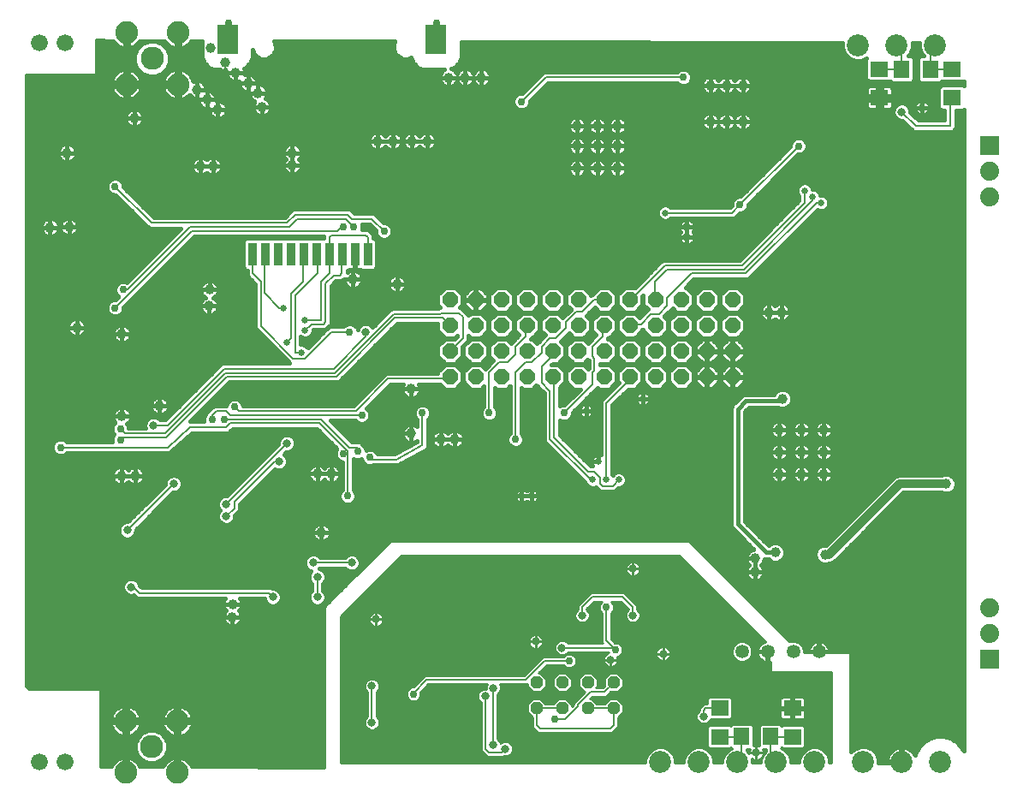
<source format=gbl>
G75*
%MOIN*%
%OFA0B0*%
%FSLAX24Y24*%
%IPPOS*%
%LPD*%
%AMOC8*
5,1,8,0,0,1.08239X$1,22.5*
%
%ADD10C,0.0860*%
%ADD11OC8,0.0480*%
%ADD12R,0.0354X0.0906*%
%ADD13R,0.0787X0.1181*%
%ADD14C,0.0531*%
%ADD15C,0.0900*%
%ADD16C,0.0886*%
%ADD17R,0.0740X0.0740*%
%ADD18C,0.0740*%
%ADD19C,0.0660*%
%ADD20OC8,0.0600*%
%ADD21R,0.0630X0.0710*%
%ADD22R,0.0710X0.0630*%
%ADD23C,0.0160*%
%ADD24C,0.0394*%
%ADD25C,0.0315*%
%ADD26C,0.0295*%
%ADD27C,0.0079*%
%ADD28C,0.0256*%
%ADD29C,0.0080*%
%ADD30C,0.0320*%
%ADD31C,0.0100*%
D10*
X032604Y004109D03*
X034104Y004109D03*
X035604Y004109D03*
X037104Y004109D03*
X038604Y004109D03*
X040502Y004109D03*
X042002Y004109D03*
X043502Y004109D03*
X043309Y032030D03*
X041809Y032030D03*
X040309Y032030D03*
D11*
X030791Y007209D03*
X029791Y007209D03*
X028791Y007209D03*
X027791Y007209D03*
X027791Y006209D03*
X028791Y006209D03*
X029791Y006209D03*
X030791Y006209D03*
D12*
X021212Y023896D03*
X020712Y023896D03*
X020212Y023896D03*
X019712Y023896D03*
X019212Y023896D03*
X018712Y023896D03*
X018212Y023896D03*
X017712Y023896D03*
X017212Y023896D03*
X016712Y023896D03*
D13*
X015746Y032246D03*
X023876Y032246D03*
D14*
X035781Y008408D03*
X036781Y008408D03*
X037781Y008408D03*
X038781Y008408D03*
D15*
X012793Y004707D03*
X012817Y031502D03*
D16*
X013820Y030498D03*
X011813Y030498D03*
X011813Y032506D03*
X013820Y032506D03*
X013797Y005711D03*
X011789Y005711D03*
X011789Y003703D03*
X013797Y003703D03*
D17*
X045423Y008109D03*
X045423Y028109D03*
D18*
X045423Y027109D03*
X045423Y026109D03*
X045423Y010109D03*
X045423Y009109D03*
D19*
X008423Y004109D03*
X009423Y004109D03*
X009423Y032109D03*
X008423Y032109D03*
D20*
X024423Y022109D03*
X025423Y022109D03*
X026423Y022109D03*
X027423Y022109D03*
X028423Y022109D03*
X029423Y022109D03*
X030423Y022109D03*
X031423Y022109D03*
X032423Y022109D03*
X033423Y022109D03*
X034423Y022109D03*
X035423Y022109D03*
X035423Y021109D03*
X034423Y021109D03*
X033423Y021109D03*
X032423Y021109D03*
X031423Y021109D03*
X030423Y021109D03*
X029423Y021109D03*
X028423Y021109D03*
X027423Y021109D03*
X026423Y021109D03*
X025423Y021109D03*
X024423Y021109D03*
X024423Y020109D03*
X025423Y020109D03*
X026423Y020109D03*
X027423Y020109D03*
X028423Y020109D03*
X029423Y020109D03*
X030423Y020109D03*
X031423Y020109D03*
X032423Y020109D03*
X033423Y020109D03*
X034423Y020109D03*
X035423Y020109D03*
X035423Y019109D03*
X034423Y019109D03*
X033423Y019109D03*
X032423Y019109D03*
X031423Y019109D03*
X030423Y019109D03*
X029423Y019109D03*
X028423Y019109D03*
X027423Y019109D03*
X026423Y019109D03*
X025423Y019109D03*
X024423Y019109D03*
D21*
X041997Y031085D03*
X043117Y031085D03*
X036896Y005101D03*
X035776Y005101D03*
D22*
X034919Y005092D03*
X034919Y006212D03*
X037754Y006212D03*
X037754Y005092D03*
X041139Y029974D03*
X041139Y031094D03*
X043974Y031094D03*
X043974Y029974D03*
D23*
X044114Y029480D02*
X044403Y029480D01*
X044423Y029500D01*
X044423Y004533D01*
X044310Y004729D01*
X044122Y004917D01*
X043891Y005050D01*
X043635Y005119D01*
X043369Y005119D01*
X043112Y005050D01*
X042881Y004917D01*
X042693Y004729D01*
X042560Y004498D01*
X042527Y004374D01*
X042505Y004417D01*
X042451Y004492D01*
X042385Y004558D01*
X042310Y004612D01*
X042228Y004654D01*
X042139Y004683D01*
X042048Y004697D01*
X042030Y004697D01*
X042030Y004137D01*
X041973Y004137D01*
X041973Y004091D01*
X041110Y004085D01*
X041110Y004230D01*
X041017Y004453D01*
X040846Y004624D01*
X040623Y004717D01*
X040381Y004717D01*
X040157Y004624D01*
X040037Y004504D01*
X040037Y008408D01*
X038790Y008408D01*
X038790Y008416D01*
X039206Y008416D01*
X039206Y008441D01*
X039195Y008507D01*
X039174Y008571D01*
X039144Y008630D01*
X039105Y008684D01*
X039058Y008731D01*
X039004Y008771D01*
X038944Y008801D01*
X038881Y008822D01*
X038815Y008832D01*
X038790Y008832D01*
X038790Y008416D01*
X038773Y008416D01*
X038773Y008832D01*
X038748Y008832D01*
X038682Y008822D01*
X038618Y008801D01*
X038559Y008771D01*
X038505Y008731D01*
X038457Y008684D01*
X038418Y008630D01*
X038388Y008571D01*
X038367Y008507D01*
X038357Y008441D01*
X038357Y008416D01*
X038773Y008416D01*
X038773Y008408D01*
X038225Y008408D01*
X038225Y008496D01*
X038158Y008659D01*
X038033Y008784D01*
X037869Y008852D01*
X037693Y008852D01*
X037644Y008832D01*
X033738Y012738D01*
X022085Y012738D01*
X019498Y010171D01*
X019498Y003923D01*
X014354Y003935D01*
X014311Y004018D01*
X014256Y004095D01*
X014189Y004162D01*
X014112Y004218D01*
X014028Y004261D01*
X013938Y004290D01*
X013864Y004301D01*
X013864Y003936D01*
X013729Y003936D01*
X013729Y004301D01*
X013656Y004290D01*
X013566Y004261D01*
X013481Y004218D01*
X013405Y004162D01*
X013338Y004095D01*
X013282Y004018D01*
X013241Y003937D01*
X012344Y003939D01*
X012304Y004018D01*
X012248Y004095D01*
X012181Y004162D01*
X012104Y004218D01*
X012020Y004261D01*
X011930Y004290D01*
X011857Y004301D01*
X011857Y003940D01*
X011721Y003940D01*
X011721Y004301D01*
X011648Y004290D01*
X011558Y004261D01*
X011474Y004218D01*
X011397Y004162D01*
X011330Y004095D01*
X011274Y004018D01*
X011235Y003941D01*
X010832Y003942D01*
X010824Y006990D01*
X008023Y006990D01*
X007923Y007090D01*
X007923Y030849D01*
X010667Y030849D01*
X010675Y032199D01*
X011295Y032197D01*
X011298Y032191D01*
X011354Y032114D01*
X011421Y032047D01*
X011497Y031992D01*
X011582Y031949D01*
X011672Y031919D01*
X011745Y031908D01*
X011745Y032196D01*
X011880Y032196D01*
X011880Y031908D01*
X011954Y031919D01*
X012044Y031949D01*
X012128Y031992D01*
X012205Y032047D01*
X012272Y032114D01*
X012327Y032191D01*
X012329Y032195D01*
X013305Y032192D01*
X013306Y032191D01*
X013362Y032114D01*
X013428Y032047D01*
X013505Y031992D01*
X013589Y031949D01*
X013680Y031919D01*
X013753Y031908D01*
X013753Y032191D01*
X013888Y032190D01*
X013888Y031908D01*
X013961Y031919D01*
X014051Y031949D01*
X014136Y031992D01*
X014212Y032047D01*
X014279Y032114D01*
X014334Y032189D01*
X014772Y032188D01*
X014772Y032068D01*
X014748Y032011D01*
X014735Y031942D01*
X014735Y031907D01*
X014735Y031872D01*
X014748Y031804D01*
X014772Y031746D01*
X014772Y031540D01*
X014860Y031327D01*
X015023Y031164D01*
X015237Y031076D01*
X015448Y031076D01*
X015450Y031074D01*
X015508Y031035D01*
X015573Y031008D01*
X015642Y030994D01*
X015677Y030994D01*
X015712Y030994D01*
X015724Y030997D01*
X015721Y030984D01*
X015721Y030949D01*
X016077Y030949D01*
X016432Y030949D01*
X016432Y030984D01*
X016418Y031052D01*
X016392Y031117D01*
X016384Y031129D01*
X016468Y031164D01*
X016631Y031327D01*
X016719Y031540D01*
X016719Y031836D01*
X016778Y031694D01*
X016906Y031566D01*
X017073Y031497D01*
X017253Y031497D01*
X017420Y031566D01*
X017548Y031694D01*
X017617Y031861D01*
X017617Y032041D01*
X017559Y032181D01*
X022273Y032168D01*
X022221Y032041D01*
X022221Y031861D01*
X022290Y031694D01*
X022418Y031566D01*
X022584Y031497D01*
X022765Y031497D01*
X022902Y031554D01*
X022902Y031540D01*
X022990Y031327D01*
X023153Y031164D01*
X023367Y031076D01*
X024194Y031076D01*
X024136Y031037D01*
X024087Y030988D01*
X024048Y030929D01*
X024021Y030865D01*
X024007Y030796D01*
X024007Y030761D01*
X024363Y030761D01*
X025003Y030761D01*
X025643Y030761D01*
X025998Y030761D01*
X025998Y030796D01*
X025985Y030865D01*
X025958Y030929D01*
X025919Y030988D01*
X025870Y031037D01*
X025811Y031076D01*
X025747Y031103D01*
X025678Y031117D01*
X025643Y031117D01*
X025643Y030761D01*
X025643Y030761D01*
X025643Y030761D01*
X025998Y030761D01*
X025998Y030726D01*
X025985Y030657D01*
X025958Y030593D01*
X025919Y030534D01*
X025870Y030485D01*
X025811Y030446D01*
X025747Y030419D01*
X025678Y030405D01*
X025643Y030405D01*
X025643Y030761D01*
X025643Y030761D01*
X025643Y031117D01*
X025608Y031117D01*
X025539Y031103D01*
X025474Y031076D01*
X025416Y031037D01*
X025367Y030988D01*
X025328Y030929D01*
X025323Y030918D01*
X025318Y030929D01*
X025279Y030988D01*
X025230Y031037D01*
X025171Y031076D01*
X025107Y031103D01*
X025038Y031117D01*
X025003Y031117D01*
X025003Y030761D01*
X025003Y030761D01*
X025358Y030761D01*
X025643Y030761D01*
X025643Y030761D01*
X025643Y030405D01*
X025608Y030405D01*
X025539Y030419D01*
X025474Y030446D01*
X025416Y030485D01*
X025367Y030534D01*
X025328Y030593D01*
X025323Y030604D01*
X025318Y030593D01*
X025279Y030534D01*
X025230Y030485D01*
X025171Y030446D01*
X025107Y030419D01*
X025038Y030405D01*
X025003Y030405D01*
X025003Y030761D01*
X025003Y030761D01*
X025003Y030761D01*
X025003Y031117D01*
X024968Y031117D01*
X024899Y031103D01*
X024834Y031076D01*
X024776Y031037D01*
X024727Y030988D01*
X024688Y030929D01*
X024683Y030918D01*
X024678Y030929D01*
X024639Y030988D01*
X024590Y031037D01*
X024531Y031076D01*
X024467Y031103D01*
X024455Y031105D01*
X024598Y031164D01*
X024761Y031327D01*
X024849Y031540D01*
X024849Y032161D01*
X039700Y032121D01*
X039700Y031909D01*
X039793Y031685D01*
X039964Y031514D01*
X040188Y031421D01*
X040430Y031421D01*
X040626Y031503D01*
X040606Y031482D01*
X040606Y030705D01*
X040711Y030600D01*
X041559Y030600D01*
X041608Y030552D01*
X042386Y030552D01*
X042490Y030656D01*
X042490Y031514D01*
X042386Y031618D01*
X042258Y031618D01*
X042324Y031685D01*
X042417Y031909D01*
X042417Y032114D01*
X042700Y032113D01*
X042700Y031909D01*
X042793Y031685D01*
X042860Y031618D01*
X042728Y031618D01*
X042623Y031514D01*
X042623Y030656D01*
X042728Y030552D01*
X043505Y030552D01*
X043554Y030600D01*
X044403Y030600D01*
X044423Y030620D01*
X044423Y030447D01*
X044403Y030467D01*
X043545Y030467D01*
X043441Y030363D01*
X043441Y029585D01*
X043545Y029480D01*
X043677Y029480D01*
X043677Y029099D01*
X042647Y029099D01*
X042341Y029404D01*
X042341Y029498D01*
X042290Y029622D01*
X042196Y029716D01*
X042072Y029767D01*
X041939Y029767D01*
X041815Y029716D01*
X041721Y029622D01*
X041670Y029498D01*
X041670Y029365D01*
X041721Y029241D01*
X041815Y029147D01*
X041939Y029095D01*
X042033Y029095D01*
X042466Y028662D01*
X043986Y028662D01*
X044114Y028790D01*
X044114Y029480D01*
X044114Y029371D02*
X044423Y029371D01*
X044423Y029212D02*
X044114Y029212D01*
X044114Y029054D02*
X044423Y029054D01*
X044423Y028895D02*
X044114Y028895D01*
X044061Y028737D02*
X044423Y028737D01*
X044423Y028578D02*
X031111Y028578D01*
X031103Y028573D02*
X031161Y028612D01*
X031211Y028661D01*
X031250Y028720D01*
X031277Y028784D01*
X031290Y028853D01*
X031290Y028888D01*
X030935Y028888D01*
X030935Y028888D01*
X031290Y028888D01*
X031290Y028923D01*
X031277Y028992D01*
X031250Y029056D01*
X031211Y029115D01*
X031161Y029164D01*
X031103Y029203D01*
X031038Y029230D01*
X030970Y029244D01*
X030935Y029244D01*
X030935Y028888D01*
X030935Y028532D01*
X030970Y028532D01*
X031038Y028546D01*
X031103Y028573D01*
X031038Y028443D02*
X030970Y028456D01*
X030935Y028456D01*
X030935Y028101D01*
X031290Y028101D01*
X031290Y028136D01*
X031277Y028204D01*
X031250Y028269D01*
X031211Y028327D01*
X031161Y028377D01*
X031103Y028416D01*
X031038Y028443D01*
X031094Y028420D02*
X044423Y028420D01*
X044423Y028261D02*
X038273Y028261D01*
X038266Y028277D02*
X038174Y028369D01*
X038055Y028419D01*
X037925Y028419D01*
X037805Y028369D01*
X037713Y028277D01*
X037664Y028158D01*
X037664Y028075D01*
X035724Y026135D01*
X035641Y026135D01*
X035522Y026086D01*
X035430Y025994D01*
X035380Y025874D01*
X035380Y025791D01*
X035301Y025712D01*
X033008Y025712D01*
X032966Y025754D01*
X032854Y025801D01*
X032732Y025801D01*
X032619Y025754D01*
X032533Y025668D01*
X032487Y025555D01*
X032487Y025433D01*
X032533Y025321D01*
X032619Y025235D01*
X032732Y025188D01*
X032854Y025188D01*
X032966Y025235D01*
X033008Y025277D01*
X035482Y025277D01*
X035688Y025483D01*
X035771Y025483D01*
X035891Y025533D01*
X035983Y025625D01*
X036032Y025744D01*
X036032Y025827D01*
X037972Y027767D01*
X038055Y027767D01*
X038174Y027816D01*
X038266Y027908D01*
X038316Y028028D01*
X038316Y028158D01*
X038266Y028277D01*
X038316Y028103D02*
X044423Y028103D01*
X044423Y027944D02*
X038281Y027944D01*
X038100Y027786D02*
X044423Y027786D01*
X044423Y027627D02*
X037832Y027627D01*
X037674Y027469D02*
X044423Y027469D01*
X044423Y027310D02*
X037515Y027310D01*
X037357Y027152D02*
X044423Y027152D01*
X044423Y026993D02*
X037198Y026993D01*
X037040Y026835D02*
X044423Y026835D01*
X044423Y026676D02*
X036881Y026676D01*
X036723Y026518D02*
X037959Y026518D01*
X037966Y026534D02*
X037920Y026421D01*
X037920Y026300D01*
X037966Y026187D01*
X038008Y026145D01*
X038008Y025978D01*
X035695Y023665D01*
X032703Y023665D01*
X032575Y023537D01*
X031623Y022585D01*
X031621Y022587D01*
X031225Y022587D01*
X030944Y022307D01*
X030944Y021910D01*
X031225Y021630D01*
X031621Y021630D01*
X031901Y021910D01*
X031901Y022247D01*
X031944Y022291D01*
X031944Y021910D01*
X032116Y021739D01*
X031792Y021416D01*
X031621Y021587D01*
X031225Y021587D01*
X030944Y021307D01*
X030944Y020910D01*
X031225Y020630D01*
X031621Y020630D01*
X031901Y020910D01*
X031901Y020946D01*
X031938Y020946D01*
X031944Y020952D01*
X031944Y020910D01*
X032225Y020630D01*
X032621Y020630D01*
X032901Y020910D01*
X032901Y021307D01*
X032758Y021450D01*
X032774Y021467D01*
X033081Y021774D01*
X033225Y021630D01*
X033621Y021630D01*
X033901Y021910D01*
X033901Y022307D01*
X033621Y022587D01*
X033579Y022587D01*
X033907Y022914D01*
X036033Y022914D01*
X036160Y023042D01*
X038728Y025609D01*
X038795Y025582D01*
X038917Y025582D01*
X039029Y025628D01*
X039116Y025714D01*
X039162Y025827D01*
X039162Y025949D01*
X039116Y026062D01*
X039029Y026148D01*
X038917Y026194D01*
X038844Y026194D01*
X038801Y026298D01*
X038714Y026384D01*
X038602Y026431D01*
X038529Y026431D01*
X038486Y026534D01*
X038400Y026620D01*
X038287Y026667D01*
X038165Y026667D01*
X038052Y026620D01*
X037966Y026534D01*
X037920Y026359D02*
X036564Y026359D01*
X036406Y026201D02*
X037961Y026201D01*
X038008Y026042D02*
X036247Y026042D01*
X036089Y025884D02*
X037913Y025884D01*
X037755Y025725D02*
X036024Y025725D01*
X035925Y025567D02*
X037596Y025567D01*
X037438Y025408D02*
X035613Y025408D01*
X035314Y025725D02*
X032995Y025725D01*
X032590Y025725D02*
X012477Y025725D01*
X012319Y025884D02*
X035384Y025884D01*
X035478Y026042D02*
X012160Y026042D01*
X012002Y026201D02*
X035790Y026201D01*
X035948Y026359D02*
X011843Y026359D01*
X011702Y026501D02*
X011702Y026583D01*
X011652Y026703D01*
X011560Y026794D01*
X011440Y026844D01*
X011311Y026844D01*
X011191Y026794D01*
X011099Y026703D01*
X011050Y026583D01*
X011050Y026453D01*
X011099Y026333D01*
X011191Y026242D01*
X011311Y026192D01*
X011393Y026192D01*
X012702Y024882D01*
X013919Y024882D01*
X011833Y022796D01*
X011755Y022828D01*
X011626Y022828D01*
X011506Y022779D01*
X011414Y022687D01*
X011364Y022567D01*
X011364Y022437D01*
X011414Y022318D01*
X011502Y022229D01*
X011393Y022120D01*
X011311Y022120D01*
X011191Y022070D01*
X011099Y021978D01*
X011050Y021858D01*
X011050Y021729D01*
X011099Y021609D01*
X011191Y021517D01*
X011311Y021467D01*
X011440Y021467D01*
X011560Y021517D01*
X011652Y021609D01*
X011702Y021729D01*
X011702Y021811D01*
X014458Y024567D01*
X019504Y024567D01*
X019504Y024527D01*
X016461Y024527D01*
X016357Y024423D01*
X016357Y023369D01*
X016461Y023265D01*
X016511Y023265D01*
X016511Y023042D01*
X016639Y022914D01*
X016826Y022727D01*
X016826Y020994D01*
X016954Y020866D01*
X018086Y019735D01*
X018086Y019735D01*
X018171Y019650D01*
X015537Y019650D01*
X015409Y019522D01*
X013332Y017445D01*
X013128Y017445D01*
X013062Y017511D01*
X012938Y017563D01*
X012805Y017563D01*
X012681Y017511D01*
X012587Y017417D01*
X012536Y017293D01*
X012536Y017160D01*
X012552Y017121D01*
X011904Y017121D01*
X011904Y017154D01*
X011854Y017274D01*
X011838Y017290D01*
X011870Y017311D01*
X011919Y017361D01*
X011958Y017419D01*
X011985Y017484D01*
X011998Y017552D01*
X011998Y017587D01*
X011643Y017587D01*
X011643Y017587D01*
X011998Y017587D01*
X011998Y017622D01*
X011985Y017691D01*
X011958Y017756D01*
X011919Y017814D01*
X011870Y017863D01*
X011811Y017902D01*
X011747Y017929D01*
X011678Y017943D01*
X011643Y017943D01*
X011643Y017587D01*
X011287Y017587D01*
X011287Y017552D01*
X011301Y017484D01*
X011328Y017419D01*
X011367Y017361D01*
X011377Y017350D01*
X011301Y017274D01*
X011252Y017154D01*
X011252Y017024D01*
X011301Y016905D01*
X011334Y016872D01*
X011301Y016840D01*
X011252Y016720D01*
X011252Y016590D01*
X011256Y016579D01*
X009492Y016579D01*
X009434Y016637D01*
X009314Y016687D01*
X009185Y016687D01*
X009065Y016637D01*
X008973Y016545D01*
X008924Y016425D01*
X008924Y016296D01*
X008973Y016176D01*
X009065Y016084D01*
X009185Y016034D01*
X009314Y016034D01*
X009434Y016084D01*
X009492Y016142D01*
X013418Y016142D01*
X013503Y016138D01*
X013507Y016142D01*
X013513Y016142D01*
X013574Y016202D01*
X014373Y016929D01*
X015797Y016929D01*
X015925Y017057D01*
X015954Y017087D01*
X019238Y017087D01*
X020006Y016318D01*
X019997Y016309D01*
X019947Y016189D01*
X019947Y016059D01*
X019997Y015940D01*
X020089Y015848D01*
X020208Y015798D01*
X020212Y015798D01*
X020212Y014713D01*
X020154Y014655D01*
X020105Y014536D01*
X020105Y014406D01*
X020154Y014286D01*
X020246Y014194D01*
X020366Y014145D01*
X020496Y014145D01*
X020615Y014194D01*
X020707Y014286D01*
X020757Y014406D01*
X020757Y014536D01*
X020707Y014655D01*
X020649Y014713D01*
X020649Y015923D01*
X020760Y015877D01*
X020889Y015877D01*
X020971Y015911D01*
X020971Y015902D01*
X021020Y015782D01*
X021112Y015690D01*
X021232Y015641D01*
X021362Y015641D01*
X021431Y015670D01*
X022288Y015670D01*
X022344Y015653D01*
X022376Y015670D01*
X022411Y015670D01*
X022452Y015711D01*
X023399Y016221D01*
X023435Y016221D01*
X023476Y016262D01*
X023527Y016290D01*
X023537Y016324D01*
X023563Y016349D01*
X023563Y016407D01*
X023579Y016463D01*
X023563Y016494D01*
X023563Y017456D01*
X023621Y017514D01*
X023670Y017634D01*
X023670Y017764D01*
X023621Y017884D01*
X023529Y017975D01*
X023409Y018025D01*
X023279Y018025D01*
X023159Y017975D01*
X023068Y017884D01*
X023018Y017764D01*
X023018Y017634D01*
X023068Y017514D01*
X023126Y017456D01*
X023126Y017180D01*
X023073Y017216D01*
X023008Y017243D01*
X022939Y017256D01*
X022904Y017256D01*
X022869Y017256D01*
X022801Y017243D01*
X022736Y017216D01*
X022678Y017177D01*
X022628Y017127D01*
X022589Y017069D01*
X022562Y017004D01*
X022549Y016936D01*
X022549Y016901D01*
X022904Y016901D01*
X022904Y017256D01*
X022904Y016901D01*
X022904Y016901D01*
X022904Y016901D01*
X022549Y016901D01*
X022549Y016866D01*
X022562Y016797D01*
X022589Y016732D01*
X022628Y016674D01*
X022678Y016624D01*
X022736Y016586D01*
X022801Y016559D01*
X022869Y016545D01*
X022904Y016545D01*
X022904Y016901D01*
X022904Y016901D01*
X022904Y016545D01*
X022939Y016545D01*
X023008Y016559D01*
X023073Y016586D01*
X023126Y016621D01*
X023126Y016570D01*
X022265Y016106D01*
X021592Y016106D01*
X021573Y016151D01*
X021482Y016243D01*
X021362Y016293D01*
X021232Y016293D01*
X021150Y016259D01*
X021150Y016268D01*
X021101Y016388D01*
X021043Y016446D01*
X021043Y016451D01*
X020915Y016579D01*
X020600Y016579D01*
X019777Y017402D01*
X020739Y017402D01*
X020797Y017344D01*
X020917Y017294D01*
X021047Y017294D01*
X021167Y017344D01*
X021258Y017436D01*
X021308Y017555D01*
X021308Y017685D01*
X021258Y017805D01*
X021170Y017893D01*
X022096Y018819D01*
X022601Y018819D01*
X022589Y018801D01*
X022562Y018737D01*
X022549Y018668D01*
X022549Y018633D01*
X022904Y018633D01*
X022904Y018633D01*
X022549Y018633D01*
X022549Y018598D01*
X022562Y018529D01*
X022589Y018464D01*
X022628Y018406D01*
X022678Y018357D01*
X022736Y018318D01*
X022801Y018291D01*
X022869Y018277D01*
X022904Y018277D01*
X022904Y018633D01*
X022904Y018633D01*
X023260Y018633D01*
X023260Y018668D01*
X023246Y018737D01*
X023219Y018801D01*
X023207Y018819D01*
X024036Y018819D01*
X024225Y018630D01*
X024621Y018630D01*
X024901Y018910D01*
X024901Y019307D01*
X024621Y019587D01*
X024225Y019587D01*
X023944Y019307D01*
X023944Y019256D01*
X021915Y019256D01*
X021787Y019128D01*
X020655Y017996D01*
X016347Y017996D01*
X016347Y018000D01*
X016298Y018120D01*
X016206Y018212D01*
X016086Y018261D01*
X015956Y018261D01*
X015837Y018212D01*
X015745Y018120D01*
X015695Y018000D01*
X015695Y017996D01*
X015222Y017996D01*
X015094Y017868D01*
X014937Y017711D01*
X014937Y017706D01*
X014879Y017648D01*
X014829Y017528D01*
X014829Y017398D01*
X014842Y017366D01*
X014294Y017366D01*
X014286Y017367D01*
X015826Y018907D01*
X020078Y018907D01*
X022361Y021190D01*
X023944Y021190D01*
X023944Y020910D01*
X024225Y020630D01*
X024621Y020630D01*
X024700Y020710D01*
X024700Y020695D01*
X024592Y020587D01*
X024225Y020587D01*
X023944Y020307D01*
X023944Y019910D01*
X024225Y019630D01*
X024621Y019630D01*
X024901Y019910D01*
X024901Y020278D01*
X025137Y020514D01*
X025137Y020717D01*
X025225Y020630D01*
X025621Y020630D01*
X025901Y020910D01*
X025901Y021307D01*
X025621Y021587D01*
X025225Y021587D01*
X025137Y021500D01*
X025137Y021530D01*
X025009Y021658D01*
X024852Y021815D01*
X024806Y021815D01*
X024901Y021910D01*
X024901Y022307D01*
X024621Y022587D01*
X024225Y022587D01*
X023944Y022307D01*
X023944Y021910D01*
X024040Y021815D01*
X024002Y021815D01*
X023954Y021767D01*
X022122Y021767D01*
X021994Y021639D01*
X021409Y021054D01*
X021330Y021133D01*
X021206Y021185D01*
X021073Y021185D01*
X020949Y021133D01*
X020855Y021039D01*
X020819Y020953D01*
X020786Y021033D01*
X020694Y021125D01*
X020574Y021175D01*
X020445Y021175D01*
X020325Y021125D01*
X020267Y021067D01*
X019710Y021067D01*
X018879Y020235D01*
X018793Y020321D01*
X018681Y020368D01*
X018601Y020368D01*
X018601Y020670D01*
X018604Y020668D01*
X018716Y020621D01*
X018838Y020621D01*
X018951Y020668D01*
X019037Y020754D01*
X019084Y020866D01*
X019084Y020926D01*
X019104Y020946D01*
X019576Y020946D01*
X019655Y021025D01*
X019782Y021152D01*
X019782Y022648D01*
X019970Y022836D01*
X020206Y022836D01*
X020284Y022914D01*
X020284Y022906D01*
X020284Y022871D01*
X020298Y022803D01*
X020325Y022738D01*
X020364Y022680D01*
X020413Y022630D01*
X020472Y022591D01*
X020536Y022564D01*
X020605Y022551D01*
X020640Y022551D01*
X020675Y022551D01*
X020744Y022564D01*
X020808Y022591D01*
X020867Y022630D01*
X020916Y022680D01*
X020955Y022738D01*
X020982Y022803D01*
X020996Y022871D01*
X020996Y022906D01*
X020640Y022906D01*
X020640Y022551D01*
X020640Y022906D01*
X020640Y022906D01*
X020640Y022906D01*
X020284Y022906D01*
X020640Y022906D01*
X020640Y022906D01*
X020996Y022906D01*
X020996Y022941D01*
X020982Y023010D01*
X020955Y023075D01*
X020916Y023133D01*
X020867Y023183D01*
X020808Y023221D01*
X020744Y023248D01*
X020675Y023262D01*
X020640Y023262D01*
X020605Y023262D01*
X020536Y023248D01*
X020472Y023221D01*
X020413Y023183D01*
X020412Y023181D01*
X020412Y023265D01*
X020463Y023265D01*
X020490Y023291D01*
X020514Y023284D01*
X020704Y023284D01*
X020704Y023887D01*
X020721Y023887D01*
X020721Y023284D01*
X020910Y023284D01*
X020935Y023291D01*
X020961Y023265D01*
X021463Y023265D01*
X021568Y023369D01*
X021568Y024423D01*
X021463Y024527D01*
X021437Y024527D01*
X021437Y024640D01*
X021309Y024768D01*
X021230Y024847D01*
X020980Y024847D01*
X020993Y024878D01*
X020993Y025008D01*
X020980Y025040D01*
X021285Y025040D01*
X021522Y024803D01*
X021522Y024721D01*
X021572Y024601D01*
X021663Y024509D01*
X021783Y024460D01*
X021913Y024460D01*
X022033Y024509D01*
X022124Y024601D01*
X022174Y024721D01*
X022174Y024851D01*
X022124Y024970D01*
X022033Y025062D01*
X021913Y025112D01*
X021831Y025112D01*
X021466Y025477D01*
X020679Y025477D01*
X020649Y025506D01*
X020521Y025634D01*
X018293Y025634D01*
X018165Y025506D01*
X017978Y025319D01*
X012883Y025319D01*
X011702Y026501D01*
X011702Y026518D02*
X036107Y026518D01*
X036265Y026676D02*
X011663Y026676D01*
X011463Y026835D02*
X036424Y026835D01*
X036582Y026993D02*
X031196Y026993D01*
X031211Y027008D02*
X031250Y027066D01*
X031277Y027131D01*
X031290Y027199D01*
X031290Y027234D01*
X030935Y027234D01*
X030935Y027234D01*
X030935Y026879D01*
X030970Y026879D01*
X031038Y026893D01*
X031103Y026919D01*
X031161Y026958D01*
X031211Y027008D01*
X031281Y027152D02*
X036741Y027152D01*
X036899Y027310D02*
X031282Y027310D01*
X031277Y027338D02*
X031250Y027403D01*
X031211Y027461D01*
X031161Y027511D01*
X031103Y027550D01*
X031038Y027576D01*
X030970Y027590D01*
X030935Y027590D01*
X030935Y027235D01*
X030935Y027235D01*
X030935Y027234D02*
X031290Y027234D01*
X031290Y027270D01*
X031277Y027338D01*
X031203Y027469D02*
X037058Y027469D01*
X037216Y027627D02*
X018570Y027627D01*
X018553Y027602D02*
X018592Y027660D01*
X018618Y027725D01*
X018632Y027793D01*
X018632Y027828D01*
X018277Y027828D01*
X018277Y027829D01*
X018277Y027829D01*
X018277Y028184D01*
X018312Y028184D01*
X018380Y028170D01*
X018445Y028144D01*
X018503Y028105D01*
X018553Y028055D01*
X018592Y027997D01*
X018618Y027932D01*
X018632Y027864D01*
X018632Y027829D01*
X018277Y027829D01*
X018277Y028184D01*
X018242Y028184D01*
X018173Y028170D01*
X018108Y028144D01*
X018050Y028105D01*
X018000Y028055D01*
X017961Y027997D01*
X017935Y027932D01*
X017921Y027864D01*
X017921Y027829D01*
X018277Y027829D01*
X018277Y027828D01*
X018277Y027349D01*
X018632Y027349D01*
X018632Y027384D01*
X018618Y027452D01*
X018592Y027517D01*
X018553Y027575D01*
X018539Y027589D01*
X018553Y027602D01*
X018612Y027469D02*
X029091Y027469D01*
X029084Y027461D02*
X029045Y027403D01*
X029018Y027338D01*
X029004Y027270D01*
X029004Y027234D01*
X029004Y027199D01*
X029018Y027131D01*
X029045Y027066D01*
X029084Y027008D01*
X029133Y026958D01*
X029191Y026919D01*
X029256Y026893D01*
X029325Y026879D01*
X029360Y026879D01*
X029395Y026879D01*
X029464Y026893D01*
X029528Y026919D01*
X029587Y026958D01*
X029636Y027008D01*
X029675Y027066D01*
X029702Y027131D01*
X029715Y027199D01*
X029715Y027234D01*
X029360Y027234D01*
X029360Y026879D01*
X029360Y027234D01*
X029360Y027234D01*
X029360Y027234D01*
X029004Y027234D01*
X029360Y027234D01*
X029360Y027234D01*
X029715Y027234D01*
X029715Y027270D01*
X029702Y027338D01*
X029675Y027403D01*
X029636Y027461D01*
X029587Y027511D01*
X029528Y027550D01*
X029464Y027576D01*
X029395Y027590D01*
X029360Y027590D01*
X029360Y027235D01*
X029360Y027235D01*
X029360Y027590D01*
X029325Y027590D01*
X029256Y027576D01*
X029191Y027550D01*
X029133Y027511D01*
X029084Y027461D01*
X029012Y027310D02*
X018631Y027310D01*
X018632Y027313D02*
X018632Y027348D01*
X018277Y027348D01*
X018277Y027349D01*
X018277Y027349D01*
X018277Y027704D01*
X018277Y027828D01*
X018277Y027828D01*
X017921Y027828D01*
X017921Y027793D01*
X017935Y027725D01*
X017961Y027660D01*
X018000Y027602D01*
X018014Y027589D01*
X018000Y027575D01*
X017961Y027517D01*
X017935Y027452D01*
X017921Y027384D01*
X017921Y027349D01*
X018277Y027349D01*
X018277Y027348D01*
X018277Y026993D01*
X018277Y026993D01*
X018312Y026993D01*
X029098Y026993D01*
X029014Y027152D02*
X018573Y027152D01*
X018592Y027180D02*
X018618Y027245D01*
X018632Y027313D01*
X018592Y027180D02*
X018553Y027122D01*
X018503Y027072D01*
X018445Y027033D01*
X018380Y027007D01*
X018312Y026993D01*
X018277Y026993D02*
X018277Y027348D01*
X018277Y027348D01*
X017921Y027348D01*
X017921Y027313D01*
X017935Y027245D01*
X017961Y027180D01*
X018000Y027122D01*
X018050Y027072D01*
X018108Y027033D01*
X018173Y027007D01*
X018242Y026993D01*
X018277Y026993D01*
X018241Y026993D02*
X015328Y026993D01*
X015347Y027001D02*
X015405Y027040D01*
X015454Y027089D01*
X015493Y027147D01*
X015520Y027212D01*
X015534Y027281D01*
X015534Y027316D01*
X015534Y027351D01*
X015520Y027419D01*
X015493Y027484D01*
X015454Y027542D01*
X015405Y027592D01*
X015347Y027631D01*
X015282Y027658D01*
X015213Y027671D01*
X015178Y027671D01*
X015143Y027671D01*
X015074Y027658D01*
X015010Y027631D01*
X014951Y027592D01*
X014939Y027579D01*
X014926Y027592D01*
X014868Y027631D01*
X014803Y027658D01*
X014734Y027671D01*
X014699Y027671D01*
X014664Y027671D01*
X014595Y027658D01*
X014531Y027631D01*
X014473Y027592D01*
X014423Y027542D01*
X014384Y027484D01*
X014357Y027419D01*
X014344Y027351D01*
X014344Y027316D01*
X014699Y027316D01*
X014699Y027671D01*
X014699Y027316D01*
X014699Y027316D01*
X014699Y027316D01*
X014344Y027316D01*
X014344Y027281D01*
X014357Y027212D01*
X014384Y027147D01*
X014423Y027089D01*
X014473Y027040D01*
X014531Y027001D01*
X014595Y026974D01*
X014664Y026960D01*
X014699Y026960D01*
X014699Y027316D01*
X015178Y027316D01*
X015178Y027671D01*
X015178Y027316D01*
X015178Y027316D01*
X015178Y027316D01*
X015534Y027316D01*
X015178Y027316D01*
X015178Y027316D01*
X015055Y027316D01*
X014699Y027316D01*
X014699Y027316D01*
X014699Y027316D01*
X014699Y026960D01*
X014734Y026960D01*
X014803Y026974D01*
X014868Y027001D01*
X014926Y027040D01*
X014939Y027052D01*
X014951Y027040D01*
X015010Y027001D01*
X015074Y026974D01*
X015143Y026960D01*
X015178Y026960D01*
X015178Y027316D01*
X015178Y027316D01*
X015178Y026960D01*
X015213Y026960D01*
X015282Y026974D01*
X015347Y027001D01*
X015178Y026993D02*
X015178Y026993D01*
X015028Y026993D02*
X014849Y026993D01*
X014699Y026993D02*
X014699Y026993D01*
X014549Y026993D02*
X007923Y026993D01*
X007923Y026835D02*
X011288Y026835D01*
X011088Y026676D02*
X007923Y026676D01*
X007923Y026518D02*
X011050Y026518D01*
X011088Y026359D02*
X007923Y026359D01*
X007923Y026201D02*
X011290Y026201D01*
X011543Y026042D02*
X007923Y026042D01*
X007923Y025884D02*
X011701Y025884D01*
X011860Y025725D02*
X007923Y025725D01*
X007923Y025567D02*
X012018Y025567D01*
X012177Y025408D02*
X007923Y025408D01*
X007923Y025250D02*
X008686Y025250D01*
X008668Y025242D02*
X008610Y025203D01*
X008560Y025154D01*
X008521Y025096D01*
X008495Y025031D01*
X008481Y024962D01*
X008481Y024927D01*
X008481Y024892D01*
X008495Y024823D01*
X008521Y024759D01*
X008560Y024700D01*
X008610Y024651D01*
X008668Y024612D01*
X008733Y024585D01*
X008802Y024571D01*
X008837Y024571D01*
X008872Y024571D01*
X008940Y024585D01*
X009005Y024612D01*
X009063Y024651D01*
X009113Y024700D01*
X009152Y024759D01*
X009178Y024823D01*
X009192Y024892D01*
X009192Y024927D01*
X008837Y024927D01*
X008837Y024927D01*
X009192Y024927D01*
X009192Y024962D01*
X009178Y025031D01*
X009152Y025096D01*
X009113Y025154D01*
X009063Y025203D01*
X009005Y025242D01*
X008940Y025269D01*
X008872Y025283D01*
X008837Y025283D01*
X008837Y024927D01*
X008837Y024571D01*
X008837Y024927D01*
X008837Y024927D01*
X008837Y024927D01*
X008837Y025283D01*
X008802Y025283D01*
X008733Y025269D01*
X008668Y025242D01*
X008837Y025250D02*
X008837Y025250D01*
X008987Y025250D02*
X009393Y025250D01*
X009414Y025264D02*
X009356Y025225D01*
X009307Y025175D01*
X009268Y025117D01*
X009241Y025052D01*
X009227Y024984D01*
X009227Y024949D01*
X009583Y024949D01*
X009583Y024949D01*
X009583Y025304D01*
X009618Y025304D01*
X009687Y025290D01*
X009751Y025264D01*
X009810Y025225D01*
X009859Y025175D01*
X009898Y025117D01*
X009925Y025052D01*
X009938Y024984D01*
X009938Y024949D01*
X009583Y024949D01*
X009583Y024948D01*
X009583Y024593D01*
X009618Y024593D01*
X009687Y024607D01*
X009751Y024633D01*
X009810Y024672D01*
X009859Y024722D01*
X009898Y024780D01*
X009925Y024845D01*
X009938Y024913D01*
X009938Y024948D01*
X009583Y024948D01*
X009583Y024948D01*
X009583Y024593D01*
X009548Y024593D01*
X009479Y024607D01*
X009414Y024633D01*
X009356Y024672D01*
X009307Y024722D01*
X009268Y024780D01*
X009241Y024845D01*
X009227Y024913D01*
X009227Y024948D01*
X009583Y024948D01*
X009583Y024949D01*
X009583Y025304D01*
X009548Y025304D01*
X009479Y025290D01*
X009414Y025264D01*
X009583Y025250D02*
X009583Y025250D01*
X009583Y025091D02*
X009583Y025091D01*
X009583Y024933D02*
X009583Y024933D01*
X009583Y024774D02*
X009583Y024774D01*
X009583Y024616D02*
X009583Y024616D01*
X009708Y024616D02*
X013652Y024616D01*
X013494Y024457D02*
X007923Y024457D01*
X007923Y024299D02*
X013335Y024299D01*
X013177Y024140D02*
X007923Y024140D01*
X007923Y023982D02*
X013018Y023982D01*
X012860Y023823D02*
X007923Y023823D01*
X007923Y023665D02*
X012701Y023665D01*
X012543Y023506D02*
X007923Y023506D01*
X007923Y023348D02*
X012384Y023348D01*
X012226Y023189D02*
X007923Y023189D01*
X007923Y023031D02*
X012067Y023031D01*
X011909Y022872D02*
X007923Y022872D01*
X007923Y022714D02*
X011441Y022714D01*
X011364Y022555D02*
X007923Y022555D01*
X007923Y022397D02*
X011381Y022397D01*
X011494Y022238D02*
X007923Y022238D01*
X007923Y022080D02*
X011214Y022080D01*
X011075Y021921D02*
X007923Y021921D01*
X007923Y021763D02*
X011050Y021763D01*
X011104Y021604D02*
X007923Y021604D01*
X007923Y021446D02*
X016826Y021446D01*
X016826Y021604D02*
X015272Y021604D01*
X015264Y021596D02*
X015313Y021646D01*
X015352Y021704D01*
X015379Y021769D01*
X015393Y021837D01*
X015393Y021872D01*
X015037Y021872D01*
X015037Y021517D01*
X015072Y021517D01*
X015141Y021530D01*
X015205Y021557D01*
X015264Y021596D01*
X015376Y021763D02*
X016826Y021763D01*
X016826Y021921D02*
X015390Y021921D01*
X015393Y021907D02*
X015379Y021976D01*
X015352Y022041D01*
X015313Y022099D01*
X015264Y022148D01*
X015205Y022187D01*
X015200Y022190D01*
X015218Y022197D01*
X015276Y022236D01*
X015326Y022286D01*
X015365Y022344D01*
X015391Y022409D01*
X015405Y022478D01*
X015405Y022513D01*
X015405Y022548D01*
X015391Y022616D01*
X015365Y022681D01*
X015326Y022739D01*
X015276Y022789D01*
X015218Y022828D01*
X015153Y022855D01*
X015084Y022868D01*
X015049Y022868D01*
X015014Y022868D01*
X014946Y022855D01*
X014881Y022828D01*
X014823Y022789D01*
X014773Y022739D01*
X014734Y022681D01*
X014708Y022616D01*
X014694Y022548D01*
X014694Y022513D01*
X015049Y022513D01*
X015049Y022513D01*
X015049Y022868D01*
X015049Y022513D01*
X015049Y022513D01*
X014694Y022513D01*
X014694Y022478D01*
X014708Y022409D01*
X014734Y022344D01*
X014773Y022286D01*
X014823Y022236D01*
X014881Y022197D01*
X014887Y022195D01*
X014869Y022187D01*
X014810Y022148D01*
X014761Y022099D01*
X014722Y022041D01*
X014695Y021976D01*
X014681Y021907D01*
X014681Y021872D01*
X014681Y021837D01*
X014695Y021769D01*
X014722Y021704D01*
X014761Y021646D01*
X014810Y021596D01*
X014869Y021557D01*
X014933Y021530D01*
X015002Y021517D01*
X015037Y021517D01*
X015037Y021872D01*
X015037Y021872D01*
X014681Y021872D01*
X015037Y021872D01*
X015037Y021872D01*
X015037Y021872D01*
X015393Y021872D01*
X015393Y021907D01*
X015326Y022080D02*
X016826Y022080D01*
X016826Y022238D02*
X015278Y022238D01*
X015386Y022397D02*
X016826Y022397D01*
X016826Y022555D02*
X015404Y022555D01*
X015405Y022513D02*
X015049Y022513D01*
X015049Y022513D01*
X015405Y022513D01*
X015343Y022714D02*
X016826Y022714D01*
X016681Y022872D02*
X012763Y022872D01*
X012604Y022714D02*
X014756Y022714D01*
X014695Y022555D02*
X012446Y022555D01*
X012287Y022397D02*
X014713Y022397D01*
X014821Y022238D02*
X012129Y022238D01*
X011970Y022080D02*
X014748Y022080D01*
X014684Y021921D02*
X011812Y021921D01*
X011702Y021763D02*
X014698Y021763D01*
X014802Y021604D02*
X011647Y021604D01*
X011643Y021144D02*
X011678Y021144D01*
X011747Y021130D01*
X011811Y021104D01*
X011870Y021065D01*
X011919Y021015D01*
X011958Y020957D01*
X011985Y020892D01*
X011998Y020824D01*
X011998Y020789D01*
X011643Y020789D01*
X011643Y020789D01*
X011643Y021144D01*
X011608Y021144D01*
X011539Y021130D01*
X011474Y021104D01*
X011416Y021065D01*
X011367Y021015D01*
X011328Y020957D01*
X011301Y020892D01*
X011287Y020824D01*
X011287Y020789D01*
X011643Y020789D01*
X011643Y020788D01*
X011643Y020433D01*
X011678Y020433D01*
X011747Y020447D01*
X011811Y020473D01*
X011870Y020512D01*
X011919Y020562D01*
X011958Y020620D01*
X011985Y020685D01*
X011998Y020753D01*
X011998Y020788D01*
X011643Y020788D01*
X011643Y020788D01*
X011643Y020433D01*
X011608Y020433D01*
X011539Y020447D01*
X011474Y020473D01*
X011416Y020512D01*
X011367Y020562D01*
X011328Y020620D01*
X011301Y020685D01*
X011287Y020753D01*
X011287Y020788D01*
X011643Y020788D01*
X011643Y020789D01*
X011643Y021144D01*
X011643Y021129D02*
X011643Y021129D01*
X011751Y021129D02*
X016826Y021129D01*
X016826Y021287D02*
X010127Y021287D01*
X010110Y021305D02*
X010051Y021344D01*
X009987Y021370D01*
X009918Y021384D01*
X009883Y021384D01*
X009883Y021029D01*
X009883Y021029D01*
X010238Y021029D01*
X010238Y021064D01*
X010225Y021132D01*
X010198Y021197D01*
X010159Y021255D01*
X010110Y021305D01*
X010225Y021129D02*
X011535Y021129D01*
X011643Y020970D02*
X011643Y020970D01*
X011643Y020812D02*
X011643Y020812D01*
X011643Y020653D02*
X011643Y020653D01*
X011643Y020495D02*
X011643Y020495D01*
X011843Y020495D02*
X017326Y020495D01*
X017168Y020653D02*
X011972Y020653D01*
X011998Y020812D02*
X017009Y020812D01*
X016851Y020970D02*
X011949Y020970D01*
X011336Y020970D02*
X010234Y020970D01*
X010238Y020993D02*
X010225Y020925D01*
X010198Y020860D01*
X010159Y020802D01*
X010110Y020752D01*
X010051Y020713D01*
X009987Y020687D01*
X009918Y020673D01*
X009883Y020673D01*
X009883Y021028D01*
X009883Y021028D01*
X009883Y021029D01*
X009883Y021384D01*
X009848Y021384D01*
X009779Y021370D01*
X009714Y021344D01*
X009656Y021305D01*
X009607Y021255D01*
X009568Y021197D01*
X009541Y021132D01*
X009527Y021064D01*
X009527Y021029D01*
X009883Y021029D01*
X009883Y021028D01*
X010238Y021028D01*
X010238Y020993D01*
X010166Y020812D02*
X011287Y020812D01*
X011314Y020653D02*
X007923Y020653D01*
X007923Y020495D02*
X011443Y020495D01*
X009883Y020673D02*
X009883Y021028D01*
X009527Y021028D01*
X009527Y020993D01*
X009541Y020925D01*
X009568Y020860D01*
X009607Y020802D01*
X009656Y020752D01*
X009714Y020713D01*
X009779Y020687D01*
X009848Y020673D01*
X009883Y020673D01*
X009883Y020812D02*
X009883Y020812D01*
X009883Y020970D02*
X009883Y020970D01*
X009883Y021129D02*
X009883Y021129D01*
X009883Y021287D02*
X009883Y021287D01*
X009638Y021287D02*
X007923Y021287D01*
X007923Y021129D02*
X009540Y021129D01*
X009532Y020970D02*
X007923Y020970D01*
X007923Y020812D02*
X009600Y020812D01*
X007923Y020336D02*
X017485Y020336D01*
X017643Y020178D02*
X007923Y020178D01*
X007923Y020019D02*
X017802Y020019D01*
X017960Y019861D02*
X007923Y019861D01*
X007923Y019702D02*
X018119Y019702D01*
X018757Y020336D02*
X018979Y020336D01*
X019138Y020495D02*
X018601Y020495D01*
X018601Y020653D02*
X018639Y020653D01*
X018915Y020653D02*
X019296Y020653D01*
X019455Y020812D02*
X019061Y020812D01*
X019600Y020970D02*
X019613Y020970D01*
X019759Y021129D02*
X020333Y021129D01*
X020686Y021129D02*
X020944Y021129D01*
X020826Y020970D02*
X020812Y020970D01*
X021335Y021129D02*
X021484Y021129D01*
X021642Y021287D02*
X019782Y021287D01*
X019782Y021446D02*
X021801Y021446D01*
X021959Y021604D02*
X019782Y021604D01*
X019782Y021763D02*
X022118Y021763D01*
X022300Y021129D02*
X023944Y021129D01*
X023944Y020970D02*
X022141Y020970D01*
X021983Y020812D02*
X024043Y020812D01*
X024202Y020653D02*
X021824Y020653D01*
X021666Y020495D02*
X024132Y020495D01*
X023974Y020336D02*
X021507Y020336D01*
X021349Y020178D02*
X023944Y020178D01*
X023944Y020019D02*
X021190Y020019D01*
X021032Y019861D02*
X023994Y019861D01*
X024153Y019702D02*
X020873Y019702D01*
X020715Y019544D02*
X024181Y019544D01*
X024023Y019385D02*
X020556Y019385D01*
X020398Y019227D02*
X021886Y019227D01*
X021727Y019068D02*
X020239Y019068D01*
X020081Y018910D02*
X021569Y018910D01*
X021410Y018751D02*
X015670Y018751D01*
X015512Y018593D02*
X021252Y018593D01*
X021093Y018434D02*
X015353Y018434D01*
X015195Y018276D02*
X020935Y018276D01*
X020776Y018117D02*
X016299Y018117D01*
X015744Y018117D02*
X015036Y018117D01*
X015184Y017959D02*
X014878Y017959D01*
X015026Y017800D02*
X014719Y017800D01*
X014876Y017642D02*
X014561Y017642D01*
X014402Y017483D02*
X014829Y017483D01*
X014004Y018117D02*
X013438Y018117D01*
X013425Y018149D02*
X013386Y018208D01*
X013337Y018257D01*
X013278Y018296D01*
X013214Y018323D01*
X013145Y018337D01*
X013110Y018337D01*
X013110Y017981D01*
X013466Y017981D01*
X013466Y018016D01*
X013452Y018085D01*
X013425Y018149D01*
X013309Y018276D02*
X014163Y018276D01*
X014321Y018434D02*
X007923Y018434D01*
X007923Y018276D02*
X012911Y018276D01*
X012883Y018257D02*
X012834Y018208D01*
X012795Y018149D01*
X012768Y018085D01*
X012754Y018016D01*
X012754Y017981D01*
X013110Y017981D01*
X013110Y017981D01*
X013110Y017981D01*
X013466Y017981D01*
X013466Y017946D01*
X013452Y017877D01*
X013425Y017813D01*
X013386Y017754D01*
X013337Y017705D01*
X013278Y017666D01*
X013214Y017639D01*
X013145Y017625D01*
X013110Y017625D01*
X013110Y017981D01*
X013110Y018337D01*
X013075Y018337D01*
X013006Y018323D01*
X012941Y018296D01*
X012883Y018257D01*
X012781Y018117D02*
X007923Y018117D01*
X007923Y017959D02*
X012754Y017959D01*
X012754Y017946D02*
X012768Y017877D01*
X012795Y017813D01*
X012834Y017754D01*
X012883Y017705D01*
X012941Y017666D01*
X013006Y017639D01*
X013075Y017625D01*
X013110Y017625D01*
X013110Y017981D01*
X013110Y017981D01*
X013110Y017981D01*
X012754Y017981D01*
X012754Y017946D01*
X012803Y017800D02*
X011928Y017800D01*
X011995Y017642D02*
X013000Y017642D01*
X013110Y017642D02*
X013110Y017642D01*
X013220Y017642D02*
X013529Y017642D01*
X013417Y017800D02*
X013687Y017800D01*
X013846Y017959D02*
X013466Y017959D01*
X013110Y017959D02*
X013110Y017959D01*
X013110Y018117D02*
X013110Y018117D01*
X013110Y018276D02*
X013110Y018276D01*
X013110Y017800D02*
X013110Y017800D01*
X013090Y017483D02*
X013370Y017483D01*
X012653Y017483D02*
X011985Y017483D01*
X011883Y017325D02*
X012549Y017325D01*
X012536Y017166D02*
X011899Y017166D01*
X011643Y017587D02*
X011643Y017587D01*
X011643Y017587D01*
X011287Y017587D01*
X011287Y017622D01*
X011301Y017691D01*
X011328Y017756D01*
X011367Y017814D01*
X011416Y017863D01*
X011474Y017902D01*
X011539Y017929D01*
X011608Y017943D01*
X011643Y017943D01*
X011643Y017587D01*
X011643Y017642D02*
X011643Y017642D01*
X011643Y017800D02*
X011643Y017800D01*
X011357Y017800D02*
X007923Y017800D01*
X007923Y017642D02*
X011291Y017642D01*
X011301Y017483D02*
X007923Y017483D01*
X007923Y017325D02*
X011352Y017325D01*
X011257Y017166D02*
X007923Y017166D01*
X007923Y017008D02*
X011259Y017008D01*
X011310Y016849D02*
X007923Y016849D01*
X007923Y016691D02*
X011252Y016691D01*
X011508Y015600D02*
X011443Y015573D01*
X011385Y015534D01*
X011336Y015485D01*
X011297Y015427D01*
X011270Y015362D01*
X011256Y015293D01*
X011256Y015258D01*
X011256Y015223D01*
X011270Y015154D01*
X011297Y015090D01*
X011336Y015031D01*
X011385Y014982D01*
X011443Y014943D01*
X011508Y014916D01*
X011577Y014903D01*
X011612Y014903D01*
X011647Y014903D01*
X011716Y014916D01*
X011780Y014943D01*
X011838Y014982D01*
X011887Y015031D01*
X011936Y014982D01*
X011995Y014943D01*
X012059Y014916D01*
X012128Y014903D01*
X012163Y014903D01*
X012198Y014903D01*
X012267Y014916D01*
X012331Y014943D01*
X012390Y014982D01*
X012439Y015031D01*
X012478Y015090D01*
X012505Y015154D01*
X012519Y015223D01*
X012519Y015258D01*
X012163Y015258D01*
X012163Y014903D01*
X012163Y015258D01*
X012163Y015258D01*
X012163Y015258D01*
X011967Y015258D01*
X011612Y015258D01*
X011612Y015258D01*
X011612Y014903D01*
X011612Y015258D01*
X011612Y015258D01*
X012163Y015258D01*
X012163Y015258D01*
X012519Y015258D01*
X012519Y015293D01*
X012505Y015362D01*
X012478Y015427D01*
X012439Y015485D01*
X012390Y015534D01*
X012331Y015573D01*
X012267Y015600D01*
X012198Y015614D01*
X012163Y015614D01*
X012128Y015614D01*
X012059Y015600D01*
X011995Y015573D01*
X011936Y015534D01*
X011887Y015485D01*
X011838Y015534D01*
X011780Y015573D01*
X011716Y015600D01*
X011647Y015614D01*
X011612Y015614D01*
X011612Y015258D01*
X011612Y015258D01*
X011256Y015258D01*
X011612Y015258D01*
X011612Y015258D01*
X011612Y015614D01*
X011577Y015614D01*
X011508Y015600D01*
X011462Y015581D02*
X007923Y015581D01*
X007923Y015423D02*
X011295Y015423D01*
X011256Y015264D02*
X007923Y015264D01*
X007923Y015106D02*
X011290Y015106D01*
X011437Y014947D02*
X007923Y014947D01*
X007923Y014789D02*
X013196Y014789D01*
X013323Y014916D02*
X011875Y013468D01*
X011781Y013468D01*
X011658Y013417D01*
X011563Y013322D01*
X011512Y013199D01*
X011512Y013065D01*
X011563Y012942D01*
X011658Y012847D01*
X011781Y012796D01*
X011915Y012796D01*
X012038Y012847D01*
X012133Y012942D01*
X012184Y013065D01*
X012184Y013159D01*
X013632Y014607D01*
X013726Y014607D01*
X013849Y014658D01*
X013944Y014753D01*
X013995Y014876D01*
X013995Y015010D01*
X013944Y015133D01*
X013849Y015228D01*
X013726Y015279D01*
X013592Y015279D01*
X013469Y015228D01*
X013374Y015133D01*
X013323Y015010D01*
X013323Y014916D01*
X013323Y014947D02*
X012337Y014947D01*
X012163Y014947D02*
X012163Y014947D01*
X012163Y015106D02*
X012163Y015106D01*
X012163Y015258D02*
X012163Y015614D01*
X012163Y015258D01*
X012163Y015258D01*
X012163Y015264D02*
X012163Y015264D01*
X012163Y015423D02*
X012163Y015423D01*
X012163Y015581D02*
X012163Y015581D01*
X012313Y015581D02*
X016823Y015581D01*
X016981Y015740D02*
X007923Y015740D01*
X007923Y015898D02*
X017140Y015898D01*
X017298Y016057D02*
X009368Y016057D01*
X009131Y016057D02*
X007923Y016057D01*
X007923Y016215D02*
X008957Y016215D01*
X008924Y016374D02*
X007923Y016374D01*
X007923Y016532D02*
X008968Y016532D01*
X007923Y014630D02*
X013037Y014630D01*
X012879Y014472D02*
X007923Y014472D01*
X007923Y014313D02*
X012720Y014313D01*
X012562Y014155D02*
X007923Y014155D01*
X007923Y013996D02*
X012403Y013996D01*
X012245Y013838D02*
X007923Y013838D01*
X007923Y013679D02*
X012086Y013679D01*
X011928Y013521D02*
X007923Y013521D01*
X007923Y013362D02*
X011603Y013362D01*
X011514Y013204D02*
X007923Y013204D01*
X007923Y013045D02*
X011521Y013045D01*
X011619Y012887D02*
X007923Y012887D01*
X007923Y012728D02*
X019263Y012728D01*
X019239Y012738D02*
X019303Y012711D01*
X019372Y012698D01*
X019407Y012698D01*
X019407Y013053D01*
X019407Y013053D01*
X019407Y012698D01*
X019442Y012698D01*
X019511Y012711D01*
X019576Y012738D01*
X019634Y012777D01*
X019683Y012827D01*
X019722Y012885D01*
X019749Y012950D01*
X019763Y013018D01*
X019763Y013053D01*
X019407Y013053D01*
X019051Y013053D01*
X019051Y013018D01*
X019065Y012950D01*
X019092Y012885D01*
X019131Y012827D01*
X019180Y012777D01*
X019239Y012738D01*
X019407Y012728D02*
X019407Y012728D01*
X019551Y012728D02*
X022075Y012728D01*
X021915Y012570D02*
X007923Y012570D01*
X007923Y012411D02*
X021756Y012411D01*
X021596Y012253D02*
X007923Y012253D01*
X007923Y012094D02*
X018839Y012094D01*
X018807Y012063D02*
X018756Y011939D01*
X018756Y011805D01*
X018807Y011682D01*
X018902Y011588D01*
X019000Y011547D01*
X018965Y011511D01*
X018914Y011388D01*
X018914Y011254D01*
X018965Y011131D01*
X019031Y011064D01*
X019031Y010790D01*
X018965Y010724D01*
X018914Y010601D01*
X018914Y010467D01*
X018965Y010343D01*
X019059Y010249D01*
X019183Y010198D01*
X019316Y010198D01*
X019440Y010249D01*
X019534Y010343D01*
X019586Y010467D01*
X019586Y010601D01*
X019534Y010724D01*
X019468Y010790D01*
X019468Y011064D01*
X019534Y011131D01*
X019586Y011254D01*
X019586Y011388D01*
X019534Y011511D01*
X019440Y011606D01*
X019342Y011647D01*
X019349Y011654D01*
X020332Y011654D01*
X020398Y011588D01*
X020521Y011536D01*
X020655Y011536D01*
X020778Y011588D01*
X020873Y011682D01*
X020924Y011805D01*
X020924Y011939D01*
X020873Y012063D01*
X020778Y012157D01*
X020655Y012208D01*
X020521Y012208D01*
X020398Y012157D01*
X020332Y012091D01*
X019349Y012091D01*
X019282Y012157D01*
X019159Y012208D01*
X019025Y012208D01*
X018902Y012157D01*
X018807Y012063D01*
X018756Y011936D02*
X007923Y011936D01*
X007923Y011777D02*
X018768Y011777D01*
X018871Y011619D02*
X007923Y011619D01*
X007923Y011460D02*
X018944Y011460D01*
X018914Y011302D02*
X007923Y011302D01*
X007923Y011143D02*
X011746Y011143D01*
X011721Y011118D02*
X011670Y010994D01*
X011670Y010861D01*
X011721Y010737D01*
X011815Y010643D01*
X011939Y010591D01*
X012072Y010591D01*
X012100Y010603D01*
X012102Y010601D01*
X012230Y010473D01*
X015656Y010473D01*
X015629Y010433D01*
X015603Y010368D01*
X015589Y010299D01*
X015589Y010264D01*
X015589Y010229D01*
X015603Y010161D01*
X015629Y010096D01*
X015668Y010038D01*
X015700Y010006D01*
X015666Y009973D01*
X015627Y009915D01*
X015601Y009850D01*
X015587Y009781D01*
X015587Y009746D01*
X015587Y009711D01*
X015601Y009643D01*
X015627Y009578D01*
X015666Y009520D01*
X015716Y009470D01*
X015774Y009431D01*
X015839Y009404D01*
X015907Y009391D01*
X015943Y009391D01*
X015978Y009391D01*
X016046Y009404D01*
X016111Y009431D01*
X016169Y009470D01*
X016219Y009520D01*
X016258Y009578D01*
X016284Y009643D01*
X016298Y009711D01*
X016298Y009746D01*
X015943Y009746D01*
X015943Y009746D01*
X015943Y009391D01*
X015943Y009746D01*
X015943Y009746D01*
X016298Y009746D01*
X016298Y009781D01*
X016284Y009850D01*
X016258Y009915D01*
X016219Y009973D01*
X016187Y010004D01*
X016221Y010038D01*
X016260Y010096D01*
X016286Y010161D01*
X016300Y010229D01*
X016300Y010264D01*
X015945Y010264D01*
X015945Y010264D01*
X016300Y010264D01*
X016300Y010299D01*
X016286Y010368D01*
X016260Y010433D01*
X016233Y010473D01*
X017181Y010473D01*
X017181Y010467D01*
X017233Y010343D01*
X017327Y010249D01*
X017451Y010198D01*
X017584Y010198D01*
X017708Y010249D01*
X017802Y010343D01*
X017853Y010467D01*
X017853Y010601D01*
X017802Y010724D01*
X017708Y010818D01*
X017584Y010870D01*
X017490Y010870D01*
X017450Y010910D01*
X012411Y010910D01*
X012341Y010979D01*
X012341Y010994D01*
X012290Y011118D01*
X012196Y011212D01*
X012072Y011263D01*
X011939Y011263D01*
X011815Y011212D01*
X011721Y011118D01*
X011670Y010985D02*
X007923Y010985D01*
X007923Y010826D02*
X011684Y010826D01*
X011790Y010668D02*
X007923Y010668D01*
X007923Y010509D02*
X012194Y010509D01*
X012341Y010985D02*
X019031Y010985D01*
X019031Y010826D02*
X017689Y010826D01*
X017825Y010668D02*
X018941Y010668D01*
X018914Y010509D02*
X017853Y010509D01*
X017805Y010351D02*
X018962Y010351D01*
X019537Y010351D02*
X019679Y010351D01*
X019586Y010509D02*
X019838Y010509D01*
X019998Y010668D02*
X019558Y010668D01*
X019468Y010826D02*
X020158Y010826D01*
X020318Y010985D02*
X019468Y010985D01*
X019539Y011143D02*
X020477Y011143D01*
X020637Y011302D02*
X019586Y011302D01*
X019556Y011460D02*
X020797Y011460D01*
X020809Y011619D02*
X020957Y011619D01*
X020912Y011777D02*
X021117Y011777D01*
X021276Y011936D02*
X020924Y011936D01*
X020841Y012094D02*
X021436Y012094D01*
X020335Y012094D02*
X019345Y012094D01*
X019409Y011619D02*
X020367Y011619D01*
X018960Y011143D02*
X012265Y011143D01*
X012077Y012887D02*
X019091Y012887D01*
X019051Y013045D02*
X012176Y013045D01*
X012228Y013204D02*
X019084Y013204D01*
X019092Y013222D02*
X019065Y013157D01*
X019051Y013088D01*
X019051Y013053D01*
X019407Y013053D01*
X019407Y013053D01*
X019407Y013053D01*
X019763Y013053D01*
X019763Y013088D01*
X019749Y013157D01*
X019722Y013222D01*
X019683Y013280D01*
X019634Y013330D01*
X019576Y013369D01*
X019511Y013395D01*
X019442Y013409D01*
X019407Y013409D01*
X019372Y013409D01*
X019303Y013395D01*
X019239Y013369D01*
X019180Y013330D01*
X019131Y013280D01*
X019092Y013222D01*
X019229Y013362D02*
X015808Y013362D01*
X015773Y013347D02*
X015897Y013399D01*
X015991Y013493D01*
X016042Y013616D01*
X016042Y013710D01*
X016240Y013908D01*
X016240Y014144D01*
X017604Y015508D01*
X017687Y015473D01*
X017820Y015473D01*
X017944Y015525D01*
X018038Y015619D01*
X018089Y015742D01*
X018089Y015876D01*
X018038Y016000D01*
X017949Y016089D01*
X018041Y016182D01*
X018135Y016182D01*
X018259Y016233D01*
X018353Y016328D01*
X018404Y016451D01*
X018404Y016585D01*
X018353Y016708D01*
X018259Y016803D01*
X018135Y016854D01*
X018002Y016854D01*
X017878Y016803D01*
X017784Y016708D01*
X017733Y016585D01*
X017733Y016491D01*
X015733Y014492D01*
X015639Y014492D01*
X015516Y014441D01*
X015422Y014346D01*
X015370Y014223D01*
X015370Y014089D01*
X015422Y013965D01*
X015467Y013920D01*
X015422Y013874D01*
X015370Y013750D01*
X015370Y013616D01*
X015422Y013493D01*
X015516Y013399D01*
X015639Y013347D01*
X015773Y013347D01*
X015604Y013362D02*
X012387Y013362D01*
X012545Y013521D02*
X015410Y013521D01*
X015370Y013679D02*
X012704Y013679D01*
X012862Y013838D02*
X015407Y013838D01*
X015409Y013996D02*
X013021Y013996D01*
X013179Y014155D02*
X015370Y014155D01*
X015408Y014313D02*
X013338Y014313D01*
X013496Y014472D02*
X015591Y014472D01*
X015872Y014630D02*
X013781Y014630D01*
X013959Y014789D02*
X016030Y014789D01*
X016189Y014947D02*
X013995Y014947D01*
X013955Y015106D02*
X016347Y015106D01*
X016506Y015264D02*
X013762Y015264D01*
X013556Y015264D02*
X012519Y015264D01*
X012485Y015106D02*
X013363Y015106D01*
X012480Y015423D02*
X016664Y015423D01*
X017043Y014947D02*
X020212Y014947D01*
X020212Y014789D02*
X016884Y014789D01*
X016726Y014630D02*
X020144Y014630D01*
X020105Y014472D02*
X016567Y014472D01*
X016409Y014313D02*
X020143Y014313D01*
X020342Y014155D02*
X016250Y014155D01*
X016240Y013996D02*
X035369Y013996D01*
X035369Y013838D02*
X016169Y013838D01*
X016042Y013679D02*
X035369Y013679D01*
X035369Y013521D02*
X016002Y013521D01*
X017201Y015106D02*
X018978Y015106D01*
X018973Y015110D02*
X019023Y015061D01*
X019081Y015022D01*
X019146Y014995D01*
X019215Y014981D01*
X019250Y014981D01*
X019285Y014981D01*
X019353Y014995D01*
X019418Y015022D01*
X019476Y015061D01*
X019525Y015110D01*
X019574Y015061D01*
X019632Y015022D01*
X019697Y014995D01*
X019766Y014981D01*
X019801Y014981D01*
X019836Y014981D01*
X019905Y014995D01*
X019969Y015022D01*
X020027Y015061D01*
X020077Y015110D01*
X020116Y015168D01*
X020143Y015233D01*
X020156Y015302D01*
X020156Y015337D01*
X020156Y015372D01*
X020143Y015441D01*
X020116Y015505D01*
X020077Y015564D01*
X020027Y015613D01*
X019969Y015652D01*
X019905Y015679D01*
X019836Y015692D01*
X019801Y015692D01*
X019801Y015337D01*
X020156Y015337D01*
X019801Y015337D01*
X019801Y015337D01*
X019801Y015337D01*
X019801Y015692D01*
X019766Y015692D01*
X019697Y015679D01*
X019632Y015652D01*
X019574Y015613D01*
X019525Y015564D01*
X019476Y015613D01*
X019418Y015652D01*
X019353Y015679D01*
X019285Y015692D01*
X019250Y015692D01*
X019250Y015337D01*
X019801Y015337D01*
X019801Y014981D01*
X019801Y015337D01*
X019801Y015337D01*
X019801Y015337D01*
X019445Y015337D01*
X019250Y015337D01*
X019250Y015337D01*
X019250Y015337D01*
X019250Y014981D01*
X019250Y015337D01*
X019250Y015337D01*
X019250Y015692D01*
X019215Y015692D01*
X019146Y015679D01*
X019081Y015652D01*
X019023Y015613D01*
X018973Y015564D01*
X018934Y015505D01*
X018908Y015441D01*
X018894Y015372D01*
X018894Y015337D01*
X019250Y015337D01*
X019250Y015337D01*
X018894Y015337D01*
X018894Y015302D01*
X018908Y015233D01*
X018934Y015168D01*
X018973Y015110D01*
X018902Y015264D02*
X017360Y015264D01*
X017518Y015423D02*
X018904Y015423D01*
X018991Y015581D02*
X018000Y015581D01*
X018088Y015740D02*
X020212Y015740D01*
X020212Y015581D02*
X020059Y015581D01*
X020146Y015423D02*
X020212Y015423D01*
X020212Y015264D02*
X020149Y015264D01*
X020212Y015106D02*
X020072Y015106D01*
X019801Y015106D02*
X019801Y015106D01*
X019801Y015264D02*
X019801Y015264D01*
X019801Y015423D02*
X019801Y015423D01*
X019801Y015581D02*
X019801Y015581D01*
X019542Y015581D02*
X019508Y015581D01*
X019250Y015581D02*
X019250Y015581D01*
X019250Y015423D02*
X019250Y015423D01*
X019250Y015264D02*
X019250Y015264D01*
X019250Y015106D02*
X019250Y015106D01*
X019521Y015106D02*
X019529Y015106D01*
X020038Y015898D02*
X018080Y015898D01*
X017981Y016057D02*
X019948Y016057D01*
X019958Y016215D02*
X018215Y016215D01*
X018372Y016374D02*
X019951Y016374D01*
X019793Y016532D02*
X018404Y016532D01*
X018361Y016691D02*
X019634Y016691D01*
X019476Y016849D02*
X018147Y016849D01*
X017990Y016849D02*
X014285Y016849D01*
X014111Y016691D02*
X017776Y016691D01*
X017733Y016532D02*
X013936Y016532D01*
X013762Y016374D02*
X017615Y016374D01*
X017457Y016215D02*
X013588Y016215D01*
X012013Y015581D02*
X011761Y015581D01*
X011612Y015581D02*
X011612Y015581D01*
X011612Y015423D02*
X011612Y015423D01*
X011612Y015264D02*
X011612Y015264D01*
X011612Y015106D02*
X011612Y015106D01*
X011612Y014947D02*
X011612Y014947D01*
X011786Y014947D02*
X011989Y014947D01*
X015875Y017008D02*
X019317Y017008D01*
X019854Y017325D02*
X020844Y017325D01*
X021120Y017325D02*
X023126Y017325D01*
X023099Y017483D02*
X021278Y017483D01*
X021308Y017642D02*
X023018Y017642D01*
X023033Y017800D02*
X021260Y017800D01*
X021235Y017959D02*
X023142Y017959D01*
X023008Y018291D02*
X023073Y018318D01*
X023131Y018357D01*
X023180Y018406D01*
X023219Y018464D01*
X023246Y018529D01*
X023260Y018598D01*
X023260Y018633D01*
X022904Y018633D01*
X022904Y018633D01*
X022904Y018277D01*
X022939Y018277D01*
X023008Y018291D01*
X022904Y018434D02*
X022904Y018434D01*
X022904Y018593D02*
X022904Y018593D01*
X022609Y018434D02*
X021711Y018434D01*
X021869Y018593D02*
X022550Y018593D01*
X022568Y018751D02*
X022028Y018751D01*
X021552Y018276D02*
X025725Y018276D01*
X025725Y018434D02*
X023199Y018434D01*
X023259Y018593D02*
X025725Y018593D01*
X025621Y018630D02*
X025225Y018630D01*
X024944Y018910D01*
X024944Y019307D01*
X025225Y019587D01*
X025621Y019587D01*
X025784Y019424D01*
X026108Y019747D01*
X025944Y019910D01*
X025944Y020307D01*
X026225Y020587D01*
X026621Y020587D01*
X026784Y020424D01*
X027108Y020747D01*
X026944Y020910D01*
X026944Y021307D01*
X027225Y021587D01*
X027621Y021587D01*
X027901Y021307D01*
X027901Y020910D01*
X027621Y020630D01*
X027578Y020630D01*
X027578Y020601D01*
X027564Y020587D01*
X027621Y020587D01*
X027796Y020412D01*
X028087Y020703D01*
X028120Y020735D01*
X027944Y020910D01*
X027944Y021307D01*
X028225Y021587D01*
X028621Y021587D01*
X028796Y021412D01*
X029111Y021726D01*
X029120Y021735D01*
X028944Y021910D01*
X028944Y022307D01*
X029225Y022587D01*
X029621Y022587D01*
X029901Y022307D01*
X029901Y022282D01*
X029947Y022327D01*
X029965Y022327D01*
X030225Y022587D01*
X030621Y022587D01*
X030901Y022307D01*
X030901Y021910D01*
X030621Y021630D01*
X030225Y021630D01*
X030046Y021809D01*
X029722Y021486D01*
X029901Y021307D01*
X029901Y020910D01*
X029621Y020630D01*
X029225Y020630D01*
X029046Y020809D01*
X029025Y020788D01*
X028722Y020486D01*
X028901Y020307D01*
X028901Y019910D01*
X028621Y019630D01*
X028418Y019630D01*
X028375Y019587D01*
X028621Y019587D01*
X028901Y019307D01*
X028901Y018910D01*
X028680Y018689D01*
X028680Y017979D01*
X028791Y018025D01*
X028874Y018025D01*
X029479Y018630D01*
X029225Y018630D01*
X028944Y018910D01*
X028944Y019307D01*
X029225Y019587D01*
X029621Y019587D01*
X029792Y019416D01*
X029819Y019443D01*
X029819Y019735D01*
X029772Y019782D01*
X029621Y019630D01*
X029225Y019630D01*
X028944Y019910D01*
X028944Y020307D01*
X029225Y020587D01*
X029621Y020587D01*
X029780Y020428D01*
X030104Y020751D01*
X029944Y020910D01*
X029944Y021307D01*
X030225Y021587D01*
X030621Y021587D01*
X030901Y021307D01*
X030901Y020910D01*
X030621Y020630D01*
X030570Y020630D01*
X030570Y020601D01*
X030556Y020587D01*
X030621Y020587D01*
X030901Y020307D01*
X030901Y019910D01*
X030621Y019630D01*
X030255Y019630D01*
X030255Y019587D01*
X030621Y019587D01*
X030901Y019307D01*
X030901Y018910D01*
X030621Y018630D01*
X030225Y018630D01*
X030160Y018695D01*
X030048Y018584D01*
X029182Y017717D01*
X029182Y017634D01*
X029132Y017514D01*
X029041Y017423D01*
X028921Y017373D01*
X028791Y017373D01*
X028680Y017419D01*
X028680Y016844D01*
X029891Y015633D01*
X029967Y015633D01*
X029940Y015673D01*
X029919Y015726D01*
X029908Y015781D01*
X029908Y015809D01*
X030194Y015809D01*
X030194Y015809D01*
X029908Y015809D01*
X029908Y015838D01*
X029919Y015893D01*
X029940Y015945D01*
X029972Y015992D01*
X030012Y016032D01*
X030059Y016063D01*
X030111Y016085D01*
X030166Y016096D01*
X030194Y016096D01*
X030194Y015809D01*
X030194Y015809D01*
X030194Y016096D01*
X030223Y016096D01*
X030278Y016085D01*
X030292Y016079D01*
X030292Y018183D01*
X030982Y018873D01*
X030944Y018910D01*
X030944Y019307D01*
X031225Y019587D01*
X031621Y019587D01*
X031901Y019307D01*
X031901Y018910D01*
X031621Y018630D01*
X031355Y018630D01*
X030727Y018003D01*
X030727Y015316D01*
X030746Y015298D01*
X030808Y015360D01*
X030921Y015407D01*
X031043Y015407D01*
X031155Y015360D01*
X031242Y015274D01*
X031288Y015162D01*
X031288Y015040D01*
X031242Y014927D01*
X031155Y014841D01*
X031043Y014794D01*
X030984Y014794D01*
X030963Y014774D01*
X030836Y014647D01*
X030262Y014647D01*
X030086Y014822D01*
X030019Y014794D01*
X029897Y014794D01*
X029785Y014841D01*
X029699Y014927D01*
X029666Y015007D01*
X029662Y015010D01*
X028215Y016458D01*
X028087Y016585D01*
X028087Y018475D01*
X027900Y018662D01*
X027776Y018785D01*
X027621Y018630D01*
X027225Y018630D01*
X027184Y018671D01*
X027184Y016919D01*
X027243Y016860D01*
X027292Y016740D01*
X027292Y016611D01*
X027243Y016491D01*
X027151Y016399D01*
X027031Y016349D01*
X026901Y016349D01*
X026781Y016399D01*
X026690Y016491D01*
X026640Y016611D01*
X026640Y016740D01*
X026690Y016860D01*
X026748Y016919D01*
X026748Y018757D01*
X026621Y018630D01*
X026225Y018630D01*
X026160Y018694D01*
X026160Y017942D01*
X026219Y017884D01*
X026269Y017764D01*
X026269Y017634D01*
X026219Y017514D01*
X026127Y017423D01*
X026007Y017373D01*
X025878Y017373D01*
X025758Y017423D01*
X025666Y017514D01*
X025616Y017634D01*
X025616Y017764D01*
X025666Y017884D01*
X025725Y017942D01*
X025725Y018734D01*
X025621Y018630D01*
X025104Y018751D02*
X024742Y018751D01*
X024900Y018910D02*
X024945Y018910D01*
X024944Y019068D02*
X024901Y019068D01*
X024901Y019227D02*
X024944Y019227D01*
X025023Y019385D02*
X024823Y019385D01*
X024664Y019544D02*
X025181Y019544D01*
X025225Y019630D02*
X025621Y019630D01*
X025901Y019910D01*
X025901Y020307D01*
X025621Y020587D01*
X025225Y020587D01*
X024944Y020307D01*
X024944Y019910D01*
X025225Y019630D01*
X025153Y019702D02*
X024693Y019702D01*
X024851Y019861D02*
X024994Y019861D01*
X024944Y020019D02*
X024901Y020019D01*
X024901Y020178D02*
X024944Y020178D01*
X024959Y020336D02*
X024974Y020336D01*
X025118Y020495D02*
X025132Y020495D01*
X025137Y020653D02*
X025202Y020653D01*
X025644Y020653D02*
X026202Y020653D01*
X026225Y020630D02*
X026621Y020630D01*
X026901Y020910D01*
X026901Y021307D01*
X026621Y021587D01*
X026225Y021587D01*
X025944Y021307D01*
X025944Y020910D01*
X026225Y020630D01*
X026132Y020495D02*
X025713Y020495D01*
X025872Y020336D02*
X025974Y020336D01*
X025944Y020178D02*
X025901Y020178D01*
X025901Y020019D02*
X025944Y020019D01*
X025994Y019861D02*
X025851Y019861D01*
X025693Y019702D02*
X026063Y019702D01*
X025904Y019544D02*
X025664Y019544D01*
X026742Y018751D02*
X026748Y018751D01*
X026748Y018593D02*
X026160Y018593D01*
X026160Y018434D02*
X026748Y018434D01*
X026748Y018276D02*
X026160Y018276D01*
X026160Y018117D02*
X026748Y018117D01*
X026748Y017959D02*
X026160Y017959D01*
X026254Y017800D02*
X026748Y017800D01*
X026748Y017642D02*
X026269Y017642D01*
X026188Y017483D02*
X026748Y017483D01*
X026748Y017325D02*
X023563Y017325D01*
X023563Y017166D02*
X026748Y017166D01*
X026748Y017008D02*
X024731Y017008D01*
X024708Y017017D02*
X024772Y016991D01*
X024831Y016952D01*
X024880Y016902D01*
X024919Y016844D01*
X024946Y016779D01*
X024960Y016710D01*
X024960Y016675D01*
X024604Y016675D01*
X024604Y016320D01*
X024639Y016320D01*
X024708Y016334D01*
X024772Y016360D01*
X024831Y016399D01*
X024880Y016449D01*
X024919Y016507D01*
X024946Y016572D01*
X024960Y016640D01*
X024960Y016675D01*
X024604Y016675D01*
X024604Y016675D01*
X024604Y016320D01*
X024569Y016320D01*
X024500Y016334D01*
X024436Y016360D01*
X024377Y016399D01*
X024328Y016448D01*
X024279Y016399D01*
X024221Y016360D01*
X024156Y016334D01*
X024088Y016320D01*
X024053Y016320D01*
X024053Y016675D01*
X024053Y016675D01*
X024053Y016675D01*
X024604Y016675D01*
X024604Y016675D01*
X024604Y016675D01*
X024248Y016675D01*
X024053Y016675D01*
X024053Y016320D01*
X024018Y016320D01*
X023949Y016334D01*
X023884Y016360D01*
X023826Y016399D01*
X023777Y016449D01*
X023738Y016507D01*
X023711Y016572D01*
X023697Y016640D01*
X023697Y016675D01*
X024053Y016675D01*
X024053Y016675D01*
X024053Y016675D01*
X024053Y017031D01*
X024088Y017031D01*
X024156Y017017D01*
X024221Y016991D01*
X024279Y016952D01*
X024328Y016903D01*
X024377Y016952D01*
X024436Y016991D01*
X024500Y017017D01*
X024569Y017031D01*
X024604Y017031D01*
X024604Y016675D01*
X024604Y016675D01*
X024604Y017031D01*
X024639Y017031D01*
X024708Y017017D01*
X024604Y017008D02*
X024604Y017008D01*
X024476Y017008D02*
X024180Y017008D01*
X024053Y017008D02*
X024053Y017008D01*
X024053Y017031D02*
X024053Y016675D01*
X023697Y016675D01*
X023697Y016710D01*
X023711Y016779D01*
X023738Y016844D01*
X023777Y016902D01*
X023826Y016952D01*
X023884Y016991D01*
X023949Y017017D01*
X024018Y017031D01*
X024053Y017031D01*
X023925Y017008D02*
X023563Y017008D01*
X023563Y016849D02*
X023741Y016849D01*
X023697Y016691D02*
X023563Y016691D01*
X023563Y016532D02*
X023727Y016532D01*
X023865Y016374D02*
X023563Y016374D01*
X023388Y016215D02*
X028457Y016215D01*
X028299Y016374D02*
X027089Y016374D01*
X027260Y016532D02*
X028140Y016532D01*
X028087Y016691D02*
X027292Y016691D01*
X027247Y016849D02*
X028087Y016849D01*
X028087Y017008D02*
X027184Y017008D01*
X027184Y017166D02*
X028087Y017166D01*
X028087Y017325D02*
X027184Y017325D01*
X027184Y017483D02*
X028087Y017483D01*
X028087Y017642D02*
X027184Y017642D01*
X027184Y017800D02*
X028087Y017800D01*
X028087Y017959D02*
X027184Y017959D01*
X027184Y018117D02*
X028087Y018117D01*
X028087Y018276D02*
X027184Y018276D01*
X027184Y018434D02*
X028087Y018434D01*
X027969Y018593D02*
X027184Y018593D01*
X027742Y018751D02*
X027811Y018751D01*
X028680Y018593D02*
X029441Y018593D01*
X029283Y018434D02*
X028680Y018434D01*
X028680Y018276D02*
X029124Y018276D01*
X028966Y018117D02*
X028680Y018117D01*
X029265Y017800D02*
X029435Y017800D01*
X029435Y017806D02*
X029435Y017778D01*
X029722Y017778D01*
X029722Y018064D01*
X029694Y018064D01*
X029638Y018053D01*
X029586Y018032D01*
X029539Y018000D01*
X029499Y017961D01*
X029468Y017914D01*
X029446Y017861D01*
X029435Y017806D01*
X029435Y017778D02*
X029435Y017750D01*
X029446Y017694D01*
X029468Y017642D01*
X029499Y017595D01*
X029539Y017555D01*
X029586Y017524D01*
X029638Y017502D01*
X029694Y017491D01*
X029722Y017491D01*
X029722Y017778D01*
X029722Y017778D01*
X029722Y018064D01*
X029750Y018064D01*
X029806Y018053D01*
X029858Y018032D01*
X029905Y018000D01*
X029945Y017961D01*
X029976Y017914D01*
X029998Y017861D01*
X030009Y017806D01*
X030009Y017778D01*
X029722Y017778D01*
X029722Y017778D01*
X029722Y017778D01*
X029435Y017778D01*
X029468Y017642D02*
X029182Y017642D01*
X029101Y017483D02*
X030292Y017483D01*
X030292Y017325D02*
X028680Y017325D01*
X028680Y017166D02*
X030292Y017166D01*
X030292Y017008D02*
X028680Y017008D01*
X028680Y016849D02*
X030292Y016849D01*
X030292Y016691D02*
X028834Y016691D01*
X028992Y016532D02*
X030292Y016532D01*
X030292Y016374D02*
X029151Y016374D01*
X029309Y016215D02*
X030292Y016215D01*
X030194Y016057D02*
X030194Y016057D01*
X030048Y016057D02*
X029468Y016057D01*
X029626Y015898D02*
X029921Y015898D01*
X029916Y015740D02*
X029785Y015740D01*
X030194Y015898D02*
X030194Y015898D01*
X030727Y015898D02*
X035369Y015898D01*
X035369Y015740D02*
X030727Y015740D01*
X030727Y015581D02*
X035369Y015581D01*
X035369Y015423D02*
X030727Y015423D01*
X031246Y015264D02*
X035369Y015264D01*
X035369Y015106D02*
X031288Y015106D01*
X031250Y014947D02*
X035369Y014947D01*
X035369Y014789D02*
X030978Y014789D01*
X030120Y014789D02*
X020649Y014789D01*
X020649Y014947D02*
X029690Y014947D01*
X029567Y015106D02*
X020649Y015106D01*
X020649Y015264D02*
X029408Y015264D01*
X029250Y015423D02*
X020649Y015423D01*
X020649Y015581D02*
X029091Y015581D01*
X028933Y015740D02*
X022505Y015740D01*
X022800Y015898D02*
X028774Y015898D01*
X028616Y016057D02*
X023094Y016057D01*
X022761Y016374D02*
X021107Y016374D01*
X020962Y016532D02*
X023056Y016532D01*
X022904Y016691D02*
X022904Y016691D01*
X022904Y016849D02*
X022904Y016849D01*
X022904Y017008D02*
X022904Y017008D01*
X022904Y017166D02*
X022904Y017166D01*
X022667Y017166D02*
X020013Y017166D01*
X020171Y017008D02*
X022564Y017008D01*
X022552Y016849D02*
X020330Y016849D01*
X020488Y016691D02*
X022617Y016691D01*
X022467Y016215D02*
X021510Y016215D01*
X020972Y015898D02*
X020940Y015898D01*
X021063Y015740D02*
X020649Y015740D01*
X020649Y015898D02*
X020709Y015898D01*
X020718Y014630D02*
X026964Y014630D01*
X026980Y014653D02*
X026948Y014607D01*
X026927Y014554D01*
X026916Y014499D01*
X026916Y014471D01*
X027202Y014471D01*
X027202Y014471D01*
X027202Y014757D01*
X027174Y014757D01*
X027119Y014746D01*
X027067Y014725D01*
X027020Y014693D01*
X026980Y014653D01*
X026916Y014472D02*
X020757Y014472D01*
X020718Y014313D02*
X026963Y014313D01*
X026948Y014335D02*
X026980Y014288D01*
X027020Y014248D01*
X027067Y014217D01*
X027119Y014195D01*
X027174Y014184D01*
X027202Y014184D01*
X027202Y014471D01*
X027202Y014471D01*
X026916Y014471D01*
X026916Y014442D01*
X026927Y014387D01*
X026948Y014335D01*
X027202Y014313D02*
X027202Y014313D01*
X027202Y014184D02*
X027202Y014471D01*
X027202Y014757D01*
X027231Y014757D01*
X027286Y014746D01*
X027338Y014725D01*
X027385Y014693D01*
X027399Y014679D01*
X027413Y014693D01*
X027460Y014725D01*
X027512Y014746D01*
X027568Y014757D01*
X027596Y014757D01*
X027596Y014471D01*
X027596Y014471D01*
X027596Y014757D01*
X027624Y014757D01*
X027680Y014746D01*
X027732Y014725D01*
X027779Y014693D01*
X027819Y014653D01*
X027850Y014607D01*
X027872Y014554D01*
X027883Y014499D01*
X027883Y014471D01*
X027596Y014471D01*
X027596Y014471D01*
X027202Y014471D01*
X027202Y014471D01*
X027202Y014471D01*
X027309Y014471D01*
X027596Y014471D01*
X027596Y014471D01*
X027883Y014471D01*
X027883Y014442D01*
X027872Y014387D01*
X027850Y014335D01*
X027819Y014288D01*
X027779Y014248D01*
X027732Y014217D01*
X027680Y014195D01*
X027624Y014184D01*
X027596Y014184D01*
X027596Y014471D01*
X027596Y014471D01*
X027596Y014184D01*
X027568Y014184D01*
X027512Y014195D01*
X027460Y014217D01*
X027413Y014248D01*
X027399Y014262D01*
X027385Y014248D01*
X027338Y014217D01*
X027286Y014195D01*
X027231Y014184D01*
X027202Y014184D01*
X027202Y014472D02*
X027202Y014472D01*
X027202Y014630D02*
X027202Y014630D01*
X027596Y014630D02*
X027596Y014630D01*
X027596Y014472D02*
X027596Y014472D01*
X027596Y014313D02*
X027596Y014313D01*
X027836Y014313D02*
X035369Y014313D01*
X035369Y014155D02*
X020519Y014155D01*
X019585Y013362D02*
X035369Y013362D01*
X035369Y013317D02*
X035408Y013222D01*
X035481Y013149D01*
X036243Y012387D01*
X036185Y012376D01*
X036121Y012349D01*
X036062Y012310D01*
X036013Y012260D01*
X035974Y012202D01*
X035947Y012137D01*
X035933Y012069D01*
X035933Y012034D01*
X036289Y012034D01*
X036289Y012034D01*
X035933Y012034D01*
X035933Y011999D01*
X035947Y011930D01*
X035974Y011865D01*
X036013Y011807D01*
X036048Y011772D01*
X036013Y011737D01*
X035974Y011679D01*
X035947Y011614D01*
X035933Y011545D01*
X035933Y011510D01*
X035933Y011475D01*
X035947Y011406D01*
X035974Y011342D01*
X036013Y011283D01*
X036062Y011234D01*
X036121Y011195D01*
X036185Y011168D01*
X036254Y011154D01*
X036289Y011154D01*
X036324Y011154D01*
X036393Y011168D01*
X036457Y011195D01*
X036516Y011234D01*
X036565Y011283D01*
X036604Y011342D01*
X036631Y011406D01*
X036645Y011475D01*
X036645Y011510D01*
X036289Y011510D01*
X036289Y011154D01*
X036289Y011510D01*
X036289Y011510D01*
X036289Y011510D01*
X035933Y011510D01*
X036289Y011510D01*
X036289Y011510D01*
X036645Y011510D01*
X036645Y011545D01*
X036631Y011614D01*
X036604Y011679D01*
X036565Y011737D01*
X036530Y011772D01*
X036565Y011807D01*
X036604Y011865D01*
X036631Y011930D01*
X036645Y011999D01*
X036645Y012022D01*
X036679Y012008D01*
X036812Y012008D01*
X036872Y011948D01*
X037010Y011891D01*
X037159Y011891D01*
X037297Y011948D01*
X037402Y012053D01*
X037460Y012191D01*
X037460Y012341D01*
X037402Y012479D01*
X037297Y012584D01*
X037159Y012641D01*
X037010Y012641D01*
X036872Y012584D01*
X036824Y012537D01*
X035886Y013475D01*
X035886Y017749D01*
X036050Y017913D01*
X037193Y017913D01*
X037285Y017875D01*
X037434Y017875D01*
X037572Y017932D01*
X037678Y018038D01*
X037735Y018176D01*
X037735Y018325D01*
X037678Y018463D01*
X037572Y018568D01*
X037434Y018626D01*
X037285Y018626D01*
X037147Y018568D01*
X037042Y018463D01*
X037028Y018430D01*
X035891Y018430D01*
X035796Y018391D01*
X035723Y018318D01*
X035408Y018003D01*
X035369Y017908D01*
X035369Y013317D01*
X035427Y013204D02*
X019730Y013204D01*
X019763Y013045D02*
X035585Y013045D01*
X035744Y012887D02*
X019723Y012887D01*
X019407Y012887D02*
X019407Y012887D01*
X019407Y013045D02*
X019407Y013045D01*
X019407Y013053D02*
X019407Y013409D01*
X019407Y013053D01*
X019407Y013053D01*
X019407Y013204D02*
X019407Y013204D01*
X019407Y013362D02*
X019407Y013362D01*
X017230Y010351D02*
X016290Y010351D01*
X016293Y010192D02*
X019519Y010192D01*
X019498Y010034D02*
X016217Y010034D01*
X016274Y009875D02*
X019498Y009875D01*
X019498Y009717D02*
X016298Y009717D01*
X016244Y009558D02*
X019498Y009558D01*
X019498Y009400D02*
X016022Y009400D01*
X015943Y009400D02*
X015943Y009400D01*
X015863Y009400D02*
X007923Y009400D01*
X007923Y009558D02*
X015641Y009558D01*
X015587Y009717D02*
X007923Y009717D01*
X007923Y009875D02*
X015611Y009875D01*
X015587Y009746D02*
X015943Y009746D01*
X015587Y009746D01*
X015673Y010034D02*
X007923Y010034D01*
X007923Y010192D02*
X015596Y010192D01*
X015589Y010264D02*
X015945Y010264D01*
X015945Y010264D01*
X015589Y010264D01*
X015599Y010351D02*
X007923Y010351D01*
X007923Y009241D02*
X019498Y009241D01*
X019498Y009083D02*
X007923Y009083D01*
X007923Y008924D02*
X019498Y008924D01*
X019498Y008766D02*
X007923Y008766D01*
X007923Y008607D02*
X019498Y008607D01*
X019498Y008449D02*
X007923Y008449D01*
X007923Y008290D02*
X019498Y008290D01*
X019498Y008132D02*
X007923Y008132D01*
X007923Y007973D02*
X019498Y007973D01*
X019498Y007815D02*
X007923Y007815D01*
X007923Y007656D02*
X019498Y007656D01*
X019498Y007498D02*
X007923Y007498D01*
X007923Y007339D02*
X019498Y007339D01*
X019498Y007181D02*
X007923Y007181D01*
X007991Y007022D02*
X019498Y007022D01*
X019498Y006864D02*
X010825Y006864D01*
X010825Y006705D02*
X019498Y006705D01*
X019498Y006547D02*
X010826Y006547D01*
X010826Y006388D02*
X019498Y006388D01*
X019498Y006230D02*
X014104Y006230D01*
X014112Y006225D02*
X014028Y006268D01*
X013938Y006298D01*
X013864Y006309D01*
X013864Y005778D01*
X013729Y005778D01*
X013729Y005643D01*
X013198Y005643D01*
X013210Y005570D01*
X013239Y005480D01*
X013282Y005395D01*
X013338Y005319D01*
X013405Y005252D01*
X013481Y005196D01*
X013566Y005153D01*
X013656Y005124D01*
X013729Y005112D01*
X013729Y005643D01*
X013864Y005643D01*
X013864Y005112D01*
X013938Y005124D01*
X014028Y005153D01*
X014112Y005196D01*
X014189Y005252D01*
X014256Y005319D01*
X014311Y005395D01*
X014354Y005480D01*
X014384Y005570D01*
X014395Y005643D01*
X013864Y005643D01*
X013864Y005778D01*
X014395Y005778D01*
X014384Y005852D01*
X014354Y005942D01*
X014311Y006026D01*
X014256Y006103D01*
X014189Y006170D01*
X014112Y006225D01*
X014279Y006071D02*
X019498Y006071D01*
X019498Y005913D02*
X014364Y005913D01*
X014388Y005596D02*
X019498Y005596D01*
X019498Y005754D02*
X013864Y005754D01*
X013729Y005754D02*
X011857Y005754D01*
X011857Y005778D02*
X012387Y005778D01*
X012376Y005852D01*
X012347Y005942D01*
X012304Y006026D01*
X012248Y006103D01*
X012181Y006170D01*
X012104Y006225D01*
X012020Y006268D01*
X011930Y006298D01*
X011857Y006309D01*
X011857Y005778D01*
X011857Y005643D01*
X012387Y005643D01*
X012376Y005570D01*
X012347Y005480D01*
X012304Y005395D01*
X012248Y005319D01*
X012181Y005252D01*
X012104Y005196D01*
X012020Y005153D01*
X011930Y005124D01*
X011857Y005112D01*
X011857Y005643D01*
X011721Y005643D01*
X011191Y005643D01*
X011202Y005570D01*
X011231Y005480D01*
X011274Y005395D01*
X011330Y005319D01*
X011397Y005252D01*
X011474Y005196D01*
X011558Y005153D01*
X011648Y005124D01*
X011721Y005112D01*
X011721Y005643D01*
X011721Y005778D01*
X011191Y005778D01*
X011202Y005852D01*
X011231Y005942D01*
X011274Y006026D01*
X011330Y006103D01*
X011397Y006170D01*
X011474Y006225D01*
X011558Y006268D01*
X011648Y006298D01*
X011721Y006309D01*
X011721Y005778D01*
X011857Y005778D01*
X011857Y005913D02*
X011721Y005913D01*
X011721Y006071D02*
X011857Y006071D01*
X011857Y006230D02*
X011721Y006230D01*
X011482Y006230D02*
X010826Y006230D01*
X010827Y006071D02*
X011307Y006071D01*
X011222Y005913D02*
X010827Y005913D01*
X010828Y005754D02*
X011721Y005754D01*
X011721Y005596D02*
X011857Y005596D01*
X011857Y005437D02*
X011721Y005437D01*
X011721Y005279D02*
X011857Y005279D01*
X011857Y005120D02*
X011721Y005120D01*
X011673Y005120D02*
X010829Y005120D01*
X010830Y004962D02*
X012218Y004962D01*
X012260Y005063D02*
X012164Y004832D01*
X012164Y004582D01*
X012260Y004351D01*
X012437Y004174D01*
X012668Y004079D01*
X012918Y004079D01*
X013149Y004174D01*
X013326Y004351D01*
X013421Y004582D01*
X013421Y004832D01*
X013326Y005063D01*
X013149Y005240D01*
X012918Y005335D01*
X012668Y005335D01*
X012437Y005240D01*
X012260Y005063D01*
X012317Y005120D02*
X011905Y005120D01*
X012208Y005279D02*
X012531Y005279D01*
X012325Y005437D02*
X013261Y005437D01*
X013206Y005596D02*
X012380Y005596D01*
X012356Y005913D02*
X013230Y005913D01*
X013239Y005942D02*
X013210Y005852D01*
X013198Y005778D01*
X013729Y005778D01*
X013729Y006309D01*
X013656Y006298D01*
X013566Y006268D01*
X013481Y006225D01*
X013405Y006170D01*
X013338Y006103D01*
X013282Y006026D01*
X013239Y005942D01*
X013315Y006071D02*
X012271Y006071D01*
X012096Y006230D02*
X013490Y006230D01*
X013729Y006230D02*
X013864Y006230D01*
X013864Y006071D02*
X013729Y006071D01*
X013729Y005913D02*
X013864Y005913D01*
X013864Y005596D02*
X013729Y005596D01*
X013729Y005437D02*
X013864Y005437D01*
X013864Y005279D02*
X013729Y005279D01*
X013729Y005120D02*
X013864Y005120D01*
X013913Y005120D02*
X019498Y005120D01*
X019498Y004962D02*
X013368Y004962D01*
X013421Y004803D02*
X019498Y004803D01*
X019498Y004645D02*
X013421Y004645D01*
X013382Y004486D02*
X019498Y004486D01*
X019498Y004328D02*
X013302Y004328D01*
X013415Y004169D02*
X013136Y004169D01*
X013278Y004011D02*
X012308Y004011D01*
X012171Y004169D02*
X012449Y004169D01*
X012284Y004328D02*
X010831Y004328D01*
X010831Y004486D02*
X012204Y004486D01*
X012164Y004645D02*
X010830Y004645D01*
X010830Y004803D02*
X012164Y004803D01*
X011857Y004169D02*
X011721Y004169D01*
X011721Y004011D02*
X011857Y004011D01*
X011407Y004169D02*
X010832Y004169D01*
X010832Y004011D02*
X011270Y004011D01*
X011370Y005279D02*
X010829Y005279D01*
X010828Y005437D02*
X011253Y005437D01*
X011198Y005596D02*
X010828Y005596D01*
X013055Y005279D02*
X013378Y005279D01*
X013269Y005120D02*
X013681Y005120D01*
X014215Y005279D02*
X019498Y005279D01*
X019498Y005437D02*
X014333Y005437D01*
X014179Y004169D02*
X019498Y004169D01*
X019498Y004011D02*
X014315Y004011D01*
X013864Y004011D02*
X013729Y004011D01*
X013729Y004169D02*
X013864Y004169D01*
X015943Y009558D02*
X015943Y009558D01*
X015943Y009717D02*
X015943Y009717D01*
X015943Y009746D02*
X015943Y009746D01*
X024053Y016374D02*
X024053Y016374D01*
X024053Y016532D02*
X024053Y016532D01*
X024053Y016691D02*
X024053Y016691D01*
X024053Y016849D02*
X024053Y016849D01*
X024241Y016374D02*
X024416Y016374D01*
X024604Y016374D02*
X024604Y016374D01*
X024604Y016532D02*
X024604Y016532D01*
X024604Y016691D02*
X024604Y016691D01*
X024604Y016849D02*
X024604Y016849D01*
X024916Y016849D02*
X026685Y016849D01*
X026640Y016691D02*
X024960Y016691D01*
X024929Y016532D02*
X026673Y016532D01*
X026843Y016374D02*
X024792Y016374D01*
X025697Y017483D02*
X023589Y017483D01*
X023670Y017642D02*
X025616Y017642D01*
X025631Y017800D02*
X023655Y017800D01*
X023546Y017959D02*
X025725Y017959D01*
X025725Y018117D02*
X021394Y018117D01*
X023240Y018751D02*
X024104Y018751D01*
X024644Y020653D02*
X024658Y020653D01*
X025063Y021604D02*
X028988Y021604D01*
X029092Y021763D02*
X028753Y021763D01*
X028621Y021630D02*
X028901Y021910D01*
X028901Y022307D01*
X028621Y022587D01*
X028225Y022587D01*
X027944Y022307D01*
X027944Y021910D01*
X028225Y021630D01*
X028621Y021630D01*
X028762Y021446D02*
X028830Y021446D01*
X028901Y021921D02*
X028944Y021921D01*
X028944Y022080D02*
X028901Y022080D01*
X028901Y022238D02*
X028944Y022238D01*
X029034Y022397D02*
X028811Y022397D01*
X028653Y022555D02*
X029193Y022555D01*
X029653Y022555D02*
X030193Y022555D01*
X030034Y022397D02*
X029811Y022397D01*
X029999Y021763D02*
X030092Y021763D01*
X029841Y021604D02*
X031980Y021604D01*
X032092Y021763D02*
X031753Y021763D01*
X031901Y021921D02*
X031944Y021921D01*
X031944Y022080D02*
X031901Y022080D01*
X031901Y022238D02*
X031944Y022238D01*
X031751Y022714D02*
X022709Y022714D01*
X022709Y022727D02*
X022353Y022727D01*
X022353Y022727D01*
X022353Y022372D01*
X022318Y022372D01*
X022249Y022385D01*
X022185Y022412D01*
X022126Y022451D01*
X022077Y022501D01*
X022038Y022559D01*
X022011Y022624D01*
X021997Y022692D01*
X021997Y022727D01*
X022353Y022727D01*
X022353Y022372D01*
X022388Y022372D01*
X022457Y022385D01*
X022522Y022412D01*
X022580Y022451D01*
X022629Y022501D01*
X022668Y022559D01*
X022695Y022624D01*
X022709Y022692D01*
X022709Y022727D01*
X022709Y022762D01*
X022695Y022831D01*
X022668Y022896D01*
X022629Y022954D01*
X022580Y023004D01*
X022522Y023043D01*
X022457Y023069D01*
X022388Y023083D01*
X022353Y023083D01*
X022318Y023083D01*
X022249Y023069D01*
X022185Y023043D01*
X022126Y023004D01*
X022077Y022954D01*
X022038Y022896D01*
X022011Y022831D01*
X021997Y022762D01*
X021997Y022727D01*
X022353Y022727D01*
X022353Y022727D01*
X022353Y022727D01*
X022709Y022727D01*
X022678Y022872D02*
X031910Y022872D01*
X032068Y023031D02*
X022539Y023031D01*
X022353Y023031D02*
X022353Y023031D01*
X022353Y023083D02*
X022353Y022727D01*
X022353Y022727D01*
X022353Y023083D01*
X022167Y023031D02*
X020973Y023031D01*
X020996Y022872D02*
X022028Y022872D01*
X021997Y022714D02*
X020939Y022714D01*
X020697Y022555D02*
X022041Y022555D01*
X022223Y022397D02*
X019782Y022397D01*
X019782Y022555D02*
X020583Y022555D01*
X020640Y022555D02*
X020640Y022555D01*
X020640Y022714D02*
X020640Y022714D01*
X020640Y022872D02*
X020640Y022872D01*
X020640Y022906D02*
X020640Y023262D01*
X020640Y022906D01*
X020640Y022906D01*
X020640Y023031D02*
X020640Y023031D01*
X020640Y023189D02*
X020640Y023189D01*
X020704Y023348D02*
X020721Y023348D01*
X020704Y023506D02*
X020721Y023506D01*
X020704Y023665D02*
X020721Y023665D01*
X020704Y023823D02*
X020721Y023823D01*
X020857Y023189D02*
X032227Y023189D01*
X032385Y023348D02*
X021546Y023348D01*
X021568Y023506D02*
X032544Y023506D01*
X032575Y023537D02*
X032575Y023537D01*
X032702Y023665D02*
X021568Y023665D01*
X021568Y023823D02*
X035853Y023823D01*
X036011Y023982D02*
X021568Y023982D01*
X021568Y024140D02*
X036170Y024140D01*
X036328Y024299D02*
X033829Y024299D01*
X033837Y024304D02*
X033881Y024348D01*
X033916Y024400D01*
X033940Y024457D01*
X033952Y024518D01*
X033952Y024549D01*
X033635Y024549D01*
X033319Y024549D01*
X033319Y024518D01*
X033331Y024457D01*
X033355Y024400D01*
X033390Y024348D01*
X033434Y024304D01*
X033486Y024269D01*
X033543Y024245D01*
X033604Y024233D01*
X033635Y024233D01*
X033635Y024549D01*
X033635Y024549D01*
X033635Y024549D01*
X033319Y024549D01*
X033319Y024581D01*
X033331Y024642D01*
X033355Y024699D01*
X033387Y024746D01*
X033355Y024793D01*
X033331Y024851D01*
X033319Y024912D01*
X033319Y024943D01*
X033635Y024943D01*
X033635Y024943D01*
X033319Y024943D01*
X033319Y024974D01*
X033331Y025035D01*
X033355Y025093D01*
X033390Y025145D01*
X033434Y025189D01*
X033486Y025223D01*
X033543Y025247D01*
X033604Y025259D01*
X033635Y025259D01*
X033635Y024943D01*
X033635Y024943D01*
X033635Y024866D01*
X033635Y024549D01*
X033635Y024233D01*
X033667Y024233D01*
X033728Y024245D01*
X033785Y024269D01*
X033837Y024304D01*
X033939Y024457D02*
X036487Y024457D01*
X036645Y024616D02*
X033945Y024616D01*
X033940Y024642D02*
X033916Y024699D01*
X033884Y024746D01*
X033916Y024793D01*
X033940Y024851D01*
X033952Y024912D01*
X033952Y024943D01*
X033635Y024943D01*
X033635Y024943D01*
X033635Y024549D01*
X033635Y024549D01*
X033635Y024549D01*
X033952Y024549D01*
X033952Y024581D01*
X033940Y024642D01*
X033903Y024774D02*
X036804Y024774D01*
X036962Y024933D02*
X033952Y024933D01*
X033952Y024943D02*
X033952Y024974D01*
X033940Y025035D01*
X033916Y025093D01*
X033881Y025145D01*
X033837Y025189D01*
X033785Y025223D01*
X033728Y025247D01*
X033667Y025259D01*
X033635Y025259D01*
X033635Y024943D01*
X033635Y024943D01*
X033952Y024943D01*
X033916Y025091D02*
X037121Y025091D01*
X037279Y025250D02*
X033716Y025250D01*
X033635Y025250D02*
X033635Y025250D01*
X033555Y025250D02*
X032981Y025250D01*
X032604Y025250D02*
X021693Y025250D01*
X021535Y025408D02*
X032497Y025408D01*
X032491Y025567D02*
X020589Y025567D01*
X020993Y024933D02*
X021392Y024933D01*
X021302Y024774D02*
X021522Y024774D01*
X021566Y024616D02*
X021437Y024616D01*
X021533Y024457D02*
X033331Y024457D01*
X033326Y024616D02*
X022130Y024616D01*
X022174Y024774D02*
X033368Y024774D01*
X033319Y024933D02*
X022140Y024933D01*
X021963Y025091D02*
X033354Y025091D01*
X033635Y025091D02*
X033635Y025091D01*
X033635Y024933D02*
X033635Y024933D01*
X033635Y024774D02*
X033635Y024774D01*
X033635Y024616D02*
X033635Y024616D01*
X033635Y024457D02*
X033635Y024457D01*
X033635Y024299D02*
X033635Y024299D01*
X033442Y024299D02*
X021568Y024299D01*
X020423Y023189D02*
X020412Y023189D01*
X020284Y022872D02*
X020242Y022872D01*
X020341Y022714D02*
X019848Y022714D01*
X019782Y022238D02*
X023944Y022238D01*
X023944Y022080D02*
X019782Y022080D01*
X019782Y021921D02*
X023944Y021921D01*
X024034Y022397D02*
X022483Y022397D01*
X022353Y022397D02*
X022353Y022397D01*
X022353Y022555D02*
X022353Y022555D01*
X022353Y022714D02*
X022353Y022714D01*
X022353Y022872D02*
X022353Y022872D01*
X022666Y022555D02*
X024193Y022555D01*
X024653Y022555D02*
X025221Y022555D01*
X025233Y022567D02*
X024964Y022299D01*
X024964Y022129D01*
X025403Y022129D01*
X025403Y022567D01*
X025233Y022567D01*
X025403Y022555D02*
X025443Y022555D01*
X025443Y022567D02*
X025443Y022129D01*
X025403Y022129D01*
X025403Y022089D01*
X024964Y022089D01*
X024964Y021918D01*
X025233Y021650D01*
X025403Y021650D01*
X025403Y022088D01*
X025443Y022088D01*
X025443Y021650D01*
X025613Y021650D01*
X025882Y021918D01*
X025882Y022089D01*
X025443Y022089D01*
X025443Y022129D01*
X025882Y022129D01*
X025882Y022299D01*
X025613Y022567D01*
X025443Y022567D01*
X025443Y022397D02*
X025403Y022397D01*
X025403Y022238D02*
X025443Y022238D01*
X025443Y022080D02*
X025403Y022080D01*
X025403Y021921D02*
X025443Y021921D01*
X025443Y021763D02*
X025403Y021763D01*
X025120Y021763D02*
X024904Y021763D01*
X024901Y021921D02*
X024964Y021921D01*
X024964Y022080D02*
X024901Y022080D01*
X024901Y022238D02*
X024964Y022238D01*
X025062Y022397D02*
X024811Y022397D01*
X025625Y022555D02*
X026193Y022555D01*
X026225Y022587D02*
X025944Y022307D01*
X025944Y021910D01*
X026225Y021630D01*
X026621Y021630D01*
X026901Y021910D01*
X026901Y022307D01*
X026621Y022587D01*
X026225Y022587D01*
X026034Y022397D02*
X025784Y022397D01*
X025882Y022238D02*
X025944Y022238D01*
X025944Y022080D02*
X025882Y022080D01*
X025882Y021921D02*
X025944Y021921D01*
X026092Y021763D02*
X025726Y021763D01*
X025762Y021446D02*
X026083Y021446D01*
X025944Y021287D02*
X025901Y021287D01*
X025901Y021129D02*
X025944Y021129D01*
X025944Y020970D02*
X025901Y020970D01*
X025802Y020812D02*
X026043Y020812D01*
X026644Y020653D02*
X027014Y020653D01*
X027043Y020812D02*
X026802Y020812D01*
X026901Y020970D02*
X026944Y020970D01*
X026944Y021129D02*
X026901Y021129D01*
X026901Y021287D02*
X026944Y021287D01*
X027083Y021446D02*
X026762Y021446D01*
X026753Y021763D02*
X027092Y021763D01*
X027225Y021630D02*
X027621Y021630D01*
X027901Y021910D01*
X027901Y022307D01*
X027621Y022587D01*
X027225Y022587D01*
X026944Y022307D01*
X026944Y021910D01*
X027225Y021630D01*
X026944Y021921D02*
X026901Y021921D01*
X026901Y022080D02*
X026944Y022080D01*
X026944Y022238D02*
X026901Y022238D01*
X026811Y022397D02*
X027034Y022397D01*
X027193Y022555D02*
X026653Y022555D01*
X027653Y022555D02*
X028193Y022555D01*
X028034Y022397D02*
X027811Y022397D01*
X027901Y022238D02*
X027944Y022238D01*
X027944Y022080D02*
X027901Y022080D01*
X027901Y021921D02*
X027944Y021921D01*
X028092Y021763D02*
X027753Y021763D01*
X027762Y021446D02*
X028083Y021446D01*
X027944Y021287D02*
X027901Y021287D01*
X027901Y021129D02*
X027944Y021129D01*
X027944Y020970D02*
X027901Y020970D01*
X027802Y020812D02*
X028043Y020812D01*
X028037Y020653D02*
X027644Y020653D01*
X027713Y020495D02*
X027879Y020495D01*
X028731Y020495D02*
X029132Y020495D01*
X029202Y020653D02*
X028890Y020653D01*
X028872Y020336D02*
X028974Y020336D01*
X028944Y020178D02*
X028901Y020178D01*
X028901Y020019D02*
X028944Y020019D01*
X028994Y019861D02*
X028851Y019861D01*
X028693Y019702D02*
X029153Y019702D01*
X029181Y019544D02*
X028664Y019544D01*
X028823Y019385D02*
X029023Y019385D01*
X028944Y019227D02*
X028901Y019227D01*
X028901Y019068D02*
X028944Y019068D01*
X028945Y018910D02*
X028900Y018910D01*
X028742Y018751D02*
X029104Y018751D01*
X029740Y018276D02*
X030384Y018276D01*
X030292Y018117D02*
X029582Y018117D01*
X029498Y017959D02*
X029423Y017959D01*
X029722Y017959D02*
X029722Y017959D01*
X029722Y017800D02*
X029722Y017800D01*
X029722Y017778D02*
X030009Y017778D01*
X030009Y017750D01*
X029998Y017694D01*
X029976Y017642D01*
X029945Y017595D01*
X029905Y017555D01*
X029858Y017524D01*
X029806Y017502D01*
X029750Y017491D01*
X029722Y017491D01*
X029722Y017778D01*
X029722Y017778D01*
X029722Y017642D02*
X029722Y017642D01*
X029976Y017642D02*
X030292Y017642D01*
X030292Y017800D02*
X030009Y017800D01*
X029946Y017959D02*
X030292Y017959D01*
X030727Y017959D02*
X035390Y017959D01*
X035369Y017800D02*
X030727Y017800D01*
X030727Y017642D02*
X035369Y017642D01*
X035369Y017483D02*
X030727Y017483D01*
X030727Y017325D02*
X035369Y017325D01*
X035369Y017166D02*
X030727Y017166D01*
X030727Y017008D02*
X035369Y017008D01*
X035369Y016849D02*
X030727Y016849D01*
X030727Y016691D02*
X035369Y016691D01*
X035369Y016532D02*
X030727Y016532D01*
X030727Y016374D02*
X035369Y016374D01*
X035369Y016215D02*
X030727Y016215D01*
X030727Y016057D02*
X035369Y016057D01*
X035886Y016057D02*
X036901Y016057D01*
X036892Y016080D02*
X036919Y016015D01*
X036958Y015957D01*
X037007Y015907D01*
X037065Y015868D01*
X037130Y015841D01*
X037199Y015828D01*
X037234Y015828D01*
X037269Y015828D01*
X037338Y015841D01*
X037402Y015868D01*
X037461Y015907D01*
X037510Y015957D01*
X037549Y016015D01*
X037576Y016080D01*
X037589Y016148D01*
X037589Y016183D01*
X037234Y016183D01*
X037234Y015828D01*
X037234Y016183D01*
X037234Y016183D01*
X037234Y016183D01*
X037589Y016183D01*
X037589Y016218D01*
X037576Y016287D01*
X037549Y016352D01*
X037510Y016410D01*
X037461Y016460D01*
X037402Y016498D01*
X037338Y016525D01*
X037269Y016539D01*
X037234Y016539D01*
X037234Y016183D01*
X036878Y016183D01*
X036878Y016148D01*
X036892Y016080D01*
X036878Y016183D02*
X037234Y016183D01*
X037234Y016183D01*
X037234Y016183D01*
X037234Y016539D01*
X037199Y016539D01*
X037130Y016525D01*
X037065Y016498D01*
X037007Y016460D01*
X036958Y016410D01*
X036919Y016352D01*
X036892Y016287D01*
X036878Y016218D01*
X036878Y016183D01*
X036878Y016215D02*
X035886Y016215D01*
X035886Y016374D02*
X036933Y016374D01*
X037164Y016532D02*
X035886Y016532D01*
X035886Y016691D02*
X044423Y016691D01*
X044423Y016849D02*
X039260Y016849D01*
X039242Y016823D02*
X039281Y016881D01*
X039308Y016946D01*
X039322Y017014D01*
X039322Y017049D01*
X038966Y017049D01*
X038966Y017049D01*
X038966Y016694D01*
X038931Y016694D01*
X038862Y016708D01*
X038798Y016734D01*
X038739Y016773D01*
X038690Y016823D01*
X038651Y016881D01*
X038624Y016946D01*
X038611Y017014D01*
X038611Y017049D01*
X038966Y017049D01*
X038966Y016694D01*
X039001Y016694D01*
X039070Y016708D01*
X039135Y016734D01*
X039193Y016773D01*
X039242Y016823D01*
X039320Y017008D02*
X044423Y017008D01*
X044423Y017166D02*
X039303Y017166D01*
X039308Y017153D02*
X039281Y017218D01*
X039242Y017276D01*
X039193Y017326D01*
X039135Y017365D01*
X039070Y017391D01*
X039001Y017405D01*
X038966Y017405D01*
X038931Y017405D01*
X038862Y017391D01*
X038798Y017365D01*
X038739Y017326D01*
X038690Y017276D01*
X038651Y017218D01*
X038624Y017153D01*
X038611Y017084D01*
X038611Y017049D01*
X038966Y017049D01*
X038966Y017049D01*
X038966Y017049D01*
X039322Y017049D01*
X039322Y017084D01*
X039308Y017153D01*
X039194Y017325D02*
X044423Y017325D01*
X044423Y017483D02*
X035886Y017483D01*
X035886Y017325D02*
X037006Y017325D01*
X037007Y017326D02*
X036958Y017276D01*
X036919Y017218D01*
X036892Y017153D01*
X036878Y017084D01*
X036878Y017049D01*
X036878Y017014D01*
X036892Y016946D01*
X036919Y016881D01*
X036958Y016823D01*
X037007Y016773D01*
X037065Y016734D01*
X037130Y016708D01*
X037199Y016694D01*
X037234Y016694D01*
X037269Y016694D01*
X037338Y016708D01*
X037402Y016734D01*
X037461Y016773D01*
X037510Y016823D01*
X037549Y016881D01*
X037576Y016946D01*
X037589Y017014D01*
X037589Y017049D01*
X037234Y017049D01*
X037234Y016694D01*
X037234Y017049D01*
X037234Y017049D01*
X037234Y017049D01*
X036878Y017049D01*
X037234Y017049D01*
X037234Y017049D01*
X037589Y017049D01*
X037589Y017084D01*
X037576Y017153D01*
X037549Y017218D01*
X037510Y017276D01*
X037461Y017326D01*
X037402Y017365D01*
X037338Y017391D01*
X037269Y017405D01*
X037234Y017405D01*
X037234Y017049D01*
X037234Y017049D01*
X037234Y017405D01*
X037199Y017405D01*
X037130Y017391D01*
X037065Y017365D01*
X037007Y017326D01*
X036897Y017166D02*
X035886Y017166D01*
X035886Y017008D02*
X036880Y017008D01*
X036940Y016849D02*
X035886Y016849D01*
X035886Y017642D02*
X044423Y017642D01*
X044423Y017800D02*
X035937Y017800D01*
X035628Y017857D02*
X035943Y018171D01*
X037281Y018171D01*
X037360Y018250D01*
X037711Y018117D02*
X044423Y018117D01*
X044423Y017959D02*
X037599Y017959D01*
X037735Y018276D02*
X044423Y018276D01*
X044423Y018434D02*
X037690Y018434D01*
X037514Y018593D02*
X044423Y018593D01*
X044423Y018751D02*
X035714Y018751D01*
X035613Y018650D02*
X035882Y018918D01*
X035882Y019089D01*
X035443Y019089D01*
X035443Y019129D01*
X035403Y019129D01*
X035403Y019567D01*
X035233Y019567D01*
X034964Y019299D01*
X034964Y019129D01*
X035403Y019129D01*
X035403Y019089D01*
X034964Y019089D01*
X034964Y018918D01*
X035233Y018650D01*
X035403Y018650D01*
X035403Y019088D01*
X035443Y019088D01*
X035443Y018650D01*
X035613Y018650D01*
X035443Y018751D02*
X035403Y018751D01*
X035403Y018910D02*
X035443Y018910D01*
X035443Y019068D02*
X035403Y019068D01*
X035443Y019129D02*
X035882Y019129D01*
X035882Y019299D01*
X035613Y019567D01*
X035443Y019567D01*
X035443Y019129D01*
X035443Y019227D02*
X035403Y019227D01*
X035403Y019385D02*
X035443Y019385D01*
X035443Y019544D02*
X035403Y019544D01*
X035403Y019650D02*
X035403Y020088D01*
X035443Y020088D01*
X035443Y019650D01*
X035613Y019650D01*
X035882Y019918D01*
X035882Y020089D01*
X035443Y020089D01*
X035443Y020129D01*
X035403Y020129D01*
X035403Y020567D01*
X035233Y020567D01*
X034964Y020299D01*
X034964Y020129D01*
X035403Y020129D01*
X035403Y020089D01*
X034964Y020089D01*
X034964Y019918D01*
X035233Y019650D01*
X035403Y019650D01*
X035403Y019702D02*
X035443Y019702D01*
X035443Y019861D02*
X035403Y019861D01*
X035403Y020019D02*
X035443Y020019D01*
X035443Y020129D02*
X035882Y020129D01*
X035882Y020299D01*
X035613Y020567D01*
X035443Y020567D01*
X035443Y020129D01*
X035443Y020178D02*
X035403Y020178D01*
X035403Y020336D02*
X035443Y020336D01*
X035443Y020495D02*
X035403Y020495D01*
X035225Y020630D02*
X035621Y020630D01*
X035901Y020910D01*
X035901Y021307D01*
X035621Y021587D01*
X035225Y021587D01*
X034944Y021307D01*
X034944Y020910D01*
X035225Y020630D01*
X035202Y020653D02*
X034644Y020653D01*
X034621Y020630D02*
X034901Y020910D01*
X034901Y021307D01*
X034621Y021587D01*
X034225Y021587D01*
X033944Y021307D01*
X033944Y020910D01*
X034225Y020630D01*
X034621Y020630D01*
X034613Y020567D02*
X034443Y020567D01*
X034443Y020129D01*
X034403Y020129D01*
X034403Y020567D01*
X034233Y020567D01*
X033964Y020299D01*
X033964Y020129D01*
X034403Y020129D01*
X034403Y020089D01*
X033964Y020089D01*
X033964Y019918D01*
X034233Y019650D01*
X034403Y019650D01*
X034403Y020088D01*
X034443Y020088D01*
X034443Y019650D01*
X034613Y019650D01*
X034882Y019918D01*
X034882Y020089D01*
X034443Y020089D01*
X034443Y020129D01*
X034882Y020129D01*
X034882Y020299D01*
X034613Y020567D01*
X034686Y020495D02*
X035160Y020495D01*
X035002Y020336D02*
X034844Y020336D01*
X034882Y020178D02*
X034964Y020178D01*
X034964Y020019D02*
X034882Y020019D01*
X034824Y019861D02*
X035022Y019861D01*
X035181Y019702D02*
X034665Y019702D01*
X034613Y019567D02*
X034443Y019567D01*
X034443Y019129D01*
X034403Y019129D01*
X034403Y019567D01*
X034233Y019567D01*
X033964Y019299D01*
X033964Y019129D01*
X034403Y019129D01*
X034403Y019089D01*
X033964Y019089D01*
X033964Y018918D01*
X034233Y018650D01*
X034403Y018650D01*
X034403Y019088D01*
X034443Y019088D01*
X034443Y018650D01*
X034613Y018650D01*
X034882Y018918D01*
X034882Y019089D01*
X034443Y019089D01*
X034443Y019129D01*
X034882Y019129D01*
X034882Y019299D01*
X034613Y019567D01*
X034637Y019544D02*
X035209Y019544D01*
X035051Y019385D02*
X034795Y019385D01*
X034882Y019227D02*
X034964Y019227D01*
X034964Y019068D02*
X034882Y019068D01*
X034873Y018910D02*
X034973Y018910D01*
X035132Y018751D02*
X034714Y018751D01*
X034443Y018751D02*
X034403Y018751D01*
X034403Y018910D02*
X034443Y018910D01*
X034443Y019068D02*
X034403Y019068D01*
X034403Y019227D02*
X034443Y019227D01*
X034443Y019385D02*
X034403Y019385D01*
X034403Y019544D02*
X034443Y019544D01*
X034443Y019702D02*
X034403Y019702D01*
X034403Y019861D02*
X034443Y019861D01*
X034443Y020019D02*
X034403Y020019D01*
X034403Y020178D02*
X034443Y020178D01*
X034443Y020336D02*
X034403Y020336D01*
X034403Y020495D02*
X034443Y020495D01*
X034160Y020495D02*
X033713Y020495D01*
X033621Y020587D02*
X033225Y020587D01*
X032944Y020307D01*
X032944Y019910D01*
X033225Y019630D01*
X033621Y019630D01*
X033901Y019910D01*
X033901Y020307D01*
X033621Y020587D01*
X033621Y020630D02*
X033901Y020910D01*
X033901Y021307D01*
X033621Y021587D01*
X033225Y021587D01*
X032944Y021307D01*
X032944Y020910D01*
X033225Y020630D01*
X033621Y020630D01*
X033644Y020653D02*
X034202Y020653D01*
X034043Y020812D02*
X033802Y020812D01*
X033901Y020970D02*
X033944Y020970D01*
X033944Y021129D02*
X033901Y021129D01*
X033901Y021287D02*
X033944Y021287D01*
X034083Y021446D02*
X033762Y021446D01*
X033753Y021763D02*
X034092Y021763D01*
X034225Y021630D02*
X034621Y021630D01*
X034901Y021910D01*
X034901Y022307D01*
X034621Y022587D01*
X034225Y022587D01*
X033944Y022307D01*
X033944Y021910D01*
X034225Y021630D01*
X033944Y021921D02*
X033901Y021921D01*
X033901Y022080D02*
X033944Y022080D01*
X033944Y022238D02*
X033901Y022238D01*
X033811Y022397D02*
X034034Y022397D01*
X034193Y022555D02*
X033653Y022555D01*
X033706Y022714D02*
X044423Y022714D01*
X044423Y022872D02*
X033864Y022872D01*
X034653Y022555D02*
X035193Y022555D01*
X035225Y022587D02*
X034944Y022307D01*
X034944Y021910D01*
X035225Y021630D01*
X035621Y021630D01*
X035901Y021910D01*
X035901Y022307D01*
X035621Y022587D01*
X035225Y022587D01*
X035034Y022397D02*
X034811Y022397D01*
X034901Y022238D02*
X034944Y022238D01*
X034944Y022080D02*
X034901Y022080D01*
X034901Y021921D02*
X034944Y021921D01*
X035092Y021763D02*
X034753Y021763D01*
X034762Y021446D02*
X035083Y021446D01*
X034944Y021287D02*
X034901Y021287D01*
X034901Y021129D02*
X034944Y021129D01*
X034944Y020970D02*
X034901Y020970D01*
X034802Y020812D02*
X035043Y020812D01*
X035644Y020653D02*
X044423Y020653D01*
X044423Y020495D02*
X035686Y020495D01*
X035844Y020336D02*
X044423Y020336D01*
X044423Y020178D02*
X035882Y020178D01*
X035882Y020019D02*
X044423Y020019D01*
X044423Y019861D02*
X035824Y019861D01*
X035665Y019702D02*
X044423Y019702D01*
X044423Y019544D02*
X035637Y019544D01*
X035795Y019385D02*
X044423Y019385D01*
X044423Y019227D02*
X035882Y019227D01*
X035882Y019068D02*
X044423Y019068D01*
X044423Y018910D02*
X035873Y018910D01*
X035681Y018276D02*
X032213Y018276D01*
X032213Y018278D02*
X032202Y018334D01*
X032181Y018386D01*
X032149Y018433D01*
X032110Y018473D01*
X032063Y018504D01*
X032010Y018526D01*
X031955Y018537D01*
X031927Y018537D01*
X031927Y018250D01*
X031927Y018250D01*
X032213Y018250D01*
X032213Y018222D01*
X032202Y018167D01*
X032181Y018114D01*
X032149Y018067D01*
X032110Y018028D01*
X032063Y017996D01*
X032010Y017975D01*
X031955Y017964D01*
X031927Y017964D01*
X031927Y018250D01*
X031927Y018250D01*
X032213Y018250D01*
X032213Y018278D01*
X032182Y018117D02*
X035523Y018117D01*
X035628Y017857D02*
X035628Y013368D01*
X036730Y012266D01*
X037084Y012266D01*
X037430Y012411D02*
X038706Y012411D01*
X038695Y012400D02*
X038638Y012262D01*
X038638Y012113D01*
X038695Y011975D01*
X038801Y011869D01*
X038939Y011812D01*
X039088Y011812D01*
X039177Y011849D01*
X039238Y011849D01*
X039363Y011900D01*
X039458Y011996D01*
X042067Y014605D01*
X043574Y014605D01*
X043663Y014568D01*
X043812Y014568D01*
X043950Y014625D01*
X044056Y014731D01*
X044113Y014869D01*
X044113Y015018D01*
X044056Y015156D01*
X043950Y015261D01*
X043812Y015318D01*
X043663Y015318D01*
X043574Y015282D01*
X041859Y015282D01*
X041735Y015230D01*
X039068Y012563D01*
X038939Y012563D01*
X038801Y012505D01*
X038695Y012400D01*
X038638Y012253D02*
X037460Y012253D01*
X037419Y012094D02*
X038646Y012094D01*
X038734Y011936D02*
X037267Y011936D01*
X036901Y011936D02*
X036632Y011936D01*
X036535Y011777D02*
X044423Y011777D01*
X044423Y011619D02*
X036629Y011619D01*
X036642Y011460D02*
X044423Y011460D01*
X044423Y011302D02*
X036577Y011302D01*
X036289Y011302D02*
X036289Y011302D01*
X036289Y011460D02*
X036289Y011460D01*
X036289Y011510D02*
X036289Y011866D01*
X036289Y012034D01*
X036289Y011510D01*
X036289Y011510D01*
X036289Y011619D02*
X036289Y011619D01*
X036289Y011777D02*
X036289Y011777D01*
X036289Y011936D02*
X036289Y011936D01*
X036289Y012034D02*
X036289Y012034D01*
X035938Y012094D02*
X034382Y012094D01*
X034224Y012253D02*
X036008Y012253D01*
X036219Y012411D02*
X034065Y012411D01*
X033907Y012570D02*
X036061Y012570D01*
X035902Y012728D02*
X033748Y012728D01*
X034541Y011936D02*
X035946Y011936D01*
X036043Y011777D02*
X034699Y011777D01*
X034858Y011619D02*
X035949Y011619D01*
X035936Y011460D02*
X035016Y011460D01*
X035175Y011302D02*
X036001Y011302D01*
X035650Y010826D02*
X044423Y010826D01*
X044423Y010668D02*
X035809Y010668D01*
X035967Y010509D02*
X044423Y010509D01*
X044423Y010351D02*
X036126Y010351D01*
X036284Y010192D02*
X044423Y010192D01*
X044423Y010034D02*
X036443Y010034D01*
X036601Y009875D02*
X044423Y009875D01*
X044423Y009717D02*
X036760Y009717D01*
X036918Y009558D02*
X044423Y009558D01*
X044423Y009400D02*
X037077Y009400D01*
X037235Y009241D02*
X044423Y009241D01*
X044423Y009083D02*
X037394Y009083D01*
X037552Y008924D02*
X044423Y008924D01*
X044423Y008766D02*
X039011Y008766D01*
X039156Y008607D02*
X044423Y008607D01*
X044423Y008449D02*
X039204Y008449D01*
X038790Y008449D02*
X038773Y008449D01*
X038773Y008607D02*
X038790Y008607D01*
X038773Y008766D02*
X038790Y008766D01*
X038551Y008766D02*
X038051Y008766D01*
X038179Y008607D02*
X038406Y008607D01*
X038358Y008449D02*
X038225Y008449D01*
X040037Y008290D02*
X044423Y008290D01*
X044423Y008132D02*
X040037Y008132D01*
X040037Y007973D02*
X044423Y007973D01*
X044423Y007815D02*
X040037Y007815D01*
X040037Y007656D02*
X044423Y007656D01*
X044423Y007498D02*
X040037Y007498D01*
X040037Y007339D02*
X044423Y007339D01*
X044423Y007181D02*
X040037Y007181D01*
X040037Y007022D02*
X044423Y007022D01*
X044423Y006864D02*
X040037Y006864D01*
X040037Y006705D02*
X044423Y006705D01*
X044423Y006547D02*
X040037Y006547D01*
X040037Y006388D02*
X044423Y006388D01*
X044423Y006230D02*
X040037Y006230D01*
X040037Y006071D02*
X044423Y006071D01*
X044423Y005913D02*
X040037Y005913D01*
X040037Y005754D02*
X044423Y005754D01*
X044423Y005596D02*
X040037Y005596D01*
X040037Y005437D02*
X044423Y005437D01*
X044423Y005279D02*
X040037Y005279D01*
X040037Y005120D02*
X044423Y005120D01*
X044423Y004962D02*
X044044Y004962D01*
X044235Y004803D02*
X044423Y004803D01*
X044423Y004645D02*
X044358Y004645D01*
X042959Y004962D02*
X040037Y004962D01*
X040037Y004803D02*
X042768Y004803D01*
X042645Y004645D02*
X042246Y004645D01*
X042030Y004645D02*
X041973Y004645D01*
X041973Y004697D02*
X041955Y004697D01*
X041864Y004683D01*
X041776Y004654D01*
X041693Y004612D01*
X041618Y004558D01*
X041553Y004492D01*
X041498Y004417D01*
X041456Y004335D01*
X041427Y004246D01*
X041413Y004155D01*
X041413Y004137D01*
X041973Y004137D01*
X041973Y004697D01*
X041973Y004486D02*
X042030Y004486D01*
X042030Y004328D02*
X041973Y004328D01*
X041973Y004169D02*
X042030Y004169D01*
X042455Y004486D02*
X042557Y004486D01*
X041757Y004645D02*
X040797Y004645D01*
X040985Y004486D02*
X041548Y004486D01*
X041454Y004328D02*
X041069Y004328D01*
X041110Y004169D02*
X041415Y004169D01*
X040206Y004645D02*
X040037Y004645D01*
X044423Y010985D02*
X035492Y010985D01*
X035333Y011143D02*
X044423Y011143D01*
X044423Y011936D02*
X039398Y011936D01*
X039556Y012094D02*
X044423Y012094D01*
X044423Y012253D02*
X039715Y012253D01*
X039873Y012411D02*
X044423Y012411D01*
X044423Y012570D02*
X040032Y012570D01*
X040190Y012728D02*
X044423Y012728D01*
X044423Y012887D02*
X040349Y012887D01*
X040507Y013045D02*
X044423Y013045D01*
X044423Y013204D02*
X040666Y013204D01*
X040824Y013362D02*
X044423Y013362D01*
X044423Y013521D02*
X040983Y013521D01*
X041141Y013679D02*
X044423Y013679D01*
X044423Y013838D02*
X041300Y013838D01*
X041458Y013996D02*
X044423Y013996D01*
X044423Y014155D02*
X041617Y014155D01*
X041775Y014313D02*
X044423Y014313D01*
X044423Y014472D02*
X041934Y014472D01*
X041452Y014947D02*
X035886Y014947D01*
X035886Y014789D02*
X041294Y014789D01*
X041135Y014630D02*
X035886Y014630D01*
X035886Y014472D02*
X040977Y014472D01*
X040818Y014313D02*
X035886Y014313D01*
X035886Y014155D02*
X040660Y014155D01*
X040501Y013996D02*
X035886Y013996D01*
X035886Y013838D02*
X040343Y013838D01*
X040184Y013679D02*
X035886Y013679D01*
X035886Y013521D02*
X040026Y013521D01*
X039867Y013362D02*
X035999Y013362D01*
X036158Y013204D02*
X039709Y013204D01*
X039550Y013045D02*
X036316Y013045D01*
X036475Y012887D02*
X039392Y012887D01*
X039233Y012728D02*
X036633Y012728D01*
X036792Y012570D02*
X036857Y012570D01*
X037311Y012570D02*
X039075Y012570D01*
X039001Y014962D02*
X039070Y014975D01*
X039135Y015002D01*
X039193Y015041D01*
X039242Y015090D01*
X039281Y015149D01*
X039308Y015213D01*
X039322Y015282D01*
X039322Y015317D01*
X038966Y015317D01*
X038966Y015317D01*
X038966Y014962D01*
X038931Y014962D01*
X038862Y014975D01*
X038798Y015002D01*
X038739Y015041D01*
X038690Y015090D01*
X038651Y015149D01*
X038624Y015213D01*
X038611Y015282D01*
X038611Y015317D01*
X038966Y015317D01*
X038966Y015317D01*
X038966Y014962D01*
X039001Y014962D01*
X038966Y015106D02*
X038966Y015106D01*
X038966Y015264D02*
X038966Y015264D01*
X038966Y015317D02*
X038966Y015317D01*
X038611Y015317D01*
X038611Y015352D01*
X038624Y015421D01*
X038651Y015486D01*
X038690Y015544D01*
X038739Y015593D01*
X038798Y015632D01*
X038862Y015659D01*
X038931Y015673D01*
X038966Y015673D01*
X038966Y015317D01*
X038966Y015317D01*
X039322Y015317D01*
X039322Y015352D01*
X039308Y015421D01*
X039281Y015486D01*
X039242Y015544D01*
X039193Y015593D01*
X039135Y015632D01*
X039070Y015659D01*
X039001Y015673D01*
X038966Y015673D01*
X038966Y015317D01*
X038966Y015423D02*
X038966Y015423D01*
X038966Y015581D02*
X038966Y015581D01*
X038727Y015581D02*
X038339Y015581D01*
X038327Y015593D02*
X038268Y015632D01*
X038204Y015659D01*
X038135Y015673D01*
X038100Y015673D01*
X038065Y015673D01*
X037996Y015659D01*
X037932Y015632D01*
X037873Y015593D01*
X037824Y015544D01*
X037785Y015486D01*
X037758Y015421D01*
X037744Y015352D01*
X037744Y015317D01*
X037744Y015282D01*
X037758Y015213D01*
X037785Y015149D01*
X037824Y015090D01*
X037873Y015041D01*
X037932Y015002D01*
X037996Y014975D01*
X038065Y014962D01*
X038100Y014962D01*
X038135Y014962D01*
X038204Y014975D01*
X038268Y015002D01*
X038327Y015041D01*
X038376Y015090D01*
X038415Y015149D01*
X038442Y015213D01*
X038456Y015282D01*
X038456Y015317D01*
X038100Y015317D01*
X038100Y014962D01*
X038100Y015317D01*
X038100Y015317D01*
X038100Y015317D01*
X037744Y015317D01*
X038100Y015317D01*
X038100Y015317D01*
X038456Y015317D01*
X038456Y015352D01*
X038442Y015421D01*
X038415Y015486D01*
X038376Y015544D01*
X038327Y015593D01*
X038441Y015423D02*
X038625Y015423D01*
X038614Y015264D02*
X038452Y015264D01*
X038386Y015106D02*
X038680Y015106D01*
X039252Y015106D02*
X041611Y015106D01*
X041817Y015264D02*
X039318Y015264D01*
X039307Y015423D02*
X044423Y015423D01*
X044423Y015581D02*
X039205Y015581D01*
X039070Y015841D02*
X039001Y015828D01*
X038966Y015828D01*
X038966Y016183D01*
X038966Y016183D01*
X038611Y016183D01*
X038611Y016148D01*
X038624Y016080D01*
X038651Y016015D01*
X038690Y015957D01*
X038739Y015907D01*
X038798Y015868D01*
X038862Y015841D01*
X038931Y015828D01*
X038966Y015828D01*
X038966Y016183D01*
X038966Y016183D01*
X038966Y016183D01*
X039322Y016183D01*
X039322Y016148D01*
X039308Y016080D01*
X039281Y016015D01*
X039242Y015957D01*
X039193Y015907D01*
X039135Y015868D01*
X039070Y015841D01*
X038966Y015898D02*
X038966Y015898D01*
X038966Y016057D02*
X038966Y016057D01*
X038966Y016183D02*
X039322Y016183D01*
X039322Y016218D01*
X039308Y016287D01*
X039281Y016352D01*
X039242Y016410D01*
X039193Y016460D01*
X039135Y016498D01*
X039070Y016525D01*
X039001Y016539D01*
X038966Y016539D01*
X038931Y016539D01*
X038862Y016525D01*
X038798Y016498D01*
X038739Y016460D01*
X038690Y016410D01*
X038651Y016352D01*
X038624Y016287D01*
X038611Y016218D01*
X038611Y016183D01*
X038966Y016183D01*
X038966Y016539D01*
X038966Y016183D01*
X038966Y016183D01*
X038966Y016215D02*
X038966Y016215D01*
X038966Y016374D02*
X038966Y016374D01*
X038966Y016532D02*
X038966Y016532D01*
X038897Y016532D02*
X038170Y016532D01*
X038204Y016525D02*
X038135Y016539D01*
X038100Y016539D01*
X038065Y016539D01*
X037996Y016525D01*
X037932Y016498D01*
X037873Y016460D01*
X037824Y016410D01*
X037785Y016352D01*
X037758Y016287D01*
X037744Y016218D01*
X037744Y016183D01*
X037744Y016148D01*
X037758Y016080D01*
X037785Y016015D01*
X037824Y015957D01*
X037873Y015907D01*
X037932Y015868D01*
X037996Y015841D01*
X038065Y015828D01*
X038100Y015828D01*
X038135Y015828D01*
X038204Y015841D01*
X038268Y015868D01*
X038327Y015907D01*
X038376Y015957D01*
X038415Y016015D01*
X038442Y016080D01*
X038456Y016148D01*
X038456Y016183D01*
X038100Y016183D01*
X038100Y015828D01*
X038100Y016183D01*
X038100Y016183D01*
X038100Y016183D01*
X037744Y016183D01*
X038100Y016183D01*
X038100Y016183D01*
X038456Y016183D01*
X038456Y016218D01*
X038442Y016287D01*
X038415Y016352D01*
X038376Y016410D01*
X038327Y016460D01*
X038268Y016498D01*
X038204Y016525D01*
X038100Y016532D02*
X038100Y016532D01*
X038100Y016539D02*
X038100Y016183D01*
X038100Y016183D01*
X038100Y016539D01*
X038030Y016532D02*
X037303Y016532D01*
X037234Y016532D02*
X037234Y016532D01*
X037234Y016374D02*
X037234Y016374D01*
X037234Y016215D02*
X037234Y016215D01*
X037234Y016057D02*
X037234Y016057D01*
X037234Y015898D02*
X037234Y015898D01*
X037447Y015898D02*
X037887Y015898D01*
X037768Y016057D02*
X037566Y016057D01*
X037589Y016215D02*
X037744Y016215D01*
X037799Y016374D02*
X037534Y016374D01*
X037528Y016849D02*
X037806Y016849D01*
X037824Y016823D02*
X037873Y016773D01*
X037932Y016734D01*
X037996Y016708D01*
X038065Y016694D01*
X038100Y016694D01*
X038135Y016694D01*
X038204Y016708D01*
X038268Y016734D01*
X038327Y016773D01*
X038376Y016823D01*
X038415Y016881D01*
X038442Y016946D01*
X038456Y017014D01*
X038456Y017049D01*
X038100Y017049D01*
X038100Y016694D01*
X038100Y017049D01*
X038100Y017049D01*
X038100Y017049D01*
X037744Y017049D01*
X037744Y017014D01*
X037758Y016946D01*
X037785Y016881D01*
X037824Y016823D01*
X037746Y017008D02*
X037588Y017008D01*
X037570Y017166D02*
X037763Y017166D01*
X037758Y017153D02*
X037744Y017084D01*
X037744Y017049D01*
X038100Y017049D01*
X038100Y017049D01*
X038456Y017049D01*
X038456Y017084D01*
X038442Y017153D01*
X038415Y017218D01*
X038376Y017276D01*
X038327Y017326D01*
X038268Y017365D01*
X038204Y017391D01*
X038135Y017405D01*
X038100Y017405D01*
X038065Y017405D01*
X037996Y017391D01*
X037932Y017365D01*
X037873Y017326D01*
X037824Y017276D01*
X037785Y017218D01*
X037758Y017153D01*
X037872Y017325D02*
X037462Y017325D01*
X037234Y017325D02*
X037234Y017325D01*
X037234Y017166D02*
X037234Y017166D01*
X037234Y017008D02*
X037234Y017008D01*
X037234Y016849D02*
X037234Y016849D01*
X038100Y016849D02*
X038100Y016849D01*
X038100Y017008D02*
X038100Y017008D01*
X038100Y017049D02*
X038100Y017405D01*
X038100Y017049D01*
X038100Y017049D01*
X038100Y017166D02*
X038100Y017166D01*
X038100Y017325D02*
X038100Y017325D01*
X038328Y017325D02*
X038738Y017325D01*
X038630Y017166D02*
X038437Y017166D01*
X038454Y017008D02*
X038612Y017008D01*
X038672Y016849D02*
X038394Y016849D01*
X038401Y016374D02*
X038666Y016374D01*
X038611Y016215D02*
X038456Y016215D01*
X038432Y016057D02*
X038634Y016057D01*
X038753Y015898D02*
X038313Y015898D01*
X038100Y015898D02*
X038100Y015898D01*
X038100Y016057D02*
X038100Y016057D01*
X038100Y016215D02*
X038100Y016215D01*
X038100Y016374D02*
X038100Y016374D01*
X038100Y015673D02*
X038100Y015317D01*
X038100Y015317D01*
X038100Y015673D01*
X038100Y015581D02*
X038100Y015581D01*
X038100Y015423D02*
X038100Y015423D01*
X038100Y015264D02*
X038100Y015264D01*
X038100Y015106D02*
X038100Y015106D01*
X037814Y015106D02*
X037520Y015106D01*
X037510Y015090D02*
X037549Y015149D01*
X037576Y015213D01*
X037589Y015282D01*
X037589Y015317D01*
X037234Y015317D01*
X037234Y015317D01*
X037234Y014962D01*
X037269Y014962D01*
X037338Y014975D01*
X037402Y015002D01*
X037461Y015041D01*
X037510Y015090D01*
X037586Y015264D02*
X037748Y015264D01*
X037759Y015423D02*
X037575Y015423D01*
X037576Y015421D02*
X037549Y015486D01*
X037510Y015544D01*
X037461Y015593D01*
X037402Y015632D01*
X037338Y015659D01*
X037269Y015673D01*
X037234Y015673D01*
X037234Y015317D01*
X037234Y015317D01*
X037234Y014962D01*
X037199Y014962D01*
X037130Y014975D01*
X037065Y015002D01*
X037007Y015041D01*
X036958Y015090D01*
X036919Y015149D01*
X036892Y015213D01*
X036878Y015282D01*
X036878Y015317D01*
X037234Y015317D01*
X037589Y015317D01*
X037589Y015352D01*
X037576Y015421D01*
X037473Y015581D02*
X037861Y015581D01*
X037234Y015581D02*
X037234Y015581D01*
X037234Y015673D02*
X037199Y015673D01*
X037130Y015659D01*
X037065Y015632D01*
X037007Y015593D01*
X036958Y015544D01*
X036919Y015486D01*
X036892Y015421D01*
X036878Y015352D01*
X036878Y015317D01*
X037234Y015317D01*
X037234Y015317D01*
X037234Y015317D01*
X037234Y015673D01*
X037234Y015423D02*
X037234Y015423D01*
X037234Y015264D02*
X037234Y015264D01*
X037234Y015106D02*
X037234Y015106D01*
X036948Y015106D02*
X035886Y015106D01*
X035886Y015264D02*
X036882Y015264D01*
X036893Y015423D02*
X035886Y015423D01*
X035886Y015581D02*
X036995Y015581D01*
X037021Y015898D02*
X035886Y015898D01*
X035886Y015740D02*
X044423Y015740D01*
X044423Y015898D02*
X039179Y015898D01*
X039299Y016057D02*
X044423Y016057D01*
X044423Y016215D02*
X039322Y016215D01*
X039267Y016374D02*
X044423Y016374D01*
X044423Y016532D02*
X039036Y016532D01*
X038966Y016849D02*
X038966Y016849D01*
X038966Y017008D02*
X038966Y017008D01*
X038966Y017049D02*
X038966Y017405D01*
X038966Y017049D01*
X038966Y017049D01*
X038966Y017166D02*
X038966Y017166D01*
X038966Y017325D02*
X038966Y017325D01*
X037206Y018593D02*
X031317Y018593D01*
X031159Y018434D02*
X031705Y018434D01*
X031704Y018433D02*
X031673Y018386D01*
X031651Y018334D01*
X031640Y018278D01*
X031640Y018250D01*
X031640Y018222D01*
X031651Y018167D01*
X031673Y018114D01*
X031704Y018067D01*
X031744Y018028D01*
X031791Y017996D01*
X031843Y017975D01*
X031899Y017964D01*
X031927Y017964D01*
X031927Y018250D01*
X031640Y018250D01*
X031927Y018250D01*
X031927Y018250D01*
X031927Y018250D01*
X031927Y018537D01*
X031899Y018537D01*
X031843Y018526D01*
X031791Y018504D01*
X031744Y018473D01*
X031704Y018433D01*
X031640Y018276D02*
X031000Y018276D01*
X030842Y018117D02*
X031672Y018117D01*
X031927Y018117D02*
X031927Y018117D01*
X031927Y018276D02*
X031927Y018276D01*
X031927Y018434D02*
X031927Y018434D01*
X032148Y018434D02*
X037030Y018434D01*
X035802Y020812D02*
X044423Y020812D01*
X044423Y020970D02*
X035901Y020970D01*
X035901Y021129D02*
X044423Y021129D01*
X044423Y021287D02*
X037418Y021287D01*
X037416Y021286D02*
X037481Y021313D01*
X037539Y021352D01*
X037589Y021402D01*
X037628Y021460D01*
X037655Y021524D01*
X037668Y021593D01*
X037668Y021628D01*
X037313Y021628D01*
X037313Y021628D01*
X037313Y021273D01*
X037348Y021273D01*
X037416Y021286D01*
X037313Y021287D02*
X037313Y021287D01*
X037313Y021273D02*
X037313Y021628D01*
X037313Y021628D01*
X037668Y021628D01*
X037668Y021663D01*
X037655Y021732D01*
X037628Y021797D01*
X037589Y021855D01*
X037539Y021904D01*
X037481Y021943D01*
X037416Y021970D01*
X037348Y021984D01*
X037313Y021984D01*
X037313Y021628D01*
X037313Y021628D01*
X036957Y021628D01*
X036840Y021628D01*
X036840Y021628D01*
X036840Y021273D01*
X036805Y021273D01*
X036736Y021286D01*
X036672Y021313D01*
X036613Y021352D01*
X036564Y021402D01*
X036525Y021460D01*
X036498Y021524D01*
X036485Y021593D01*
X036485Y021628D01*
X036840Y021628D01*
X036840Y021628D01*
X036840Y021273D01*
X036875Y021273D01*
X036944Y021286D01*
X037009Y021313D01*
X037067Y021352D01*
X037076Y021362D01*
X037086Y021352D01*
X037144Y021313D01*
X037209Y021286D01*
X037278Y021273D01*
X037313Y021273D01*
X037207Y021287D02*
X036946Y021287D01*
X036840Y021287D02*
X036840Y021287D01*
X036735Y021287D02*
X035901Y021287D01*
X035762Y021446D02*
X036535Y021446D01*
X036485Y021604D02*
X032911Y021604D01*
X032762Y021446D02*
X033083Y021446D01*
X032944Y021287D02*
X032901Y021287D01*
X032901Y021129D02*
X032944Y021129D01*
X032944Y020970D02*
X032901Y020970D01*
X032802Y020812D02*
X033043Y020812D01*
X033202Y020653D02*
X032644Y020653D01*
X032621Y020587D02*
X032225Y020587D01*
X031944Y020307D01*
X031944Y019910D01*
X032225Y019630D01*
X032621Y019630D01*
X032901Y019910D01*
X032901Y020307D01*
X032621Y020587D01*
X032713Y020495D02*
X033132Y020495D01*
X032974Y020336D02*
X032872Y020336D01*
X032901Y020178D02*
X032944Y020178D01*
X032944Y020019D02*
X032901Y020019D01*
X032851Y019861D02*
X032994Y019861D01*
X033153Y019702D02*
X032693Y019702D01*
X032621Y019587D02*
X032225Y019587D01*
X031944Y019307D01*
X031944Y018910D01*
X032225Y018630D01*
X032621Y018630D01*
X032901Y018910D01*
X032901Y019307D01*
X032621Y019587D01*
X032664Y019544D02*
X033181Y019544D01*
X033225Y019587D02*
X032944Y019307D01*
X032944Y018910D01*
X033225Y018630D01*
X033621Y018630D01*
X033901Y018910D01*
X033901Y019307D01*
X033621Y019587D01*
X033225Y019587D01*
X033023Y019385D02*
X032823Y019385D01*
X032901Y019227D02*
X032944Y019227D01*
X032944Y019068D02*
X032901Y019068D01*
X032900Y018910D02*
X032945Y018910D01*
X033104Y018751D02*
X032742Y018751D01*
X032104Y018751D02*
X031742Y018751D01*
X031900Y018910D02*
X031945Y018910D01*
X031944Y019068D02*
X031901Y019068D01*
X031901Y019227D02*
X031944Y019227D01*
X032023Y019385D02*
X031823Y019385D01*
X031664Y019544D02*
X032181Y019544D01*
X032153Y019702D02*
X031693Y019702D01*
X031621Y019630D02*
X031901Y019910D01*
X031901Y020307D01*
X031621Y020587D01*
X031225Y020587D01*
X030944Y020307D01*
X030944Y019910D01*
X031225Y019630D01*
X031621Y019630D01*
X031851Y019861D02*
X031994Y019861D01*
X031944Y020019D02*
X031901Y020019D01*
X031901Y020178D02*
X031944Y020178D01*
X031974Y020336D02*
X031872Y020336D01*
X031713Y020495D02*
X032132Y020495D01*
X032202Y020653D02*
X031644Y020653D01*
X031802Y020812D02*
X032043Y020812D01*
X031822Y021446D02*
X031762Y021446D01*
X031083Y021446D02*
X030762Y021446D01*
X030901Y021287D02*
X030944Y021287D01*
X030944Y021129D02*
X030901Y021129D01*
X030901Y020970D02*
X030944Y020970D01*
X031043Y020812D02*
X030802Y020812D01*
X030644Y020653D02*
X031202Y020653D01*
X031132Y020495D02*
X030713Y020495D01*
X030872Y020336D02*
X030974Y020336D01*
X030944Y020178D02*
X030901Y020178D01*
X030901Y020019D02*
X030944Y020019D01*
X030994Y019861D02*
X030851Y019861D01*
X030693Y019702D02*
X031153Y019702D01*
X031181Y019544D02*
X030664Y019544D01*
X030823Y019385D02*
X031023Y019385D01*
X030944Y019227D02*
X030901Y019227D01*
X030901Y019068D02*
X030944Y019068D01*
X030945Y018910D02*
X030900Y018910D01*
X030860Y018751D02*
X030742Y018751D01*
X030701Y018593D02*
X030057Y018593D01*
X029899Y018434D02*
X030543Y018434D01*
X029819Y019544D02*
X029664Y019544D01*
X029693Y019702D02*
X029819Y019702D01*
X029847Y020495D02*
X029713Y020495D01*
X029644Y020653D02*
X030006Y020653D01*
X030043Y020812D02*
X029802Y020812D01*
X029901Y020970D02*
X029944Y020970D01*
X029944Y021129D02*
X029901Y021129D01*
X029901Y021287D02*
X029944Y021287D01*
X030083Y021446D02*
X029762Y021446D01*
X030753Y021763D02*
X031092Y021763D01*
X030944Y021921D02*
X030901Y021921D01*
X030901Y022080D02*
X030944Y022080D01*
X030944Y022238D02*
X030901Y022238D01*
X030811Y022397D02*
X031034Y022397D01*
X031193Y022555D02*
X030653Y022555D01*
X033070Y021763D02*
X033092Y021763D01*
X033872Y020336D02*
X034002Y020336D01*
X033964Y020178D02*
X033901Y020178D01*
X033901Y020019D02*
X033964Y020019D01*
X034022Y019861D02*
X033851Y019861D01*
X033693Y019702D02*
X034181Y019702D01*
X034209Y019544D02*
X033664Y019544D01*
X033823Y019385D02*
X034051Y019385D01*
X033964Y019227D02*
X033901Y019227D01*
X033901Y019068D02*
X033964Y019068D01*
X033973Y018910D02*
X033900Y018910D01*
X033742Y018751D02*
X034132Y018751D01*
X035753Y021763D02*
X036511Y021763D01*
X036498Y021732D02*
X036485Y021663D01*
X036485Y021628D01*
X036840Y021628D01*
X036840Y021628D01*
X036840Y021984D01*
X036805Y021984D01*
X036736Y021970D01*
X036672Y021943D01*
X036613Y021904D01*
X036564Y021855D01*
X036525Y021797D01*
X036498Y021732D01*
X036638Y021921D02*
X035901Y021921D01*
X035901Y022080D02*
X044423Y022080D01*
X044423Y022238D02*
X035901Y022238D01*
X035811Y022397D02*
X044423Y022397D01*
X044423Y022555D02*
X035653Y022555D01*
X036149Y023031D02*
X044423Y023031D01*
X044423Y023189D02*
X036307Y023189D01*
X036466Y023348D02*
X044423Y023348D01*
X044423Y023506D02*
X036624Y023506D01*
X036783Y023665D02*
X044423Y023665D01*
X044423Y023823D02*
X036941Y023823D01*
X037100Y023982D02*
X044423Y023982D01*
X044423Y024140D02*
X037258Y024140D01*
X037417Y024299D02*
X044423Y024299D01*
X044423Y024457D02*
X037575Y024457D01*
X037734Y024616D02*
X044423Y024616D01*
X044423Y024774D02*
X037892Y024774D01*
X038051Y024933D02*
X044423Y024933D01*
X044423Y025091D02*
X038209Y025091D01*
X038368Y025250D02*
X044423Y025250D01*
X044423Y025408D02*
X038526Y025408D01*
X038685Y025567D02*
X044423Y025567D01*
X044423Y025725D02*
X039120Y025725D01*
X039162Y025884D02*
X044423Y025884D01*
X044423Y026042D02*
X039124Y026042D01*
X038841Y026201D02*
X044423Y026201D01*
X044423Y026359D02*
X038739Y026359D01*
X038493Y026518D02*
X044423Y026518D01*
X042391Y028737D02*
X035994Y028737D01*
X035985Y028730D02*
X036043Y028769D01*
X036093Y028819D01*
X036132Y028877D01*
X036158Y028942D01*
X036172Y029010D01*
X036172Y029046D01*
X036172Y029081D01*
X036158Y029149D01*
X036132Y029214D01*
X036093Y029272D01*
X036043Y029322D01*
X035985Y029361D01*
X035920Y029387D01*
X035852Y029401D01*
X035817Y029401D01*
X035817Y029046D01*
X036172Y029046D01*
X035817Y029046D01*
X035817Y029046D01*
X035817Y029046D01*
X035817Y029401D01*
X035782Y029401D01*
X035713Y029387D01*
X035648Y029361D01*
X035590Y029322D01*
X035540Y029272D01*
X035502Y029214D01*
X035463Y029272D01*
X035413Y029322D01*
X035355Y029361D01*
X035290Y029387D01*
X035222Y029401D01*
X035187Y029401D01*
X035187Y029046D01*
X035187Y029046D01*
X035817Y029046D01*
X035817Y029046D01*
X035817Y029045D02*
X035817Y028690D01*
X035852Y028690D01*
X035920Y028704D01*
X035985Y028730D01*
X035817Y028737D02*
X035817Y028737D01*
X035817Y028690D02*
X035817Y029045D01*
X035817Y029045D01*
X035817Y029046D02*
X035542Y029046D01*
X035187Y029046D01*
X035187Y029046D01*
X035187Y029401D01*
X035152Y029401D01*
X035083Y029387D01*
X035018Y029361D01*
X034960Y029322D01*
X034910Y029272D01*
X034872Y029214D01*
X034833Y029272D01*
X034783Y029322D01*
X034725Y029361D01*
X034660Y029387D01*
X034592Y029401D01*
X034557Y029401D01*
X034557Y029046D01*
X034557Y029046D01*
X034831Y029046D01*
X035187Y029046D01*
X035187Y029046D01*
X035187Y029045D02*
X035187Y028690D01*
X035222Y028690D01*
X035290Y028704D01*
X035355Y028730D01*
X035413Y028769D01*
X035463Y028819D01*
X035502Y028877D01*
X035540Y028819D01*
X035590Y028769D01*
X035648Y028730D01*
X035713Y028704D01*
X035782Y028690D01*
X035817Y028690D01*
X035639Y028737D02*
X035364Y028737D01*
X035187Y028737D02*
X035187Y028737D01*
X035187Y028690D02*
X035187Y029045D01*
X035187Y029045D01*
X035187Y029046D02*
X034557Y029046D01*
X034557Y029046D01*
X034557Y029401D01*
X034522Y029401D01*
X034453Y029387D01*
X034388Y029361D01*
X034330Y029322D01*
X034280Y029272D01*
X034242Y029214D01*
X034215Y029149D01*
X034201Y029081D01*
X034201Y029046D01*
X034557Y029046D01*
X034557Y029046D01*
X034557Y029045D02*
X034557Y028690D01*
X034592Y028690D01*
X034660Y028704D01*
X034725Y028730D01*
X034783Y028769D01*
X034833Y028819D01*
X034872Y028877D01*
X034910Y028819D01*
X034960Y028769D01*
X035018Y028730D01*
X035083Y028704D01*
X035152Y028690D01*
X035187Y028690D01*
X035009Y028737D02*
X034734Y028737D01*
X034557Y028737D02*
X034557Y028737D01*
X034557Y028690D02*
X034557Y029045D01*
X034557Y029045D01*
X034557Y029046D02*
X034201Y029046D01*
X034201Y029010D01*
X034215Y028942D01*
X034242Y028877D01*
X034280Y028819D01*
X034330Y028769D01*
X034388Y028730D01*
X034453Y028704D01*
X034522Y028690D01*
X034557Y028690D01*
X034379Y028737D02*
X031257Y028737D01*
X031290Y028895D02*
X034234Y028895D01*
X034201Y029054D02*
X031251Y029054D01*
X031082Y029212D02*
X034241Y029212D01*
X034412Y029371D02*
X017350Y029371D01*
X017370Y029391D02*
X017409Y029449D01*
X017436Y029514D01*
X017449Y029582D01*
X017449Y029617D01*
X017094Y029617D01*
X017094Y029262D01*
X017129Y029262D01*
X017198Y029276D01*
X017262Y029302D01*
X017321Y029341D01*
X017370Y029391D01*
X017439Y029529D02*
X027065Y029529D01*
X027018Y029549D02*
X027138Y029499D01*
X027267Y029499D01*
X027387Y029549D01*
X027479Y029640D01*
X027528Y029760D01*
X027528Y029843D01*
X028237Y030552D01*
X033258Y030552D01*
X033317Y030493D01*
X033437Y030444D01*
X033566Y030444D01*
X033686Y030493D01*
X033778Y030585D01*
X033828Y030705D01*
X033828Y030835D01*
X033778Y030955D01*
X033686Y031046D01*
X033566Y031096D01*
X033437Y031096D01*
X033317Y031046D01*
X033258Y030988D01*
X028057Y030988D01*
X027220Y030151D01*
X027138Y030151D01*
X027018Y030101D01*
X026926Y030010D01*
X026876Y029890D01*
X026876Y029760D01*
X026926Y029640D01*
X027018Y029549D01*
X026906Y029688D02*
X017442Y029688D01*
X017436Y029721D02*
X017449Y029653D01*
X017449Y029617D01*
X017094Y029617D01*
X017094Y029617D01*
X017094Y029262D01*
X017059Y029262D01*
X016990Y029276D01*
X016925Y029302D01*
X016867Y029341D01*
X016818Y029391D01*
X016779Y029449D01*
X016752Y029514D01*
X016738Y029582D01*
X016738Y029617D01*
X017094Y029617D01*
X017094Y029617D01*
X017094Y029617D01*
X016738Y029617D01*
X016738Y029653D01*
X016752Y029721D01*
X016779Y029786D01*
X016809Y029832D01*
X016774Y029846D01*
X015495Y029846D01*
X015478Y029853D02*
X015409Y029867D01*
X015374Y029867D01*
X015339Y029867D01*
X015311Y029861D01*
X015312Y029867D01*
X015312Y029902D01*
X014957Y029902D01*
X014957Y029902D01*
X014957Y029547D01*
X014992Y029547D01*
X015020Y029552D01*
X015019Y029546D01*
X015019Y029511D01*
X015019Y029476D01*
X015032Y029407D01*
X015059Y029343D01*
X015098Y029284D01*
X015147Y029235D01*
X015206Y029196D01*
X015270Y029169D01*
X015339Y029155D01*
X015374Y029155D01*
X015374Y029511D01*
X015019Y029511D01*
X015374Y029511D01*
X015374Y029511D01*
X015374Y029511D01*
X015374Y029867D01*
X015374Y029511D01*
X015374Y029511D01*
X015374Y029155D01*
X015409Y029155D01*
X015478Y029169D01*
X015543Y029196D01*
X015601Y029235D01*
X015650Y029284D01*
X015689Y029343D01*
X015716Y029407D01*
X015730Y029476D01*
X015730Y029511D01*
X015374Y029511D01*
X015374Y029511D01*
X015730Y029511D01*
X015730Y029546D01*
X015716Y029615D01*
X015689Y029679D01*
X015650Y029738D01*
X015601Y029787D01*
X015543Y029826D01*
X015478Y029853D01*
X015374Y029846D02*
X015374Y029846D01*
X015312Y029902D02*
X015312Y029937D01*
X015298Y030006D01*
X015272Y030071D01*
X015233Y030129D01*
X015183Y030178D01*
X015125Y030217D01*
X015060Y030244D01*
X014992Y030258D01*
X014957Y030258D01*
X014957Y029902D01*
X014957Y029902D01*
X015312Y029902D01*
X015299Y030005D02*
X016623Y030005D01*
X016628Y029993D02*
X016666Y029934D01*
X016716Y029885D01*
X016774Y029846D01*
X016745Y029688D02*
X015684Y029688D01*
X015730Y029529D02*
X016749Y029529D01*
X016838Y029371D02*
X015701Y029371D01*
X015567Y029212D02*
X029213Y029212D01*
X029191Y029203D02*
X029133Y029164D01*
X029084Y029115D01*
X029045Y029056D01*
X029018Y028992D01*
X029004Y028923D01*
X029004Y028888D01*
X029004Y028853D01*
X029018Y028784D01*
X029045Y028720D01*
X029084Y028661D01*
X029133Y028612D01*
X029191Y028573D01*
X029256Y028546D01*
X029325Y028532D01*
X029360Y028532D01*
X029395Y028532D01*
X029464Y028546D01*
X029528Y028573D01*
X029587Y028612D01*
X029636Y028661D01*
X029675Y028720D01*
X029702Y028784D01*
X029715Y028853D01*
X029715Y028888D01*
X029360Y028888D01*
X029360Y028888D01*
X029715Y028888D01*
X029715Y028923D01*
X029702Y028992D01*
X029675Y029056D01*
X029636Y029115D01*
X029587Y029164D01*
X029528Y029203D01*
X029464Y029230D01*
X029395Y029244D01*
X029360Y029244D01*
X029360Y028888D01*
X029360Y028532D01*
X029360Y028888D01*
X029360Y028888D01*
X029360Y028888D01*
X029360Y029244D01*
X029325Y029244D01*
X029256Y029230D01*
X029191Y029203D01*
X029360Y029212D02*
X029360Y029212D01*
X029507Y029212D02*
X030000Y029212D01*
X029979Y029203D02*
X029921Y029164D01*
X029871Y029115D01*
X029832Y029056D01*
X029805Y028992D01*
X029792Y028923D01*
X029792Y028888D01*
X029792Y028853D01*
X029805Y028784D01*
X029832Y028720D01*
X029871Y028661D01*
X029921Y028612D01*
X029979Y028573D01*
X030044Y028546D01*
X030112Y028532D01*
X030147Y028532D01*
X030147Y028888D01*
X029792Y028888D01*
X030147Y028888D01*
X030147Y028888D01*
X030147Y028888D01*
X030147Y029244D01*
X030112Y029244D01*
X030044Y029230D01*
X029979Y029203D01*
X030147Y029212D02*
X030147Y029212D01*
X030147Y029244D02*
X030182Y029244D01*
X030251Y029230D01*
X030316Y029203D01*
X030374Y029164D01*
X030423Y029115D01*
X030462Y029056D01*
X030489Y028992D01*
X030503Y028923D01*
X030503Y028888D01*
X030147Y028888D01*
X030147Y028888D01*
X030147Y028532D01*
X030182Y028532D01*
X030251Y028546D01*
X030316Y028573D01*
X030374Y028612D01*
X030423Y028661D01*
X030462Y028720D01*
X030489Y028784D01*
X030503Y028853D01*
X030503Y028888D01*
X030147Y028888D01*
X030147Y029244D01*
X030294Y029212D02*
X030788Y029212D01*
X030766Y029203D02*
X030708Y029164D01*
X030658Y029115D01*
X030620Y029056D01*
X030593Y028992D01*
X030579Y028923D01*
X030579Y028888D01*
X030579Y028853D01*
X030593Y028784D01*
X030620Y028720D01*
X030658Y028661D01*
X030708Y028612D01*
X030766Y028573D01*
X030831Y028546D01*
X030900Y028532D01*
X030935Y028532D01*
X030935Y028888D01*
X030935Y028888D01*
X030935Y028888D01*
X030935Y029244D01*
X030900Y029244D01*
X030831Y029230D01*
X030766Y029203D01*
X030935Y029212D02*
X030935Y029212D01*
X030935Y029054D02*
X030935Y029054D01*
X030935Y028895D02*
X030935Y028895D01*
X030935Y028888D02*
X030579Y028888D01*
X030935Y028888D01*
X030935Y028888D01*
X030935Y028737D02*
X030935Y028737D01*
X030935Y028578D02*
X030935Y028578D01*
X030935Y028456D02*
X030900Y028456D01*
X030831Y028443D01*
X030766Y028416D01*
X030708Y028377D01*
X030658Y028327D01*
X030620Y028269D01*
X030593Y028204D01*
X030579Y028136D01*
X030579Y028101D01*
X030935Y028101D01*
X030935Y028101D01*
X030935Y028101D01*
X030935Y028456D01*
X030935Y028420D02*
X030935Y028420D01*
X030935Y028261D02*
X030935Y028261D01*
X030935Y028103D02*
X030935Y028103D01*
X030935Y028101D02*
X030935Y028101D01*
X031290Y028101D01*
X031290Y028066D01*
X031277Y027997D01*
X031250Y027932D01*
X031211Y027874D01*
X031161Y027824D01*
X031103Y027786D01*
X037375Y027786D01*
X037533Y027944D02*
X031255Y027944D01*
X031290Y028103D02*
X037664Y028103D01*
X037707Y028261D02*
X031253Y028261D01*
X030935Y028101D02*
X030935Y027745D01*
X030970Y027745D01*
X031038Y027759D01*
X031103Y027786D01*
X030935Y027786D02*
X030935Y027786D01*
X030935Y027745D02*
X030935Y028101D01*
X030935Y028101D01*
X030579Y028101D01*
X030579Y028066D01*
X030593Y027997D01*
X030620Y027932D01*
X030658Y027874D01*
X030708Y027824D01*
X030766Y027786D01*
X030316Y027786D01*
X030374Y027824D01*
X030423Y027874D01*
X030462Y027932D01*
X030489Y027997D01*
X030503Y028066D01*
X030503Y028101D01*
X030503Y028136D01*
X030489Y028204D01*
X030462Y028269D01*
X030423Y028327D01*
X030374Y028377D01*
X030316Y028416D01*
X030251Y028443D01*
X030182Y028456D01*
X030147Y028456D01*
X030112Y028456D01*
X030044Y028443D01*
X029979Y028416D01*
X029921Y028377D01*
X029871Y028327D01*
X029832Y028269D01*
X029805Y028204D01*
X029792Y028136D01*
X029792Y028101D01*
X030147Y028101D01*
X030147Y028456D01*
X030147Y028101D01*
X030147Y028101D01*
X030147Y028101D01*
X029792Y028101D01*
X029792Y028066D01*
X029805Y027997D01*
X029832Y027932D01*
X029871Y027874D01*
X029921Y027824D01*
X029979Y027786D01*
X029528Y027786D01*
X029587Y027824D01*
X029636Y027874D01*
X029675Y027932D01*
X029702Y027997D01*
X029715Y028066D01*
X029715Y028101D01*
X029715Y028136D01*
X029702Y028204D01*
X029675Y028269D01*
X029636Y028327D01*
X029587Y028377D01*
X029528Y028416D01*
X029464Y028443D01*
X029395Y028456D01*
X029360Y028456D01*
X029360Y028101D01*
X029360Y028101D01*
X029715Y028101D01*
X029360Y028101D01*
X029360Y028101D01*
X029360Y028456D01*
X029325Y028456D01*
X029256Y028443D01*
X029191Y028416D01*
X029133Y028377D01*
X029084Y028327D01*
X029045Y028269D01*
X029018Y028204D01*
X029004Y028136D01*
X029004Y028101D01*
X029360Y028101D01*
X029360Y028101D01*
X029360Y027745D01*
X029395Y027745D01*
X029464Y027759D01*
X029528Y027786D01*
X029360Y027786D02*
X029360Y027786D01*
X029360Y027745D02*
X029360Y028101D01*
X029360Y028101D01*
X029004Y028101D01*
X029004Y028066D01*
X029018Y027997D01*
X029045Y027932D01*
X029084Y027874D01*
X029133Y027824D01*
X029191Y027786D01*
X018631Y027786D01*
X018614Y027944D02*
X021512Y027944D01*
X021499Y027947D02*
X021568Y027933D01*
X021603Y027933D01*
X021638Y027933D01*
X021707Y027947D01*
X021771Y027973D01*
X021830Y028012D01*
X021879Y028062D01*
X021903Y028097D01*
X021927Y028062D01*
X021976Y028012D01*
X022034Y027973D01*
X022099Y027947D01*
X022168Y027933D01*
X022203Y027933D01*
X022238Y027933D01*
X022307Y027947D01*
X022371Y027973D01*
X022430Y028012D01*
X022479Y028062D01*
X022518Y028120D01*
X022545Y028185D01*
X022558Y028253D01*
X022558Y028288D01*
X022203Y028288D01*
X022203Y027933D01*
X022203Y028288D01*
X022203Y028288D01*
X022203Y028289D01*
X022203Y028289D01*
X022203Y028644D01*
X022238Y028644D01*
X022307Y028630D01*
X022371Y028604D01*
X022430Y028565D01*
X022479Y028515D01*
X022518Y028457D01*
X022545Y028392D01*
X022558Y028324D01*
X022558Y028289D01*
X022203Y028289D01*
X022203Y028644D01*
X022168Y028644D01*
X022099Y028630D01*
X022034Y028604D01*
X021976Y028565D01*
X021927Y028515D01*
X021903Y028480D01*
X021879Y028515D01*
X021830Y028565D01*
X021771Y028604D01*
X021707Y028630D01*
X021638Y028644D01*
X021603Y028644D01*
X021603Y028289D01*
X021603Y028289D01*
X021603Y028644D01*
X021568Y028644D01*
X021499Y028630D01*
X021434Y028604D01*
X021376Y028565D01*
X021327Y028515D01*
X021288Y028457D01*
X021261Y028392D01*
X021247Y028324D01*
X021247Y028289D01*
X021603Y028289D01*
X022203Y028289D01*
X022203Y028288D01*
X021847Y028288D01*
X021603Y028288D01*
X021603Y027933D01*
X021603Y028288D01*
X021603Y028288D01*
X021603Y028289D01*
X021603Y028288D01*
X021247Y028288D01*
X021247Y028253D01*
X021261Y028185D01*
X021288Y028120D01*
X021327Y028062D01*
X021376Y028012D01*
X021434Y027973D01*
X021499Y027947D01*
X021603Y027944D02*
X021603Y027944D01*
X021694Y027944D02*
X022112Y027944D01*
X022203Y027944D02*
X022203Y027944D01*
X022294Y027944D02*
X022832Y027944D01*
X022819Y027947D02*
X022888Y027933D01*
X022923Y027933D01*
X022958Y027933D01*
X023027Y027947D01*
X023091Y027973D01*
X023150Y028012D01*
X023199Y028062D01*
X023223Y028097D01*
X023247Y028062D01*
X023296Y028012D01*
X023354Y027973D01*
X023419Y027947D01*
X023488Y027933D01*
X023523Y027933D01*
X023558Y027933D01*
X023627Y027947D01*
X023691Y027973D01*
X023750Y028012D01*
X023799Y028062D01*
X023838Y028120D01*
X023865Y028185D01*
X023878Y028253D01*
X023878Y028288D01*
X023523Y028288D01*
X023523Y027933D01*
X023523Y028288D01*
X023523Y028288D01*
X023523Y028289D01*
X023523Y028289D01*
X023523Y028644D01*
X023558Y028644D01*
X023627Y028630D01*
X023691Y028604D01*
X023750Y028565D01*
X023799Y028515D01*
X023838Y028457D01*
X023865Y028392D01*
X023878Y028324D01*
X023878Y028289D01*
X023523Y028289D01*
X023523Y028644D01*
X023488Y028644D01*
X023419Y028630D01*
X023354Y028604D01*
X023296Y028565D01*
X023247Y028515D01*
X023223Y028480D01*
X023199Y028515D01*
X023150Y028565D01*
X023091Y028604D01*
X023027Y028630D01*
X022958Y028644D01*
X022923Y028644D01*
X022923Y028289D01*
X022923Y028289D01*
X022923Y028644D01*
X022888Y028644D01*
X022819Y028630D01*
X022754Y028604D01*
X022696Y028565D01*
X022647Y028515D01*
X022608Y028457D01*
X022581Y028392D01*
X022567Y028324D01*
X022567Y028289D01*
X022923Y028289D01*
X023523Y028289D01*
X023523Y028288D01*
X023167Y028288D01*
X022923Y028288D01*
X022923Y027933D01*
X022923Y028288D01*
X022923Y028288D01*
X022923Y028289D01*
X022923Y028288D01*
X022567Y028288D01*
X022567Y028253D01*
X022581Y028185D01*
X022608Y028120D01*
X022647Y028062D01*
X022696Y028012D01*
X022754Y027973D01*
X022819Y027947D01*
X022923Y027944D02*
X022923Y027944D01*
X023014Y027944D02*
X023432Y027944D01*
X023523Y027944D02*
X023523Y027944D01*
X023614Y027944D02*
X029040Y027944D01*
X029004Y028103D02*
X023826Y028103D01*
X023878Y028261D02*
X029041Y028261D01*
X029201Y028420D02*
X023853Y028420D01*
X023730Y028578D02*
X029184Y028578D01*
X029360Y028578D02*
X029360Y028578D01*
X029360Y028420D02*
X029360Y028420D01*
X029360Y028261D02*
X029360Y028261D01*
X029360Y028103D02*
X029360Y028103D01*
X029360Y027944D02*
X029360Y027944D01*
X029360Y027745D02*
X029325Y027745D01*
X029256Y027759D01*
X029191Y027786D01*
X029360Y027469D02*
X029360Y027469D01*
X029360Y027310D02*
X029360Y027310D01*
X029360Y027152D02*
X029360Y027152D01*
X029360Y026993D02*
X029360Y026993D01*
X029621Y026993D02*
X029886Y026993D01*
X029871Y027008D02*
X029921Y026958D01*
X029979Y026919D01*
X030044Y026893D01*
X030112Y026879D01*
X030147Y026879D01*
X030147Y027234D01*
X030147Y027234D01*
X029792Y027234D01*
X029792Y027199D01*
X029805Y027131D01*
X029832Y027066D01*
X029871Y027008D01*
X029801Y027152D02*
X029706Y027152D01*
X029792Y027234D02*
X030147Y027234D01*
X030147Y027234D01*
X030147Y026879D01*
X030182Y026879D01*
X030251Y026893D01*
X030316Y026919D01*
X030374Y026958D01*
X030423Y027008D01*
X030462Y027066D01*
X030489Y027131D01*
X030503Y027199D01*
X030503Y027234D01*
X030147Y027234D01*
X030147Y027234D01*
X030147Y027235D02*
X030147Y027590D01*
X030112Y027590D01*
X030044Y027576D01*
X029979Y027550D01*
X029921Y027511D01*
X029871Y027461D01*
X029832Y027403D01*
X029805Y027338D01*
X029792Y027270D01*
X029792Y027234D01*
X029800Y027310D02*
X029707Y027310D01*
X029629Y027469D02*
X029878Y027469D01*
X030147Y027469D02*
X030147Y027469D01*
X030147Y027590D02*
X030182Y027590D01*
X030251Y027576D01*
X030316Y027550D01*
X030374Y027511D01*
X030423Y027461D01*
X030462Y027403D01*
X030489Y027338D01*
X030503Y027270D01*
X030503Y027234D01*
X030147Y027234D01*
X030147Y027235D02*
X030147Y027235D01*
X030147Y027590D01*
X030147Y027745D02*
X030182Y027745D01*
X030251Y027759D01*
X030316Y027786D01*
X030147Y027786D02*
X030147Y027786D01*
X030147Y027745D02*
X030147Y028101D01*
X030503Y028101D01*
X030147Y028101D01*
X030147Y028101D01*
X030147Y028101D01*
X030147Y027745D01*
X030112Y027745D01*
X030044Y027759D01*
X029979Y027786D01*
X029827Y027944D02*
X029680Y027944D01*
X029715Y028103D02*
X029792Y028103D01*
X029829Y028261D02*
X029678Y028261D01*
X029519Y028420D02*
X029988Y028420D01*
X029971Y028578D02*
X029536Y028578D01*
X029682Y028737D02*
X029825Y028737D01*
X029792Y028895D02*
X029715Y028895D01*
X029676Y029054D02*
X029831Y029054D01*
X030147Y029054D02*
X030147Y029054D01*
X030147Y028895D02*
X030147Y028895D01*
X030147Y028888D02*
X030147Y028888D01*
X030147Y028737D02*
X030147Y028737D01*
X030147Y028578D02*
X030147Y028578D01*
X030147Y028420D02*
X030147Y028420D01*
X030147Y028261D02*
X030147Y028261D01*
X030147Y028103D02*
X030147Y028103D01*
X030147Y027944D02*
X030147Y027944D01*
X030467Y027944D02*
X030615Y027944D01*
X030579Y028103D02*
X030503Y028103D01*
X030466Y028261D02*
X030616Y028261D01*
X030775Y028420D02*
X030307Y028420D01*
X030323Y028578D02*
X030759Y028578D01*
X030613Y028737D02*
X030469Y028737D01*
X030503Y028895D02*
X030579Y028895D01*
X030618Y029054D02*
X030464Y029054D01*
X029360Y029054D02*
X029360Y029054D01*
X029360Y028895D02*
X029360Y028895D01*
X029360Y028888D02*
X029360Y028888D01*
X029004Y028888D01*
X029360Y028888D01*
X029360Y028737D02*
X029360Y028737D01*
X029038Y028737D02*
X007923Y028737D01*
X007923Y028895D02*
X011922Y028895D01*
X011896Y028912D02*
X011954Y028873D01*
X012019Y028847D01*
X012088Y028833D01*
X012123Y028833D01*
X012158Y028833D01*
X012227Y028847D01*
X012291Y028873D01*
X012350Y028912D01*
X012399Y028962D01*
X012438Y029020D01*
X012465Y029085D01*
X012478Y029153D01*
X012478Y029188D01*
X012123Y029188D01*
X012123Y028833D01*
X012123Y029188D01*
X012123Y029188D01*
X012123Y029189D01*
X012123Y029189D01*
X012123Y029544D01*
X012158Y029544D01*
X012227Y029530D01*
X012291Y029504D01*
X012350Y029465D01*
X012399Y029415D01*
X012438Y029357D01*
X012465Y029292D01*
X012478Y029224D01*
X012478Y029189D01*
X012123Y029189D01*
X012123Y029544D01*
X012088Y029544D01*
X012019Y029530D01*
X011954Y029504D01*
X011896Y029465D01*
X011847Y029415D01*
X011808Y029357D01*
X011781Y029292D01*
X011767Y029224D01*
X011767Y029189D01*
X012123Y029189D01*
X012123Y029188D01*
X011767Y029188D01*
X011767Y029153D01*
X011781Y029085D01*
X011808Y029020D01*
X011847Y028962D01*
X011896Y028912D01*
X011794Y029054D02*
X007923Y029054D01*
X007923Y029212D02*
X011767Y029212D01*
X011817Y029371D02*
X007923Y029371D01*
X007923Y029529D02*
X012016Y029529D01*
X012123Y029529D02*
X012123Y029529D01*
X012230Y029529D02*
X015019Y029529D01*
X014957Y029547D02*
X014957Y029902D01*
X014957Y029902D01*
X014601Y029902D01*
X014601Y029867D01*
X014615Y029798D01*
X014641Y029734D01*
X014680Y029676D01*
X014730Y029626D01*
X014788Y029587D01*
X014853Y029560D01*
X014922Y029547D01*
X014957Y029547D01*
X014957Y029688D02*
X014957Y029688D01*
X014957Y029846D02*
X014957Y029846D01*
X014957Y029902D02*
X014957Y029902D01*
X014957Y030258D01*
X014922Y030258D01*
X014918Y030257D01*
X014918Y030261D01*
X014918Y030296D01*
X014918Y030331D01*
X014905Y030400D01*
X014878Y030464D01*
X014839Y030523D01*
X014790Y030572D01*
X014731Y030611D01*
X014667Y030638D01*
X014598Y030651D01*
X014563Y030651D01*
X014563Y030296D01*
X014918Y030296D01*
X014563Y030296D01*
X014563Y030296D01*
X014563Y030296D01*
X014563Y030651D01*
X014528Y030651D01*
X014459Y030638D01*
X014411Y030618D01*
X014407Y030639D01*
X014378Y030729D01*
X014335Y030814D01*
X014279Y030890D01*
X014212Y030957D01*
X014136Y031013D01*
X014051Y031056D01*
X013961Y031085D01*
X013888Y031097D01*
X013888Y030566D01*
X013753Y030566D01*
X013753Y031097D01*
X013680Y031085D01*
X013589Y031056D01*
X013505Y031013D01*
X013428Y030957D01*
X013362Y030890D01*
X013306Y030814D01*
X013263Y030729D01*
X013234Y030639D01*
X013222Y030566D01*
X013753Y030566D01*
X013753Y030431D01*
X013222Y030431D01*
X013234Y030357D01*
X013263Y030267D01*
X013306Y030183D01*
X013362Y030106D01*
X013428Y030039D01*
X013505Y029984D01*
X013589Y029941D01*
X013680Y029911D01*
X013753Y029900D01*
X013753Y030431D01*
X013888Y030431D01*
X013888Y029900D01*
X013961Y029911D01*
X014051Y029941D01*
X014136Y029984D01*
X014212Y030039D01*
X014269Y030096D01*
X014287Y030069D01*
X014336Y030020D01*
X014394Y029981D01*
X014459Y029954D01*
X014528Y029940D01*
X014563Y029940D01*
X014598Y029940D01*
X014602Y029941D01*
X014601Y029937D01*
X014601Y029902D01*
X014957Y029902D01*
X014957Y030005D02*
X014957Y030005D01*
X014957Y030163D02*
X014957Y030163D01*
X014918Y030322D02*
X016278Y030322D01*
X016279Y030319D02*
X016329Y030270D01*
X016387Y030231D01*
X016452Y030204D01*
X016520Y030190D01*
X016555Y030190D01*
X016555Y030546D01*
X016200Y030546D01*
X016200Y030511D01*
X016213Y030442D01*
X016240Y030378D01*
X016279Y030319D01*
X016206Y030480D02*
X014867Y030480D01*
X014663Y030639D02*
X015900Y030639D01*
X015908Y030633D02*
X015973Y030607D01*
X016042Y030593D01*
X016077Y030593D01*
X016112Y030593D01*
X016180Y030607D01*
X016207Y030618D01*
X016200Y030581D01*
X016200Y030546D01*
X016555Y030546D01*
X016555Y030546D01*
X016555Y030902D01*
X016520Y030902D01*
X016452Y030888D01*
X016425Y030877D01*
X016432Y030913D01*
X016432Y030948D01*
X016077Y030948D01*
X016077Y030593D01*
X016077Y030948D01*
X016077Y030948D01*
X016077Y030949D01*
X016077Y030948D01*
X015721Y030948D01*
X015721Y030913D01*
X015735Y030845D01*
X015761Y030780D01*
X015800Y030722D01*
X015850Y030672D01*
X015908Y030633D01*
X016077Y030639D02*
X016077Y030639D01*
X016077Y030797D02*
X016077Y030797D01*
X015754Y030797D02*
X014343Y030797D01*
X014407Y030639D02*
X014463Y030639D01*
X014563Y030639D02*
X014563Y030639D01*
X014563Y030480D02*
X014563Y030480D01*
X014563Y030322D02*
X014563Y030322D01*
X014563Y030296D02*
X014563Y029940D01*
X014563Y030296D01*
X014563Y030296D01*
X014563Y030163D02*
X014563Y030163D01*
X014563Y030005D02*
X014563Y030005D01*
X014605Y029846D02*
X007923Y029846D01*
X007923Y029688D02*
X014672Y029688D01*
X014359Y030005D02*
X014164Y030005D01*
X013888Y030005D02*
X013753Y030005D01*
X013753Y030163D02*
X013888Y030163D01*
X013888Y030322D02*
X013753Y030322D01*
X013753Y030480D02*
X011880Y030480D01*
X011880Y030431D02*
X011880Y030566D01*
X011745Y030566D01*
X011745Y031097D01*
X011672Y031085D01*
X011582Y031056D01*
X011497Y031013D01*
X011421Y030957D01*
X011354Y030890D01*
X011298Y030814D01*
X011255Y030729D01*
X011226Y030639D01*
X011214Y030566D01*
X011745Y030566D01*
X011745Y030431D01*
X011214Y030431D01*
X011226Y030357D01*
X011255Y030267D01*
X011298Y030183D01*
X011354Y030106D01*
X011421Y030039D01*
X011497Y029984D01*
X011582Y029941D01*
X011672Y029911D01*
X011745Y029900D01*
X011745Y030431D01*
X011880Y030431D01*
X012411Y030431D01*
X012399Y030357D01*
X012370Y030267D01*
X012327Y030183D01*
X012272Y030106D01*
X012205Y030039D01*
X012128Y029984D01*
X012044Y029941D01*
X011954Y029911D01*
X011880Y029900D01*
X011880Y030431D01*
X011880Y030322D02*
X011745Y030322D01*
X011745Y030480D02*
X007923Y030480D01*
X007923Y030322D02*
X011237Y030322D01*
X011313Y030163D02*
X007923Y030163D01*
X007923Y030005D02*
X011469Y030005D01*
X011745Y030005D02*
X011880Y030005D01*
X011880Y030163D02*
X011745Y030163D01*
X011880Y030566D02*
X012411Y030566D01*
X012399Y030639D01*
X012370Y030729D01*
X012327Y030814D01*
X012272Y030890D01*
X012205Y030957D01*
X012128Y031013D01*
X012044Y031056D01*
X011954Y031085D01*
X011880Y031097D01*
X011880Y030566D01*
X011880Y030639D02*
X011745Y030639D01*
X011745Y030797D02*
X011880Y030797D01*
X011880Y030956D02*
X011745Y030956D01*
X011419Y030956D02*
X010668Y030956D01*
X010668Y031114D02*
X012233Y031114D01*
X012234Y031113D02*
X012427Y030919D01*
X012680Y030815D01*
X012953Y030815D01*
X013206Y030919D01*
X013399Y031113D01*
X013504Y031365D01*
X013504Y031639D01*
X013399Y031892D01*
X013206Y032085D01*
X012953Y032190D01*
X012680Y032190D01*
X012427Y032085D01*
X012234Y031892D01*
X012129Y031639D01*
X012129Y031365D01*
X012234Y031113D01*
X012206Y030956D02*
X012391Y030956D01*
X012336Y030797D02*
X013297Y030797D01*
X013242Y030956D02*
X013427Y030956D01*
X013400Y031114D02*
X015144Y031114D01*
X014915Y031273D02*
X013466Y031273D01*
X013504Y031431D02*
X014817Y031431D01*
X014772Y031590D02*
X013504Y031590D01*
X013459Y031748D02*
X014771Y031748D01*
X014772Y031907D02*
X014735Y031907D01*
X014772Y031907D01*
X014772Y031907D01*
X014735Y031907D02*
X013384Y031907D01*
X013411Y032065D02*
X013226Y032065D01*
X013753Y032065D02*
X013888Y032065D01*
X014230Y032065D02*
X014771Y032065D01*
X014214Y030956D02*
X015721Y030956D01*
X015677Y030994D02*
X015677Y031076D01*
X015677Y031076D01*
X015677Y030994D01*
X016393Y031114D02*
X023274Y031114D01*
X023045Y031273D02*
X016576Y031273D01*
X016674Y031431D02*
X022947Y031431D01*
X022394Y031590D02*
X017444Y031590D01*
X017570Y031748D02*
X022267Y031748D01*
X022221Y031907D02*
X017617Y031907D01*
X017607Y032065D02*
X022231Y032065D01*
X024065Y030956D02*
X016432Y030956D01*
X016555Y030902D02*
X016555Y030546D01*
X016555Y030546D01*
X016555Y030546D01*
X016555Y030190D01*
X016587Y030190D01*
X016587Y030161D01*
X016587Y030126D01*
X016601Y030057D01*
X016628Y029993D01*
X016587Y030161D02*
X016943Y030161D01*
X016943Y030161D01*
X017298Y030161D01*
X017298Y030126D01*
X017285Y030057D01*
X017258Y029993D01*
X017227Y029947D01*
X017262Y029933D01*
X017321Y029894D01*
X017370Y029844D01*
X017409Y029786D01*
X017436Y029721D01*
X017368Y029846D02*
X026876Y029846D01*
X026924Y030005D02*
X017263Y030005D01*
X017298Y030161D02*
X017298Y030196D01*
X017285Y030265D01*
X017258Y030330D01*
X017219Y030388D01*
X017169Y030437D01*
X017111Y030476D01*
X017046Y030503D01*
X016978Y030517D01*
X016943Y030517D01*
X016943Y030161D01*
X017298Y030161D01*
X017298Y030163D02*
X027232Y030163D01*
X027391Y030322D02*
X017261Y030322D01*
X017102Y030480D02*
X024143Y030480D01*
X024136Y030485D02*
X024194Y030446D01*
X024259Y030419D01*
X024328Y030405D01*
X024363Y030405D01*
X024398Y030405D01*
X024467Y030419D01*
X024531Y030446D01*
X024590Y030485D01*
X024639Y030534D01*
X024678Y030593D01*
X024683Y030604D01*
X024688Y030593D01*
X024727Y030534D01*
X024776Y030485D01*
X024834Y030446D01*
X024899Y030419D01*
X024968Y030405D01*
X025003Y030405D01*
X025003Y030761D01*
X025003Y030761D01*
X024647Y030761D01*
X024363Y030761D01*
X024363Y030761D01*
X024363Y030405D01*
X024363Y030761D01*
X024363Y030761D01*
X024363Y030761D01*
X024007Y030761D01*
X024007Y030726D01*
X024021Y030657D01*
X024048Y030593D01*
X024087Y030534D01*
X024136Y030485D01*
X024029Y030639D02*
X016899Y030639D01*
X016897Y030650D02*
X016870Y030714D01*
X016831Y030773D01*
X016782Y030822D01*
X016724Y030861D01*
X016659Y030888D01*
X016590Y030902D01*
X016555Y030902D01*
X016555Y030797D02*
X016555Y030797D01*
X016555Y030639D02*
X016555Y030639D01*
X016555Y030546D02*
X016911Y030546D01*
X016911Y030581D01*
X016897Y030650D01*
X016911Y030546D02*
X016555Y030546D01*
X016555Y030546D01*
X016555Y030480D02*
X016555Y030480D01*
X016555Y030322D02*
X016555Y030322D01*
X016587Y030163D02*
X015199Y030163D01*
X015374Y029688D02*
X015374Y029688D01*
X015374Y029529D02*
X015374Y029529D01*
X015374Y029371D02*
X015374Y029371D01*
X015374Y029212D02*
X015374Y029212D01*
X015182Y029212D02*
X012478Y029212D01*
X012452Y029054D02*
X029044Y029054D01*
X029004Y028895D02*
X012324Y028895D01*
X012123Y028895D02*
X012123Y028895D01*
X012123Y029054D02*
X012123Y029054D01*
X012123Y029212D02*
X012123Y029212D01*
X012123Y029371D02*
X012123Y029371D01*
X012429Y029371D02*
X015047Y029371D01*
X013476Y030005D02*
X012157Y030005D01*
X012313Y030163D02*
X013320Y030163D01*
X013245Y030322D02*
X012388Y030322D01*
X012400Y030639D02*
X013233Y030639D01*
X013753Y030639D02*
X013888Y030639D01*
X013888Y030797D02*
X013753Y030797D01*
X013753Y030956D02*
X013888Y030956D01*
X012168Y031273D02*
X010669Y031273D01*
X010670Y031431D02*
X012129Y031431D01*
X012129Y031590D02*
X010671Y031590D01*
X010672Y031748D02*
X012174Y031748D01*
X012249Y031907D02*
X010673Y031907D01*
X010674Y032065D02*
X011403Y032065D01*
X011745Y032065D02*
X011880Y032065D01*
X012222Y032065D02*
X012407Y032065D01*
X011290Y030797D02*
X007923Y030797D01*
X007923Y030639D02*
X011226Y030639D01*
X009671Y028144D02*
X009607Y028170D01*
X009538Y028184D01*
X009503Y028184D01*
X009503Y027829D01*
X009503Y027829D01*
X009858Y027829D01*
X009858Y027864D01*
X009845Y027932D01*
X009818Y027997D01*
X009779Y028055D01*
X009730Y028105D01*
X009671Y028144D01*
X009732Y028103D02*
X018048Y028103D01*
X017940Y027944D02*
X009840Y027944D01*
X009858Y027828D02*
X009503Y027828D01*
X009503Y027473D01*
X009538Y027473D01*
X009607Y027487D01*
X009671Y027513D01*
X009730Y027552D01*
X009779Y027602D01*
X009818Y027660D01*
X009845Y027725D01*
X009858Y027793D01*
X009858Y027828D01*
X009857Y027786D02*
X017923Y027786D01*
X017983Y027627D02*
X015352Y027627D01*
X015178Y027627D02*
X015178Y027627D01*
X015178Y027469D02*
X015178Y027469D01*
X015178Y027310D02*
X015178Y027310D01*
X015178Y027152D02*
X015178Y027152D01*
X015495Y027152D02*
X017980Y027152D01*
X017922Y027310D02*
X015534Y027310D01*
X015500Y027469D02*
X017941Y027469D01*
X018277Y027469D02*
X018277Y027469D01*
X018277Y027627D02*
X018277Y027627D01*
X018277Y027786D02*
X018277Y027786D01*
X018277Y027944D02*
X018277Y027944D01*
X018277Y028103D02*
X018277Y028103D01*
X018505Y028103D02*
X021299Y028103D01*
X021247Y028261D02*
X007923Y028261D01*
X007923Y028103D02*
X009274Y028103D01*
X009276Y028105D02*
X009227Y028055D01*
X009188Y027997D01*
X009161Y027932D01*
X009147Y027864D01*
X009147Y027829D01*
X009503Y027829D01*
X009503Y027828D01*
X009503Y027828D01*
X009503Y027473D01*
X009468Y027473D01*
X009399Y027487D01*
X009334Y027513D01*
X009276Y027552D01*
X009227Y027602D01*
X009188Y027660D01*
X009161Y027725D01*
X009147Y027793D01*
X009147Y027828D01*
X009503Y027828D01*
X009503Y027829D01*
X009503Y028184D01*
X009468Y028184D01*
X009399Y028170D01*
X009334Y028144D01*
X009276Y028105D01*
X009166Y027944D02*
X007923Y027944D01*
X007923Y027786D02*
X009149Y027786D01*
X009210Y027627D02*
X007923Y027627D01*
X007923Y027469D02*
X014378Y027469D01*
X014344Y027310D02*
X007923Y027310D01*
X007923Y027152D02*
X014382Y027152D01*
X014699Y027152D02*
X014699Y027152D01*
X014699Y027310D02*
X014699Y027310D01*
X014699Y027469D02*
X014699Y027469D01*
X014699Y027627D02*
X014699Y027627D01*
X014525Y027627D02*
X009796Y027627D01*
X009503Y027627D02*
X009503Y027627D01*
X009503Y027786D02*
X009503Y027786D01*
X009503Y027944D02*
X009503Y027944D01*
X009503Y028103D02*
X009503Y028103D01*
X007923Y028420D02*
X021272Y028420D01*
X021396Y028578D02*
X007923Y028578D01*
X007923Y025091D02*
X008520Y025091D01*
X008481Y024933D02*
X007923Y024933D01*
X007923Y024774D02*
X008515Y024774D01*
X008481Y024927D02*
X008837Y024927D01*
X008837Y024927D01*
X008481Y024927D01*
X008837Y024933D02*
X008837Y024933D01*
X008837Y025091D02*
X008837Y025091D01*
X009154Y025091D02*
X009257Y025091D01*
X009227Y024933D02*
X009192Y024933D01*
X009158Y024774D02*
X009272Y024774D01*
X009457Y024616D02*
X009010Y024616D01*
X008837Y024616D02*
X008837Y024616D01*
X008837Y024774D02*
X008837Y024774D01*
X008663Y024616D02*
X007923Y024616D01*
X009772Y025250D02*
X012335Y025250D01*
X012494Y025091D02*
X009909Y025091D01*
X009938Y024933D02*
X012652Y024933D01*
X012794Y025408D02*
X018067Y025408D01*
X018226Y025567D02*
X012636Y025567D01*
X013811Y024774D02*
X009894Y024774D01*
X012921Y023031D02*
X016523Y023031D01*
X016511Y023189D02*
X013080Y023189D01*
X013238Y023348D02*
X016378Y023348D01*
X016357Y023506D02*
X013397Y023506D01*
X013555Y023665D02*
X016357Y023665D01*
X016357Y023823D02*
X013714Y023823D01*
X013872Y023982D02*
X016357Y023982D01*
X016357Y024140D02*
X014031Y024140D01*
X014189Y024299D02*
X016357Y024299D01*
X016391Y024457D02*
X014348Y024457D01*
X015049Y022714D02*
X015049Y022714D01*
X015049Y022555D02*
X015049Y022555D01*
X015037Y021763D02*
X015037Y021763D01*
X015037Y021604D02*
X015037Y021604D01*
X015431Y019544D02*
X007923Y019544D01*
X007923Y019385D02*
X015272Y019385D01*
X015114Y019227D02*
X007923Y019227D01*
X007923Y019068D02*
X014955Y019068D01*
X014797Y018910D02*
X007923Y018910D01*
X007923Y018751D02*
X014638Y018751D01*
X014480Y018593D02*
X007923Y018593D01*
X018277Y027152D02*
X018277Y027152D01*
X018277Y027310D02*
X018277Y027310D01*
X017094Y029371D02*
X017094Y029371D01*
X017094Y029529D02*
X017094Y029529D01*
X016943Y030161D02*
X016943Y030161D01*
X016943Y030161D01*
X016943Y030517D01*
X016911Y030517D01*
X016911Y030546D01*
X016943Y030480D02*
X016943Y030480D01*
X016943Y030322D02*
X016943Y030322D01*
X016943Y030163D02*
X016943Y030163D01*
X016943Y030161D02*
X016587Y030161D01*
X016807Y030797D02*
X024007Y030797D01*
X024363Y030639D02*
X024363Y030639D01*
X024363Y030480D02*
X024363Y030480D01*
X024582Y030480D02*
X024783Y030480D01*
X025003Y030480D02*
X025003Y030480D01*
X025003Y030639D02*
X025003Y030639D01*
X025003Y030797D02*
X025003Y030797D01*
X025003Y030956D02*
X025003Y030956D01*
X025003Y031114D02*
X025003Y031114D01*
X025050Y031114D02*
X025595Y031114D01*
X025643Y031114D02*
X025643Y031114D01*
X025690Y031114D02*
X040606Y031114D01*
X040606Y030956D02*
X033777Y030956D01*
X033828Y030797D02*
X034434Y030797D01*
X034453Y030805D02*
X034388Y030778D01*
X034330Y030739D01*
X034280Y030690D01*
X034242Y030631D01*
X034215Y030567D01*
X034201Y030498D01*
X034201Y030463D01*
X034557Y030463D01*
X034912Y030463D01*
X035187Y030463D01*
X035817Y030463D01*
X036172Y030463D01*
X036172Y030498D01*
X036158Y030567D01*
X036132Y030631D01*
X036093Y030690D01*
X036043Y030739D01*
X035985Y030778D01*
X035920Y030805D01*
X035852Y030818D01*
X035817Y030818D01*
X035817Y030463D01*
X035817Y030463D01*
X036172Y030463D01*
X036172Y030428D01*
X036158Y030359D01*
X036132Y030294D01*
X036093Y030236D01*
X036043Y030187D01*
X035985Y030148D01*
X035920Y030121D01*
X035852Y030107D01*
X035817Y030107D01*
X035817Y030463D01*
X035817Y030463D01*
X035817Y030463D01*
X035817Y030818D01*
X035782Y030818D01*
X035713Y030805D01*
X035648Y030778D01*
X035590Y030739D01*
X035540Y030690D01*
X035502Y030632D01*
X035463Y030690D01*
X035413Y030739D01*
X035355Y030778D01*
X035290Y030805D01*
X035222Y030818D01*
X035187Y030818D01*
X035187Y030463D01*
X035187Y030463D01*
X035187Y030463D01*
X035461Y030463D01*
X035817Y030463D01*
X035817Y030107D01*
X035782Y030107D01*
X035713Y030121D01*
X035648Y030148D01*
X035590Y030187D01*
X035540Y030236D01*
X035502Y030294D01*
X035463Y030236D01*
X035413Y030187D01*
X035355Y030148D01*
X035290Y030121D01*
X035222Y030107D01*
X035187Y030107D01*
X035187Y030463D01*
X035187Y030463D01*
X035187Y030818D01*
X035152Y030818D01*
X035083Y030805D01*
X035018Y030778D01*
X034960Y030739D01*
X034910Y030690D01*
X034872Y030632D01*
X034833Y030690D01*
X034783Y030739D01*
X034725Y030778D01*
X034660Y030805D01*
X034592Y030818D01*
X034557Y030818D01*
X034557Y030463D01*
X034557Y030463D01*
X034557Y030463D01*
X035187Y030463D01*
X035187Y030463D01*
X035187Y030107D01*
X035152Y030107D01*
X035083Y030121D01*
X035018Y030148D01*
X034960Y030187D01*
X034910Y030236D01*
X034872Y030294D01*
X034833Y030236D01*
X034783Y030187D01*
X034725Y030148D01*
X034660Y030121D01*
X034592Y030107D01*
X034557Y030107D01*
X034557Y030463D01*
X034557Y030818D01*
X034522Y030818D01*
X034453Y030805D01*
X034557Y030797D02*
X034557Y030797D01*
X034679Y030797D02*
X035064Y030797D01*
X035187Y030797D02*
X035187Y030797D01*
X035309Y030797D02*
X035694Y030797D01*
X035817Y030797D02*
X035817Y030797D01*
X035939Y030797D02*
X040606Y030797D01*
X040672Y030639D02*
X036127Y030639D01*
X036172Y030480D02*
X044423Y030480D01*
X043441Y030322D02*
X041650Y030322D01*
X041653Y030310D02*
X041642Y030350D01*
X041621Y030386D01*
X041592Y030416D01*
X041556Y030437D01*
X041515Y030448D01*
X041217Y030448D01*
X041217Y030051D01*
X041653Y030051D01*
X041653Y030310D01*
X041653Y030163D02*
X043441Y030163D01*
X043441Y030005D02*
X041217Y030005D01*
X041217Y030051D02*
X041217Y029896D01*
X041217Y029500D01*
X041515Y029500D01*
X041556Y029511D01*
X041592Y029532D01*
X041621Y029561D01*
X041642Y029598D01*
X041653Y029638D01*
X041653Y029896D01*
X041217Y029896D01*
X041062Y029896D01*
X041062Y029500D01*
X040764Y029500D01*
X040723Y029511D01*
X040687Y029532D01*
X040657Y029561D01*
X040637Y029598D01*
X040626Y029638D01*
X040626Y029896D01*
X041062Y029896D01*
X041062Y030051D01*
X040626Y030051D01*
X040626Y030310D01*
X040637Y030350D01*
X040657Y030386D01*
X040687Y030416D01*
X040723Y030437D01*
X040764Y030448D01*
X041062Y030448D01*
X041062Y030051D01*
X041217Y030051D01*
X041217Y030163D02*
X041062Y030163D01*
X041062Y030005D02*
X027690Y030005D01*
X027848Y030163D02*
X034365Y030163D01*
X034388Y030148D02*
X034330Y030187D01*
X034280Y030236D01*
X034242Y030294D01*
X034215Y030359D01*
X034201Y030428D01*
X034201Y030463D01*
X034557Y030463D01*
X034557Y030463D01*
X034557Y030463D01*
X034557Y030107D01*
X034522Y030107D01*
X034453Y030121D01*
X034388Y030148D01*
X034557Y030163D02*
X034557Y030163D01*
X034557Y030322D02*
X034557Y030322D01*
X034557Y030480D02*
X034557Y030480D01*
X034557Y030639D02*
X034557Y030639D01*
X034867Y030639D02*
X034876Y030639D01*
X035187Y030639D02*
X035187Y030639D01*
X035187Y030480D02*
X035187Y030480D01*
X035187Y030322D02*
X035187Y030322D01*
X035187Y030163D02*
X035187Y030163D01*
X035378Y030163D02*
X035625Y030163D01*
X035817Y030163D02*
X035817Y030163D01*
X035817Y030322D02*
X035817Y030322D01*
X035817Y030463D02*
X035817Y030463D01*
X035817Y030480D02*
X035817Y030480D01*
X035817Y030639D02*
X035817Y030639D01*
X035506Y030639D02*
X035497Y030639D01*
X034995Y030163D02*
X034748Y030163D01*
X034230Y030322D02*
X028007Y030322D01*
X028165Y030480D02*
X033349Y030480D01*
X033654Y030480D02*
X034201Y030480D01*
X034246Y030639D02*
X033800Y030639D01*
X034557Y029371D02*
X034557Y029371D01*
X034701Y029371D02*
X035042Y029371D01*
X035187Y029371D02*
X035187Y029371D01*
X035331Y029371D02*
X035672Y029371D01*
X035817Y029371D02*
X035817Y029371D01*
X035961Y029371D02*
X041670Y029371D01*
X041682Y029529D02*
X041587Y029529D01*
X041653Y029688D02*
X041787Y029688D01*
X041653Y029846D02*
X042626Y029846D01*
X042648Y029860D02*
X042598Y029827D01*
X042555Y029784D01*
X042521Y029734D01*
X042498Y029678D01*
X042487Y029619D01*
X042487Y029589D01*
X042793Y029589D01*
X042793Y029589D01*
X042793Y029895D01*
X042823Y029895D01*
X042882Y029883D01*
X042938Y029860D01*
X042988Y029827D01*
X043031Y029784D01*
X043064Y029734D01*
X043088Y029678D01*
X043099Y029619D01*
X043099Y029589D01*
X042793Y029589D01*
X042793Y029589D01*
X042793Y029895D01*
X042763Y029895D01*
X042704Y029883D01*
X042648Y029860D01*
X042793Y029846D02*
X042793Y029846D01*
X042793Y029688D02*
X042793Y029688D01*
X042793Y029589D02*
X042793Y029589D01*
X043099Y029589D01*
X043099Y029559D01*
X043088Y029499D01*
X043064Y029444D01*
X043031Y029394D01*
X042988Y029351D01*
X042938Y029317D01*
X042882Y029294D01*
X042823Y029282D01*
X042793Y029282D01*
X042793Y029589D01*
X042793Y029589D01*
X042487Y029589D01*
X042487Y029559D01*
X042498Y029499D01*
X042521Y029444D01*
X042555Y029394D01*
X042598Y029351D01*
X042648Y029317D01*
X042704Y029294D01*
X042763Y029282D01*
X042793Y029282D01*
X042793Y029589D01*
X042793Y029529D02*
X042793Y029529D01*
X042793Y029371D02*
X042793Y029371D01*
X043008Y029371D02*
X043677Y029371D01*
X043677Y029212D02*
X042534Y029212D01*
X042578Y029371D02*
X042375Y029371D01*
X042329Y029529D02*
X042492Y029529D01*
X042502Y029688D02*
X042224Y029688D01*
X042074Y029054D02*
X036172Y029054D01*
X036139Y028895D02*
X042233Y028895D01*
X041750Y029212D02*
X036132Y029212D01*
X035817Y029212D02*
X035817Y029212D01*
X035817Y029054D02*
X035817Y029054D01*
X035817Y028895D02*
X035817Y028895D01*
X035187Y028895D02*
X035187Y028895D01*
X035187Y029054D02*
X035187Y029054D01*
X035187Y029212D02*
X035187Y029212D01*
X034557Y029212D02*
X034557Y029212D01*
X034557Y029054D02*
X034557Y029054D01*
X034557Y028895D02*
X034557Y028895D01*
X036008Y030163D02*
X040626Y030163D01*
X040629Y030322D02*
X036143Y030322D01*
X039767Y031748D02*
X024849Y031748D01*
X024849Y031590D02*
X039888Y031590D01*
X040164Y031431D02*
X024804Y031431D01*
X024706Y031273D02*
X040606Y031273D01*
X040606Y031431D02*
X040453Y031431D01*
X039701Y031907D02*
X024849Y031907D01*
X024849Y032065D02*
X039700Y032065D01*
X041062Y030322D02*
X041217Y030322D01*
X041217Y029846D02*
X041062Y029846D01*
X041062Y029688D02*
X041217Y029688D01*
X041217Y029529D02*
X041062Y029529D01*
X040692Y029529D02*
X027340Y029529D01*
X027498Y029688D02*
X040626Y029688D01*
X040626Y029846D02*
X027531Y029846D01*
X027549Y030480D02*
X025862Y030480D01*
X025977Y030639D02*
X027708Y030639D01*
X027866Y030797D02*
X025998Y030797D01*
X025940Y030956D02*
X028025Y030956D01*
X025643Y030956D02*
X025643Y030956D01*
X025643Y030797D02*
X025643Y030797D01*
X025643Y030639D02*
X025643Y030639D01*
X025643Y030480D02*
X025643Y030480D01*
X025423Y030480D02*
X025222Y030480D01*
X025300Y030956D02*
X025345Y030956D01*
X024955Y031114D02*
X024477Y031114D01*
X024660Y030956D02*
X024705Y030956D01*
X023523Y028578D02*
X023523Y028578D01*
X023523Y028420D02*
X023523Y028420D01*
X023523Y028261D02*
X023523Y028261D01*
X023523Y028103D02*
X023523Y028103D01*
X023316Y028578D02*
X023130Y028578D01*
X022923Y028578D02*
X022923Y028578D01*
X022923Y028420D02*
X022923Y028420D01*
X022923Y028261D02*
X022923Y028261D01*
X022923Y028103D02*
X022923Y028103D01*
X022619Y028103D02*
X022506Y028103D01*
X022558Y028261D02*
X022567Y028261D01*
X022592Y028420D02*
X022533Y028420D01*
X022410Y028578D02*
X022716Y028578D01*
X022203Y028578D02*
X022203Y028578D01*
X022203Y028420D02*
X022203Y028420D01*
X022203Y028261D02*
X022203Y028261D01*
X022203Y028103D02*
X022203Y028103D01*
X021996Y028578D02*
X021810Y028578D01*
X021603Y028578D02*
X021603Y028578D01*
X021603Y028420D02*
X021603Y028420D01*
X021603Y028261D02*
X021603Y028261D01*
X021603Y028103D02*
X021603Y028103D01*
X016882Y031590D02*
X016719Y031590D01*
X016719Y031748D02*
X016756Y031748D01*
X015004Y027627D02*
X014873Y027627D01*
X026713Y020495D02*
X026855Y020495D01*
X027834Y014630D02*
X035369Y014630D01*
X035369Y014472D02*
X027883Y014472D01*
X036840Y021446D02*
X036840Y021446D01*
X036840Y021604D02*
X036840Y021604D01*
X036840Y021628D02*
X037313Y021628D01*
X037313Y021628D01*
X037313Y021984D01*
X037278Y021984D01*
X037209Y021970D01*
X037144Y021943D01*
X037086Y021904D01*
X037076Y021895D01*
X037067Y021904D01*
X037009Y021943D01*
X036944Y021970D01*
X036875Y021984D01*
X036840Y021984D01*
X036840Y021628D01*
X036840Y021628D01*
X036840Y021763D02*
X036840Y021763D01*
X036840Y021921D02*
X036840Y021921D01*
X037042Y021921D02*
X037111Y021921D01*
X037313Y021921D02*
X037313Y021921D01*
X037313Y021763D02*
X037313Y021763D01*
X037313Y021604D02*
X037313Y021604D01*
X037313Y021446D02*
X037313Y021446D01*
X037618Y021446D02*
X044423Y021446D01*
X044423Y021604D02*
X037668Y021604D01*
X037642Y021763D02*
X044423Y021763D01*
X044423Y021921D02*
X037514Y021921D01*
X030935Y026879D02*
X030935Y027234D01*
X030935Y027234D01*
X030579Y027234D01*
X030579Y027199D01*
X030593Y027131D01*
X030620Y027066D01*
X030658Y027008D01*
X030708Y026958D01*
X030766Y026919D01*
X030831Y026893D01*
X030900Y026879D01*
X030935Y026879D01*
X030935Y026993D02*
X030935Y026993D01*
X030935Y027152D02*
X030935Y027152D01*
X030935Y027234D02*
X030935Y027234D01*
X030579Y027234D01*
X030579Y027270D01*
X030593Y027338D01*
X030620Y027403D01*
X030658Y027461D01*
X030708Y027511D01*
X030766Y027550D01*
X030831Y027576D01*
X030900Y027590D01*
X030935Y027590D01*
X030935Y027235D01*
X030935Y027310D02*
X030935Y027310D01*
X030935Y027469D02*
X030935Y027469D01*
X030666Y027469D02*
X030416Y027469D01*
X030495Y027310D02*
X030587Y027310D01*
X030589Y027152D02*
X030493Y027152D01*
X030409Y026993D02*
X030673Y026993D01*
X030147Y026993D02*
X030147Y026993D01*
X030147Y027152D02*
X030147Y027152D01*
X030147Y027310D02*
X030147Y027310D01*
X030766Y027786D02*
X030831Y027759D01*
X030900Y027745D01*
X030935Y027745D01*
X030935Y027944D02*
X030935Y027944D01*
X042351Y031748D02*
X042767Y031748D01*
X042701Y031907D02*
X042416Y031907D01*
X042417Y032065D02*
X042700Y032065D01*
X042699Y031590D02*
X042414Y031590D01*
X042490Y031431D02*
X042623Y031431D01*
X042623Y031273D02*
X042490Y031273D01*
X042490Y031114D02*
X042623Y031114D01*
X042623Y030956D02*
X042490Y030956D01*
X042490Y030797D02*
X042623Y030797D01*
X042641Y030639D02*
X042473Y030639D01*
X042959Y029846D02*
X043441Y029846D01*
X043441Y029688D02*
X043084Y029688D01*
X043093Y029529D02*
X043497Y029529D01*
X043944Y015264D02*
X044423Y015264D01*
X044423Y015106D02*
X044077Y015106D01*
X044113Y014947D02*
X044423Y014947D01*
X044423Y014789D02*
X044080Y014789D01*
X043955Y014630D02*
X044423Y014630D01*
D24*
X043738Y014943D03*
X038966Y015317D03*
X038100Y015317D03*
X037234Y015317D03*
X037234Y016183D03*
X038100Y016183D03*
X038966Y016183D03*
X038966Y017049D03*
X038100Y017049D03*
X037234Y017049D03*
X037360Y018250D03*
X037313Y021628D03*
X036840Y021628D03*
X030935Y027234D03*
X030147Y027234D03*
X029360Y027234D03*
X029360Y028101D03*
X029360Y028888D03*
X030147Y028888D03*
X030147Y028101D03*
X030935Y028101D03*
X030935Y028888D03*
X034557Y029046D03*
X035187Y029046D03*
X035817Y029046D03*
X035817Y030463D03*
X035187Y030463D03*
X034557Y030463D03*
X025643Y030761D03*
X025003Y030761D03*
X024363Y030761D03*
X023523Y028289D03*
X022923Y028289D03*
X022203Y028289D03*
X021603Y028289D03*
X018277Y027829D03*
X018277Y027349D03*
X017094Y029617D03*
X016943Y030161D03*
X016555Y030546D03*
X016077Y030949D03*
X015677Y031350D03*
X015090Y031907D03*
X014563Y030296D03*
X014957Y029902D03*
X015374Y029511D03*
X015178Y027316D03*
X014699Y027316D03*
X012123Y029189D03*
X009503Y027829D03*
X009583Y024949D03*
X008837Y024927D03*
X009883Y021029D03*
X011643Y020789D03*
X013110Y017981D03*
X011643Y017587D03*
X011612Y015258D03*
X012163Y015258D03*
X015945Y010264D03*
X015943Y009746D03*
X019407Y013053D03*
X019250Y015337D03*
X019801Y015337D03*
X022904Y016901D03*
X024053Y016675D03*
X024604Y016675D03*
X022904Y018633D03*
X022353Y022727D03*
X020640Y022906D03*
X015049Y022513D03*
X015037Y021872D03*
X036289Y012034D03*
X036289Y011510D03*
X037084Y012266D03*
X039013Y012187D03*
D25*
X032714Y008329D03*
X031533Y009825D03*
X030667Y008093D03*
X028777Y008565D03*
X027754Y008801D03*
X029565Y009825D03*
X031533Y011636D03*
X026100Y006990D03*
X025785Y006675D03*
X026100Y004786D03*
X026572Y004628D03*
X021376Y005652D03*
X021376Y007069D03*
X021533Y009668D03*
X019250Y010534D03*
X019250Y011321D03*
X019092Y011872D03*
X020588Y011872D03*
X017517Y010534D03*
X015706Y013683D03*
X015706Y014156D03*
X013659Y014943D03*
X011848Y013132D03*
X012006Y010927D03*
X017754Y015809D03*
X018069Y016518D03*
X012872Y017227D03*
X021139Y020849D03*
X033635Y024549D03*
X033635Y024943D03*
X042006Y029431D03*
X034289Y005888D03*
X036336Y004471D03*
D26*
X030864Y008486D03*
X029053Y008053D03*
X030509Y010140D03*
X028502Y005770D03*
X022990Y006754D03*
X020431Y014471D03*
X020273Y016124D03*
X020824Y016203D03*
X021297Y015967D03*
X020982Y017620D03*
X023344Y017699D03*
X025943Y017699D03*
X026966Y016675D03*
X028856Y017699D03*
X020509Y020849D03*
X016021Y017935D03*
X015628Y017463D03*
X015155Y017463D03*
X011578Y017089D03*
X011578Y016655D03*
X009250Y016360D03*
X011376Y021794D03*
X011691Y022502D03*
X011376Y026518D03*
X015785Y032896D03*
X023895Y032896D03*
X027202Y029825D03*
X033502Y030770D03*
X037990Y028093D03*
X035706Y025809D03*
X042793Y029589D03*
X021848Y024786D03*
X020667Y024943D03*
X020273Y024943D03*
D27*
X020212Y023896D02*
X020194Y023841D01*
X020194Y023132D01*
X020116Y023053D01*
X019880Y023053D01*
X019565Y022738D01*
X019565Y021242D01*
X019486Y021164D01*
X019013Y021164D01*
X018777Y020927D01*
X018777Y021321D02*
X019407Y021321D01*
X019407Y022817D01*
X019722Y023132D01*
X019722Y023841D01*
X019712Y023896D01*
X019250Y023841D02*
X019212Y023896D01*
X019250Y023841D02*
X019250Y023132D01*
X018383Y022266D01*
X018383Y020061D01*
X018620Y020061D01*
X018226Y020612D02*
X018069Y020455D01*
X018226Y020612D02*
X018226Y022345D01*
X018698Y022817D01*
X018698Y023841D01*
X018712Y023896D01*
X017212Y023896D02*
X017202Y023841D01*
X017202Y022367D01*
X017776Y021794D01*
X017911Y021794D01*
X025943Y019274D02*
X025943Y017699D01*
X026966Y016675D02*
X026966Y019274D01*
X027360Y019668D01*
X027596Y019668D01*
X027990Y020061D01*
X027990Y020297D01*
X028305Y020612D01*
X028541Y020612D01*
X028935Y021006D01*
X028935Y021242D01*
X029328Y021636D01*
X029565Y021636D01*
X030037Y022109D01*
X030352Y021085D02*
X030352Y020691D01*
X029958Y020297D01*
X029958Y019904D01*
X030037Y019825D01*
X030037Y019353D01*
X029958Y019274D01*
X029958Y018801D01*
X028856Y017699D01*
X028462Y016754D02*
X029801Y015416D01*
X030037Y015416D01*
X030273Y015179D01*
X030273Y014943D01*
X030352Y014864D01*
X030746Y014864D01*
X030982Y015101D01*
X030509Y015101D02*
X030509Y018093D01*
X031454Y019038D01*
X031454Y021164D02*
X031848Y021164D01*
X032242Y021557D01*
X032557Y021557D01*
X032872Y021872D01*
X032872Y022187D01*
X033817Y023132D01*
X035943Y023132D01*
X038698Y025888D01*
X038856Y025888D01*
X038541Y025967D02*
X038541Y026124D01*
X038541Y025967D02*
X035864Y023290D01*
X032872Y023290D01*
X032399Y022817D01*
X032399Y022109D01*
X032423Y022109D01*
X031454Y022109D02*
X032793Y023447D01*
X035785Y023447D01*
X038226Y025888D01*
X038226Y026360D01*
X037990Y028093D02*
X035706Y025809D01*
X035391Y025494D01*
X032793Y025494D01*
X027423Y021109D02*
X027360Y021085D01*
X027360Y020691D01*
X026966Y020297D01*
X026966Y019983D01*
X026651Y019668D01*
X026336Y019668D01*
X025943Y019274D01*
X027990Y019510D02*
X027990Y018880D01*
X028305Y018565D01*
X028305Y016675D01*
X029880Y015101D01*
X029958Y015101D01*
X030194Y015809D02*
X030194Y015888D01*
X028462Y016754D02*
X028462Y019038D01*
X027990Y019510D02*
X028383Y019904D01*
X028383Y020061D01*
X027202Y029825D02*
X028147Y030770D01*
X033502Y030770D01*
X042793Y029589D02*
X042872Y029510D01*
X023876Y032246D02*
X023876Y032876D01*
X023895Y032896D01*
X015785Y032896D02*
X015746Y032857D01*
X015746Y032246D01*
D28*
X017911Y021794D03*
X018777Y021321D03*
X018777Y020927D03*
X018069Y020455D03*
X018620Y020061D03*
X027202Y014471D03*
X027596Y014471D03*
X029958Y015101D03*
X030509Y015101D03*
X030982Y015101D03*
X030194Y015809D03*
X029722Y017778D03*
X031927Y018250D03*
X032793Y025494D03*
X038226Y026360D03*
X038541Y026124D03*
X038856Y025888D03*
D29*
X042006Y029431D02*
X042557Y028880D01*
X043895Y028880D01*
X043895Y029983D01*
X043974Y029983D01*
X043974Y029974D01*
X043965Y031085D02*
X043117Y031085D01*
X043117Y031838D01*
X043309Y032030D01*
X043974Y031094D02*
X043965Y031085D01*
X041997Y031085D02*
X041148Y031085D01*
X041139Y031094D01*
X041997Y031085D02*
X041997Y031842D01*
X041809Y032030D01*
X031454Y022109D02*
X031423Y022109D01*
X031454Y021164D02*
X031454Y021140D01*
X031423Y021109D01*
X030423Y021109D02*
X030399Y021085D01*
X030352Y021085D01*
X030423Y022109D02*
X030037Y022109D01*
X028423Y020109D02*
X028383Y020069D01*
X028383Y020061D01*
X028423Y019109D02*
X028462Y019069D01*
X028462Y019038D01*
X031423Y019109D02*
X031454Y019077D01*
X031454Y019038D01*
X024919Y020605D02*
X024423Y020109D01*
X024919Y020605D02*
X024919Y021439D01*
X024761Y021597D01*
X024092Y021597D01*
X024044Y021549D01*
X022213Y021549D01*
X019929Y019265D01*
X015677Y019265D01*
X013315Y016903D01*
X011769Y016903D01*
X011578Y017089D01*
X011533Y016763D02*
X013373Y016763D01*
X015735Y019125D01*
X019987Y019125D01*
X022271Y021409D01*
X024123Y021409D01*
X024423Y021109D01*
X024423Y019109D02*
X024368Y019053D01*
X024368Y019038D01*
X022006Y019038D01*
X020746Y017778D01*
X016179Y017778D01*
X016021Y017935D01*
X015864Y017620D02*
X020982Y017620D01*
X020824Y016360D02*
X020509Y016360D01*
X019407Y017463D01*
X015628Y017463D01*
X015864Y017620D02*
X015706Y017778D01*
X015313Y017778D01*
X015155Y017620D01*
X015155Y017463D01*
X015706Y017148D02*
X014289Y017148D01*
X013423Y016360D01*
X009250Y016360D01*
X011533Y016763D02*
X011578Y016655D01*
X012872Y017227D02*
X013423Y017227D01*
X015628Y019431D01*
X019880Y019431D01*
X021139Y020691D01*
X021139Y020849D01*
X020509Y020849D02*
X019801Y020849D01*
X018777Y019825D01*
X018305Y019825D01*
X017045Y021085D01*
X017045Y022817D01*
X016730Y023132D01*
X016730Y023841D01*
X016712Y023896D01*
X018147Y024943D02*
X014289Y024943D01*
X011848Y022502D01*
X011691Y022502D01*
X011376Y021794D02*
X014368Y024786D01*
X020037Y024786D01*
X020273Y025022D01*
X020273Y024943D01*
X020352Y025258D02*
X018462Y025258D01*
X018147Y024943D01*
X018069Y025101D02*
X018383Y025416D01*
X020431Y025416D01*
X020588Y025258D01*
X021376Y025258D01*
X021848Y024786D01*
X021218Y024549D02*
X021218Y023920D01*
X021212Y023896D01*
X021218Y024549D02*
X021139Y024628D01*
X019801Y024628D01*
X019722Y024549D01*
X019722Y023920D01*
X019712Y023896D01*
X020667Y024943D02*
X020352Y025258D01*
X018069Y025101D02*
X012793Y025101D01*
X011376Y026518D01*
X015864Y017305D02*
X015706Y017148D01*
X015864Y017305D02*
X019328Y017305D01*
X020352Y016282D01*
X020431Y016203D01*
X020431Y014471D01*
X020273Y016124D02*
X020352Y016282D01*
X020824Y016203D02*
X020824Y016360D01*
X021297Y015967D02*
X021376Y015888D01*
X022320Y015888D01*
X023344Y016439D01*
X023344Y017699D01*
X018069Y016518D02*
X015706Y014156D01*
X016021Y014234D02*
X016021Y013998D01*
X015706Y013683D01*
X016021Y014234D02*
X017596Y015809D01*
X017754Y015809D01*
X013659Y014943D02*
X011848Y013132D01*
X012006Y010927D02*
X012084Y010927D01*
X012320Y010691D01*
X017360Y010691D01*
X017517Y010534D01*
X019250Y010534D02*
X019250Y011321D01*
X019092Y011872D02*
X020588Y011872D01*
X023502Y007305D02*
X027360Y007305D01*
X028108Y008053D01*
X029053Y008053D01*
X028777Y008565D02*
X030785Y008565D01*
X030864Y008486D01*
X030509Y008841D01*
X030509Y010140D01*
X029958Y010534D02*
X031139Y010534D01*
X031533Y010140D01*
X031533Y009825D01*
X029958Y010534D02*
X029565Y010140D01*
X029565Y009825D01*
X030791Y007209D02*
X030785Y007187D01*
X030431Y006833D01*
X029880Y006833D01*
X029407Y006360D01*
X029407Y006282D01*
X028895Y005770D01*
X028502Y005770D01*
X028791Y006209D02*
X027791Y006209D01*
X027791Y005536D01*
X027911Y005416D01*
X030667Y005416D01*
X030791Y005539D01*
X030791Y006209D01*
X029791Y006209D01*
X026572Y004628D02*
X026415Y004471D01*
X025943Y004471D01*
X025785Y004628D01*
X025785Y006675D01*
X026100Y006990D02*
X026100Y004786D01*
X023502Y007305D02*
X022990Y006794D01*
X022990Y006754D01*
X021376Y007069D02*
X021376Y005652D01*
X032714Y008329D02*
X032793Y008329D01*
X034368Y006203D02*
X034919Y006203D01*
X034919Y006212D01*
X034368Y006203D02*
X034289Y006124D01*
X034289Y005888D01*
X034919Y005092D02*
X035768Y005092D01*
X035776Y005101D01*
X035776Y004281D01*
X035604Y004109D01*
X036905Y004308D02*
X037104Y004109D01*
X036905Y004308D02*
X036905Y005092D01*
X036896Y005101D01*
X036905Y005092D02*
X037754Y005092D01*
D30*
X039013Y012187D02*
X039171Y012187D01*
X041927Y014943D01*
X043738Y014943D01*
D31*
X036698Y008793D02*
X036666Y008787D01*
X036594Y008757D01*
X036530Y008714D01*
X036475Y008659D01*
X036432Y008595D01*
X036402Y008523D01*
X036387Y008447D01*
X036387Y008446D01*
X036743Y008446D01*
X036743Y008369D01*
X036820Y008369D01*
X036820Y008013D01*
X036887Y008027D01*
X036887Y007620D01*
X039250Y007620D01*
X039250Y004077D01*
X039164Y004077D01*
X039164Y004220D01*
X039079Y004426D01*
X038921Y004583D01*
X038715Y004669D01*
X038493Y004669D01*
X038287Y004583D01*
X038129Y004426D01*
X038044Y004220D01*
X038044Y004077D01*
X037664Y004077D01*
X037664Y004220D01*
X037579Y004426D01*
X037421Y004583D01*
X037288Y004639D01*
X037320Y004671D01*
X037345Y004647D01*
X038162Y004647D01*
X038238Y004723D01*
X038238Y005461D01*
X038162Y005537D01*
X037345Y005537D01*
X037329Y005521D01*
X037265Y005586D01*
X036527Y005586D01*
X036451Y005509D01*
X036451Y004733D01*
X036420Y004746D01*
X036364Y004757D01*
X036336Y004757D01*
X036308Y004757D01*
X036253Y004746D01*
X036221Y004733D01*
X036221Y005509D01*
X036145Y005586D01*
X035408Y005586D01*
X035343Y005521D01*
X035328Y005537D01*
X034510Y005537D01*
X034434Y005461D01*
X034434Y004723D01*
X034510Y004647D01*
X035328Y004647D01*
X035352Y004671D01*
X035395Y004628D01*
X035287Y004583D01*
X035129Y004426D01*
X035044Y004220D01*
X035044Y004077D01*
X034664Y004077D01*
X034664Y004220D01*
X034579Y004426D01*
X034421Y004583D01*
X034215Y004669D01*
X033993Y004669D01*
X033787Y004583D01*
X033629Y004426D01*
X033544Y004220D01*
X033544Y004077D01*
X033164Y004077D01*
X033164Y004220D01*
X033079Y004426D01*
X032921Y004583D01*
X032715Y004669D01*
X032493Y004669D01*
X032287Y004583D01*
X032129Y004426D01*
X032044Y004220D01*
X032044Y004077D01*
X020155Y004077D01*
X020155Y009786D01*
X022517Y012148D01*
X033344Y012148D01*
X036698Y008793D01*
X036685Y008807D02*
X030784Y008807D01*
X030827Y008764D02*
X030679Y008911D01*
X030679Y009917D01*
X030745Y009983D01*
X030787Y010085D01*
X030787Y010195D01*
X030745Y010297D01*
X030678Y010364D01*
X031069Y010364D01*
X031363Y010070D01*
X031363Y010062D01*
X031289Y009988D01*
X031246Y009882D01*
X031246Y009768D01*
X031289Y009662D01*
X031370Y009581D01*
X031476Y009538D01*
X031590Y009538D01*
X031696Y009581D01*
X031777Y009662D01*
X031821Y009768D01*
X031821Y009882D01*
X031777Y009988D01*
X031703Y010062D01*
X031703Y010210D01*
X031603Y010310D01*
X031210Y010704D01*
X029888Y010704D01*
X029788Y010604D01*
X029395Y010210D01*
X029395Y010062D01*
X029321Y009988D01*
X029277Y009882D01*
X029277Y009768D01*
X029321Y009662D01*
X029402Y009581D01*
X029507Y009538D01*
X029622Y009538D01*
X029727Y009581D01*
X029808Y009662D01*
X029852Y009768D01*
X029852Y009882D01*
X029808Y009988D01*
X029735Y010062D01*
X029735Y010070D01*
X030029Y010364D01*
X030341Y010364D01*
X030274Y010297D01*
X030232Y010195D01*
X030232Y010085D01*
X030274Y009983D01*
X030339Y009917D01*
X030339Y008770D01*
X030375Y008735D01*
X029014Y008735D01*
X028940Y008809D01*
X028834Y008853D01*
X028720Y008853D01*
X028614Y008809D01*
X028533Y008728D01*
X028490Y008622D01*
X028490Y008508D01*
X028533Y008402D01*
X028614Y008321D01*
X028720Y008278D01*
X028834Y008278D01*
X028940Y008321D01*
X029014Y008395D01*
X030601Y008395D01*
X030610Y008373D01*
X030583Y008368D01*
X030531Y008346D01*
X030484Y008315D01*
X030445Y008275D01*
X030413Y008228D01*
X030392Y008176D01*
X030381Y008121D01*
X030381Y008093D01*
X030667Y008093D01*
X030953Y008093D01*
X030953Y008121D01*
X030942Y008176D01*
X030927Y008212D01*
X031021Y008251D01*
X031099Y008329D01*
X031141Y008431D01*
X031141Y008542D01*
X031099Y008644D01*
X031021Y008722D01*
X030919Y008764D01*
X030827Y008764D01*
X030686Y008905D02*
X036587Y008905D01*
X036488Y009004D02*
X030679Y009004D01*
X030679Y009102D02*
X036390Y009102D01*
X036291Y009201D02*
X030679Y009201D01*
X030679Y009299D02*
X036193Y009299D01*
X036094Y009398D02*
X030679Y009398D01*
X030679Y009496D02*
X035996Y009496D01*
X035897Y009595D02*
X031709Y009595D01*
X031790Y009693D02*
X035799Y009693D01*
X035700Y009792D02*
X031821Y009792D01*
X031817Y009890D02*
X035602Y009890D01*
X035503Y009989D02*
X031776Y009989D01*
X031703Y010087D02*
X035405Y010087D01*
X035306Y010186D02*
X031703Y010186D01*
X031629Y010284D02*
X035208Y010284D01*
X035109Y010383D02*
X031531Y010383D01*
X031432Y010481D02*
X035011Y010481D01*
X034912Y010580D02*
X031334Y010580D01*
X031235Y010678D02*
X034814Y010678D01*
X034715Y010777D02*
X021146Y010777D01*
X021244Y010875D02*
X034617Y010875D01*
X034518Y010974D02*
X021343Y010974D01*
X021441Y011072D02*
X034420Y011072D01*
X034321Y011171D02*
X021540Y011171D01*
X021638Y011269D02*
X034223Y011269D01*
X034124Y011368D02*
X031633Y011368D01*
X031617Y011361D02*
X031669Y011382D01*
X031716Y011414D01*
X031755Y011454D01*
X031787Y011500D01*
X031808Y011553D01*
X031819Y011608D01*
X031819Y011636D01*
X031533Y011636D01*
X031533Y011636D01*
X031533Y011350D01*
X031505Y011350D01*
X031450Y011361D01*
X031397Y011382D01*
X031351Y011414D01*
X031311Y011454D01*
X031279Y011500D01*
X031258Y011553D01*
X031247Y011608D01*
X031247Y011636D01*
X031533Y011636D01*
X031533Y011636D01*
X031247Y011636D01*
X031247Y011664D01*
X031258Y011720D01*
X031279Y011772D01*
X031311Y011819D01*
X031351Y011858D01*
X031397Y011890D01*
X031450Y011911D01*
X031505Y011922D01*
X031533Y011922D01*
X031533Y011636D01*
X031533Y011350D01*
X031561Y011350D01*
X031617Y011361D01*
X031533Y011368D02*
X031533Y011368D01*
X031533Y011466D02*
X031533Y011466D01*
X031533Y011565D02*
X031533Y011565D01*
X031533Y011636D02*
X031533Y011636D01*
X031533Y011636D01*
X031533Y011922D01*
X031561Y011922D01*
X031617Y011911D01*
X031669Y011890D01*
X031716Y011858D01*
X031755Y011819D01*
X031787Y011772D01*
X031808Y011720D01*
X031819Y011664D01*
X031819Y011636D01*
X031533Y011636D01*
X031533Y011663D02*
X031533Y011663D01*
X031533Y011762D02*
X031533Y011762D01*
X031533Y011860D02*
X031533Y011860D01*
X031353Y011860D02*
X022229Y011860D01*
X022131Y011762D02*
X031275Y011762D01*
X031247Y011663D02*
X022032Y011663D01*
X021934Y011565D02*
X031255Y011565D01*
X031302Y011466D02*
X021835Y011466D01*
X021737Y011368D02*
X031433Y011368D01*
X031764Y011466D02*
X034026Y011466D01*
X033927Y011565D02*
X031811Y011565D01*
X031819Y011663D02*
X033829Y011663D01*
X033730Y011762D02*
X031791Y011762D01*
X031713Y011860D02*
X033632Y011860D01*
X033533Y011959D02*
X022328Y011959D01*
X022426Y012057D02*
X033435Y012057D01*
X031346Y010087D02*
X030787Y010087D01*
X030787Y010186D02*
X031247Y010186D01*
X031149Y010284D02*
X030750Y010284D01*
X030747Y009989D02*
X031290Y009989D01*
X031249Y009890D02*
X030679Y009890D01*
X030679Y009792D02*
X031246Y009792D01*
X031277Y009693D02*
X030679Y009693D01*
X030679Y009595D02*
X031357Y009595D01*
X031035Y008708D02*
X035522Y008708D01*
X035557Y008743D02*
X035446Y008632D01*
X035385Y008486D01*
X035385Y008329D01*
X035446Y008184D01*
X035557Y008072D01*
X035702Y008012D01*
X035860Y008012D01*
X036005Y008072D01*
X036117Y008184D01*
X036177Y008329D01*
X036177Y008486D01*
X036117Y008632D01*
X036005Y008743D01*
X035860Y008803D01*
X035702Y008803D01*
X035557Y008743D01*
X035436Y008610D02*
X032771Y008610D01*
X032798Y008604D02*
X032742Y008615D01*
X032714Y008615D01*
X032686Y008615D01*
X032631Y008604D01*
X032579Y008583D01*
X032532Y008551D01*
X032492Y008511D01*
X031141Y008511D01*
X031134Y008413D02*
X032439Y008413D01*
X032439Y008412D02*
X032428Y008357D01*
X032428Y008329D01*
X032714Y008329D01*
X032714Y008329D01*
X032428Y008329D01*
X032428Y008301D01*
X032439Y008245D01*
X032461Y008193D01*
X032492Y008147D01*
X032532Y008107D01*
X032579Y008075D01*
X032631Y008054D01*
X032686Y008043D01*
X032714Y008043D01*
X032714Y008329D01*
X032714Y008615D01*
X032714Y008329D01*
X032714Y008329D01*
X032714Y008329D01*
X032714Y008043D01*
X032742Y008043D01*
X032798Y008054D01*
X032850Y008075D01*
X032897Y008107D01*
X032936Y008147D01*
X032968Y008193D01*
X032989Y008245D01*
X033000Y008301D01*
X033000Y008329D01*
X033000Y008357D01*
X032989Y008412D01*
X032968Y008465D01*
X032936Y008511D01*
X032897Y008551D01*
X032850Y008583D01*
X032798Y008604D01*
X032714Y008610D02*
X032714Y008610D01*
X032657Y008610D02*
X031113Y008610D01*
X031084Y008314D02*
X032428Y008314D01*
X032439Y008412D02*
X032461Y008465D01*
X032492Y008511D01*
X032714Y008511D02*
X032714Y008511D01*
X032714Y008413D02*
X032714Y008413D01*
X032714Y008329D02*
X033000Y008329D01*
X032714Y008329D01*
X032714Y008329D01*
X032714Y008314D02*
X032714Y008314D01*
X032714Y008216D02*
X032714Y008216D01*
X032714Y008117D02*
X032714Y008117D01*
X032521Y008117D02*
X030953Y008117D01*
X030953Y008093D02*
X030667Y008093D01*
X030667Y008093D01*
X030667Y008093D01*
X030667Y007807D01*
X030695Y007807D01*
X030750Y007818D01*
X030803Y007839D01*
X030849Y007870D01*
X030889Y007910D01*
X030921Y007957D01*
X030942Y008009D01*
X030953Y008065D01*
X030953Y008093D01*
X030944Y008019D02*
X035687Y008019D01*
X035876Y008019D02*
X036716Y008019D01*
X036743Y008019D02*
X036820Y008019D01*
X036820Y008013D02*
X036820Y008013D01*
X036847Y008019D02*
X036887Y008019D01*
X036887Y007920D02*
X030896Y007920D01*
X030760Y007822D02*
X036887Y007822D01*
X036887Y007723D02*
X028018Y007723D01*
X028116Y007822D02*
X028892Y007822D01*
X028895Y007818D02*
X028998Y007776D01*
X029108Y007776D01*
X029210Y007818D01*
X029288Y007896D01*
X029330Y007998D01*
X029330Y008109D01*
X029288Y008211D01*
X029210Y008289D01*
X029108Y008331D01*
X028998Y008331D01*
X028895Y008289D01*
X028830Y008223D01*
X028037Y008223D01*
X027938Y008124D01*
X027289Y007475D01*
X023431Y007475D01*
X023332Y007376D01*
X022988Y007032D01*
X022935Y007032D01*
X022832Y006990D01*
X022754Y006911D01*
X022712Y006809D01*
X022712Y006699D01*
X022754Y006597D01*
X022832Y006519D01*
X022935Y006477D01*
X023045Y006477D01*
X023147Y006519D01*
X023225Y006597D01*
X023267Y006699D01*
X023267Y006809D01*
X023261Y006825D01*
X023572Y007135D01*
X025849Y007135D01*
X025813Y007048D01*
X025813Y006963D01*
X025728Y006963D01*
X025622Y006919D01*
X025541Y006838D01*
X025498Y006733D01*
X025498Y006618D01*
X025541Y006513D01*
X025615Y006439D01*
X025615Y004558D01*
X025715Y004458D01*
X025872Y004301D01*
X026485Y004301D01*
X026525Y004341D01*
X026630Y004341D01*
X026735Y004384D01*
X026816Y004465D01*
X026860Y004571D01*
X032274Y004571D01*
X032176Y004473D02*
X026819Y004473D01*
X026860Y004571D02*
X026860Y004685D01*
X026816Y004791D01*
X026735Y004872D01*
X026630Y004916D01*
X026515Y004916D01*
X026410Y004872D01*
X026385Y004848D01*
X026344Y004949D01*
X026270Y005022D01*
X026270Y006754D01*
X026344Y006828D01*
X026387Y006933D01*
X026387Y007048D01*
X026351Y007135D01*
X027421Y007135D01*
X027421Y007055D01*
X027637Y006839D01*
X027944Y006839D01*
X028161Y007055D01*
X028161Y007362D01*
X027944Y007579D01*
X027873Y007579D01*
X028178Y007883D01*
X028830Y007883D01*
X028895Y007818D01*
X028944Y007579D02*
X028637Y007579D01*
X028421Y007362D01*
X028421Y007055D01*
X028637Y006839D01*
X028944Y006839D01*
X029161Y007055D01*
X029161Y007362D01*
X028944Y007579D01*
X028996Y007526D02*
X029585Y007526D01*
X029637Y007579D02*
X029421Y007362D01*
X029421Y007055D01*
X029637Y006839D01*
X029645Y006839D01*
X029237Y006431D01*
X029237Y006352D01*
X029161Y006276D01*
X029161Y006362D01*
X028944Y006579D01*
X028637Y006579D01*
X028437Y006379D01*
X028144Y006379D01*
X027944Y006579D01*
X027637Y006579D01*
X027421Y006362D01*
X027421Y006055D01*
X027621Y005855D01*
X027621Y005466D01*
X027741Y005345D01*
X027841Y005246D01*
X030737Y005246D01*
X030961Y005469D01*
X030961Y005855D01*
X031161Y006055D01*
X031161Y006362D01*
X030944Y006579D01*
X030637Y006579D01*
X030437Y006379D01*
X030144Y006379D01*
X029944Y006579D01*
X029866Y006579D01*
X029950Y006663D01*
X030501Y006663D01*
X030677Y006839D01*
X030944Y006839D01*
X031161Y007055D01*
X031161Y007362D01*
X030944Y007579D01*
X030637Y007579D01*
X030421Y007362D01*
X030421Y007063D01*
X030360Y007003D01*
X030108Y007003D01*
X030161Y007055D01*
X030161Y007362D01*
X029944Y007579D01*
X029637Y007579D01*
X029486Y007428D02*
X029095Y007428D01*
X029161Y007329D02*
X029421Y007329D01*
X029421Y007231D02*
X029161Y007231D01*
X029161Y007132D02*
X029421Y007132D01*
X029442Y007034D02*
X029139Y007034D01*
X029040Y006935D02*
X029541Y006935D01*
X029643Y006837D02*
X026347Y006837D01*
X026387Y006935D02*
X027541Y006935D01*
X027442Y007034D02*
X026387Y007034D01*
X026353Y007132D02*
X027421Y007132D01*
X027340Y007526D02*
X020155Y007526D01*
X020155Y007428D02*
X023383Y007428D01*
X023285Y007329D02*
X021499Y007329D01*
X021538Y007313D02*
X021433Y007357D01*
X021318Y007357D01*
X021213Y007313D01*
X021132Y007232D01*
X021088Y007126D01*
X021088Y007012D01*
X021132Y006906D01*
X021206Y006833D01*
X021206Y005888D01*
X021132Y005815D01*
X021088Y005709D01*
X021088Y005595D01*
X021132Y005489D01*
X021213Y005408D01*
X021318Y005364D01*
X021433Y005364D01*
X021538Y005408D01*
X021619Y005489D01*
X021663Y005595D01*
X021663Y005709D01*
X021619Y005815D01*
X021546Y005888D01*
X021546Y006833D01*
X021619Y006906D01*
X021663Y007012D01*
X021663Y007126D01*
X021619Y007232D01*
X021538Y007313D01*
X021620Y007231D02*
X023186Y007231D01*
X023088Y007132D02*
X021661Y007132D01*
X021663Y007034D02*
X022989Y007034D01*
X022778Y006935D02*
X021631Y006935D01*
X021550Y006837D02*
X022723Y006837D01*
X022712Y006738D02*
X021546Y006738D01*
X021546Y006640D02*
X022737Y006640D01*
X022810Y006541D02*
X021546Y006541D01*
X021546Y006443D02*
X025611Y006443D01*
X025615Y006344D02*
X021546Y006344D01*
X021546Y006246D02*
X025615Y006246D01*
X025615Y006147D02*
X021546Y006147D01*
X021546Y006049D02*
X025615Y006049D01*
X025615Y005950D02*
X021546Y005950D01*
X021582Y005852D02*
X025615Y005852D01*
X025615Y005753D02*
X021645Y005753D01*
X021663Y005655D02*
X025615Y005655D01*
X025615Y005556D02*
X021647Y005556D01*
X021588Y005458D02*
X025615Y005458D01*
X025615Y005359D02*
X020155Y005359D01*
X020155Y005261D02*
X025615Y005261D01*
X025615Y005162D02*
X020155Y005162D01*
X020155Y005064D02*
X025615Y005064D01*
X025615Y004965D02*
X020155Y004965D01*
X020155Y004867D02*
X025615Y004867D01*
X025615Y004768D02*
X020155Y004768D01*
X020155Y004670D02*
X025615Y004670D01*
X025615Y004571D02*
X020155Y004571D01*
X020155Y004473D02*
X025700Y004473D01*
X025715Y004458D02*
X025715Y004458D01*
X025799Y004374D02*
X020155Y004374D01*
X020155Y004276D02*
X032067Y004276D01*
X032044Y004177D02*
X020155Y004177D01*
X020155Y004079D02*
X032044Y004079D01*
X032108Y004374D02*
X026710Y004374D01*
X026860Y004670D02*
X034488Y004670D01*
X034434Y004768D02*
X026826Y004768D01*
X026741Y004867D02*
X034434Y004867D01*
X034434Y004965D02*
X026327Y004965D01*
X026378Y004867D02*
X026404Y004867D01*
X026270Y005064D02*
X034434Y005064D01*
X034434Y005162D02*
X026270Y005162D01*
X026270Y005261D02*
X027826Y005261D01*
X027727Y005359D02*
X026270Y005359D01*
X026270Y005458D02*
X027629Y005458D01*
X027621Y005556D02*
X026270Y005556D01*
X026270Y005655D02*
X027621Y005655D01*
X027621Y005753D02*
X026270Y005753D01*
X026270Y005852D02*
X027621Y005852D01*
X027526Y005950D02*
X026270Y005950D01*
X026270Y006049D02*
X027427Y006049D01*
X027421Y006147D02*
X026270Y006147D01*
X026270Y006246D02*
X027421Y006246D01*
X027421Y006344D02*
X026270Y006344D01*
X026270Y006443D02*
X027501Y006443D01*
X027600Y006541D02*
X026270Y006541D01*
X026270Y006640D02*
X029446Y006640D01*
X029544Y006738D02*
X026270Y006738D01*
X025813Y007034D02*
X023470Y007034D01*
X023569Y007132D02*
X025847Y007132D01*
X025661Y006935D02*
X023372Y006935D01*
X023273Y006837D02*
X025541Y006837D01*
X025500Y006738D02*
X023267Y006738D01*
X023243Y006640D02*
X025498Y006640D01*
X025530Y006541D02*
X023169Y006541D01*
X021206Y006541D02*
X020155Y006541D01*
X020155Y006443D02*
X021206Y006443D01*
X021206Y006344D02*
X020155Y006344D01*
X020155Y006246D02*
X021206Y006246D01*
X021206Y006147D02*
X020155Y006147D01*
X020155Y006049D02*
X021206Y006049D01*
X021206Y005950D02*
X020155Y005950D01*
X020155Y005852D02*
X021169Y005852D01*
X021106Y005753D02*
X020155Y005753D01*
X020155Y005655D02*
X021088Y005655D01*
X021104Y005556D02*
X020155Y005556D01*
X020155Y005458D02*
X021163Y005458D01*
X021206Y006640D02*
X020155Y006640D01*
X020155Y006738D02*
X021206Y006738D01*
X021202Y006837D02*
X020155Y006837D01*
X020155Y006935D02*
X021120Y006935D01*
X021088Y007034D02*
X020155Y007034D01*
X020155Y007132D02*
X021090Y007132D01*
X021131Y007231D02*
X020155Y007231D01*
X020155Y007329D02*
X021252Y007329D01*
X020155Y007625D02*
X027439Y007625D01*
X027537Y007723D02*
X020155Y007723D01*
X020155Y007822D02*
X027636Y007822D01*
X027734Y007920D02*
X020155Y007920D01*
X020155Y008019D02*
X027833Y008019D01*
X027931Y008117D02*
X020155Y008117D01*
X020155Y008216D02*
X028030Y008216D01*
X027889Y008548D02*
X027936Y008579D01*
X027976Y008619D01*
X028007Y008666D01*
X028029Y008718D01*
X028040Y008773D01*
X028040Y008801D01*
X027754Y008801D01*
X027754Y008801D01*
X027754Y008515D01*
X027782Y008515D01*
X027837Y008526D01*
X027889Y008548D01*
X027966Y008610D02*
X028490Y008610D01*
X028490Y008511D02*
X020155Y008511D01*
X020155Y008413D02*
X028529Y008413D01*
X028632Y008314D02*
X020155Y008314D01*
X020155Y008610D02*
X027541Y008610D01*
X027531Y008619D02*
X027571Y008579D01*
X027618Y008548D01*
X027670Y008526D01*
X027725Y008515D01*
X027754Y008515D01*
X027754Y008801D01*
X027754Y008801D01*
X028040Y008801D01*
X028040Y008830D01*
X028029Y008885D01*
X028007Y008937D01*
X027976Y008984D01*
X027936Y009024D01*
X027889Y009055D01*
X027837Y009077D01*
X027782Y009088D01*
X027754Y009088D01*
X027754Y008801D01*
X027467Y008801D01*
X027467Y008773D01*
X027478Y008718D01*
X027500Y008666D01*
X027531Y008619D01*
X027482Y008708D02*
X020155Y008708D01*
X020155Y008807D02*
X027467Y008807D01*
X027467Y008801D02*
X027754Y008801D01*
X027754Y008801D01*
X027754Y008801D01*
X027754Y009088D01*
X027725Y009088D01*
X027670Y009077D01*
X027618Y009055D01*
X027571Y009024D01*
X027531Y008984D01*
X027500Y008937D01*
X027478Y008885D01*
X027467Y008830D01*
X027467Y008801D01*
X027487Y008905D02*
X020155Y008905D01*
X020155Y009004D02*
X027551Y009004D01*
X027754Y009004D02*
X027754Y009004D01*
X027754Y008905D02*
X027754Y008905D01*
X027754Y008807D02*
X027754Y008807D01*
X027754Y008708D02*
X027754Y008708D01*
X027754Y008610D02*
X027754Y008610D01*
X028025Y008708D02*
X028525Y008708D01*
X028612Y008807D02*
X028040Y008807D01*
X028020Y008905D02*
X030339Y008905D01*
X030339Y008807D02*
X028942Y008807D01*
X028922Y008314D02*
X028956Y008314D01*
X029149Y008314D02*
X030483Y008314D01*
X030408Y008216D02*
X029283Y008216D01*
X029327Y008117
... [11432 chars truncated]
</source>
